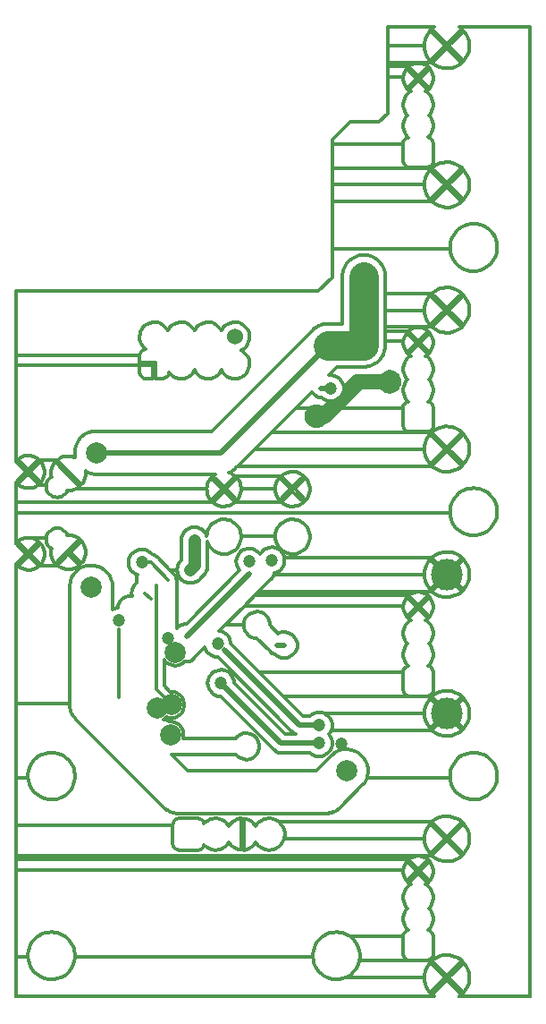
<source format=gbr>
From ac4cbca273e8bbde5b2f58df29e1fb6321fc2ee7 Mon Sep 17 00:00:00 2001
From: jaseg <git@jaseg.net>
Date: Wed, 14 Oct 2020 13:06:13 +0200
Subject: Fix driver circuits

---
 gerber/remote-B_Cu.gbr | 11992 +++++++++++++++++++++++++++--------------------
 1 file changed, 6928 insertions(+), 5064 deletions(-)

(limited to 'gerber/remote-B_Cu.gbr')

diff --git a/gerber/remote-B_Cu.gbr b/gerber/remote-B_Cu.gbr
index 809f3b7..ef4fe7a 100644
--- a/gerber/remote-B_Cu.gbr
+++ b/gerber/remote-B_Cu.gbr
@@ -1,30 +1,61 @@
-G04 #@! TF.GenerationSoftware,KiCad,Pcbnew,(5.99.0-52-gefbc802f4)*
-G04 #@! TF.CreationDate,2019-11-04T16:58:42+01:00*
+G04 #@! TF.GenerationSoftware,KiCad,Pcbnew,(5.99.0-4013-gfd874d834)*
+G04 #@! TF.CreationDate,2020-10-14T13:04:53+02:00*
 G04 #@! TF.ProjectId,remote,72656d6f-7465-42e6-9b69-6361645f7063,rev?*
 G04 #@! TF.SameCoordinates,Original*
 G04 #@! TF.FileFunction,Copper,L2,Bot*
 G04 #@! TF.FilePolarity,Positive*
 %FSLAX46Y46*%
 G04 Gerber Fmt 4.6, Leading zero omitted, Abs format (unit mm)*
-G04 Created by KiCad (PCBNEW (5.99.0-52-gefbc802f4)) date 2019-11-04 16:58:42*
+G04 Created by KiCad (PCBNEW (5.99.0-4013-gfd874d834)) date 2020-10-14 13:04:53*
 %MOMM*%
 %LPD*%
+G01*
 G04 APERTURE LIST*
+G04 #@! TA.AperFunction,ComponentPad*
 %ADD10C,1.524000*%
+G04 #@! TD*
+G04 #@! TA.AperFunction,ComponentPad*
 %ADD11R,1.524000X1.524000*%
+G04 #@! TD*
+G04 #@! TA.AperFunction,ComponentPad*
 %ADD12C,2.000000*%
+G04 #@! TD*
+G04 #@! TA.AperFunction,ComponentPad*
 %ADD13C,1.600000*%
+G04 #@! TD*
+G04 #@! TA.AperFunction,ComponentPad*
 %ADD14R,1.600000X1.600000*%
+G04 #@! TD*
+G04 #@! TA.AperFunction,ComponentPad*
 %ADD15C,3.000000*%
+G04 #@! TD*
+G04 #@! TA.AperFunction,ComponentPad*
 %ADD16O,1.700000X1.700000*%
+G04 #@! TD*
+G04 #@! TA.AperFunction,ComponentPad*
 %ADD17R,1.700000X1.700000*%
+G04 #@! TD*
+G04 #@! TA.AperFunction,ComponentPad*
 %ADD18C,1.800000*%
+G04 #@! TD*
+G04 #@! TA.AperFunction,ViaPad*
 %ADD19C,1.200000*%
-%ADD20C,0.500000*%
-%ADD21C,1.200000*%
+G04 #@! TD*
+G04 #@! TA.AperFunction,ViaPad*
+%ADD20C,2.000000*%
+G04 #@! TD*
+G04 #@! TA.AperFunction,Conductor*
+%ADD21C,0.500000*%
+G04 #@! TD*
+G04 #@! TA.AperFunction,Conductor*
 %ADD22C,2.800000*%
-%ADD23C,0.300000*%
-%ADD24C,0.254000*%
+G04 #@! TD*
+G04 #@! TA.AperFunction,Conductor*
+%ADD23C,1.200000*%
+G04 #@! TD*
+G04 #@! TA.AperFunction,Conductor*
+%ADD24C,0.300000*%
+G04 #@! TD*
 G04 APERTURE END LIST*
 D10*
 X172620000Y-102460000D03*
@@ -90,6 +121,9 @@ D15*
 X192710000Y-138070000D03*
 X192710000Y-124930000D03*
 D19*
+X182750000Y-140950000D03*
+X180350000Y-109950000D03*
+X187300000Y-106700000D03*
 X176100000Y-123600000D03*
 X174000000Y-123700000D03*
 X180600000Y-140900000D03*
@@ -97,7 +131,7 @@ X180600000Y-139200000D03*
 X171300000Y-135200000D03*
 X168800000Y-121700000D03*
 X168400000Y-124500000D03*
-D12*
+D20*
 X183200000Y-143500000D03*
 X184850000Y-96750000D03*
 X159500000Y-113400000D03*
@@ -108,7 +142,7 @@ X166521759Y-140078241D03*
 X166950011Y-132300000D03*
 X166605670Y-137261219D03*
 X165237067Y-137556111D03*
-D12*
+D20*
 X159000000Y-126100000D03*
 D19*
 X161669098Y-129288137D03*
@@ -145,14 +179,24 @@ X171000000Y-131500000D03*
 X166318018Y-130961882D03*
 X163800000Y-123800000D03*
 X181700000Y-107300000D03*
-D20*
+D21*
+X181050000Y-109950000D02*
+X184300000Y-106700000D01*
+X180350000Y-109950000D02*
+X181050000Y-109950000D01*
+X184300000Y-106700000D02*
+X187300000Y-106700000D01*
+D22*
+X184850000Y-103250000D02*
+X181462998Y-103250000D01*
+D21*
 X177000000Y-140900000D02*
 X171899999Y-135799999D01*
 X171899999Y-135799999D02*
 X171300000Y-135200000D01*
 X180600000Y-140900000D02*
 X177000000Y-140900000D01*
-D21*
+D23*
 X168800000Y-121700000D02*
 X168800000Y-124100000D01*
 X168800000Y-124100000D02*
@@ -160,9 +204,7 @@ X168400000Y-124500000D01*
 D22*
 X184850000Y-96750000D02*
 X184850000Y-103250000D01*
-X184850000Y-103250000D02*
-X181462998Y-103250000D01*
-D23*
+D24*
 X161669098Y-136569098D02*
 X161669098Y-130136665D01*
 X161669098Y-130136665D02*
@@ -191,7 +233,7 @@ X166605670Y-137261219D02*
 X165150040Y-135805589D01*
 X165150040Y-135805589D02*
 X165150040Y-125963201D01*
-D20*
+D21*
 X177300000Y-131600000D02*
 X176600000Y-131600000D01*
 X176600000Y-131600000D02*
@@ -211,7 +253,7 @@ X171312998Y-113400000D02*
 X168200000Y-113400000D01*
 X168200000Y-113400000D02*
 X159500000Y-113400000D01*
-D20*
+D21*
 X174000000Y-124900000D02*
 X168100000Y-130800000D01*
 X174000000Y-123700000D02*
@@ -236,7 +278,7 @@ X178700000Y-139200000D02*
 X171599999Y-132099999D01*
 X180600000Y-139200000D02*
 X178700000Y-139200000D01*
-D23*
+D24*
 X164650029Y-127252196D02*
 X164099049Y-126701216D01*
 X165237067Y-137556111D02*
@@ -249,7 +291,7 @@ X164648528Y-123800000D02*
 X163800000Y-123800000D01*
 X166318018Y-125469490D02*
 X164648528Y-123800000D01*
-D20*
+D21*
 X181700000Y-107300000D02*
 X180800000Y-107300000D01*
 X180800000Y-107300000D02*
@@ -259,5053 +301,6875 @@ X181462998Y-103250000D02*
 X179106499Y-105606499D01*
 X179106499Y-105606499D02*
 X171312998Y-113400000D01*
-D24*
+G04 #@! TA.AperFunction,Conductor*
 G36*
-X191513768Y-73156514D02*
+X191624413Y-73028002D02*
 G01*
-X191291326Y-73330307D01*
-X192710000Y-74748981D01*
-X194139106Y-73319875D01*
-X193863535Y-73134000D01*
-X200616000Y-73134000D01*
-X200616001Y-164866000D01*
-X193863535Y-164866000D01*
-X194139106Y-164680125D01*
-X192710000Y-163251019D01*
-X191291326Y-164669693D01*
-X191513768Y-164843486D01*
-X191552763Y-164866000D01*
-X151884000Y-164866000D01*
-X151884000Y-161128898D01*
-X153014496Y-161128898D01*
-X153052672Y-161431098D01*
-X153131510Y-161725321D01*
-X153249547Y-162006122D01*
-X153404602Y-162268307D01*
-X153593805Y-162507021D01*
-X153813655Y-162717849D01*
-X154060083Y-162896890D01*
-X154328530Y-163040830D01*
-X154614028Y-163147006D01*
-X154911294Y-163213452D01*
-X155214828Y-163238941D01*
-X155519012Y-163223000D01*
-X155818220Y-163165923D01*
-X156106911Y-163068767D01*
-X156379747Y-162933330D01*
-X156631678Y-162762119D01*
-X156858041Y-162558300D01*
-X157054649Y-162325646D01*
-X157217863Y-162068463D01*
-X157344663Y-161791507D01*
-X157432702Y-161499906D01*
-X157480456Y-161198399D01*
-X157481183Y-161128898D01*
-X180014496Y-161128898D01*
-X180052672Y-161431098D01*
-X180131510Y-161725321D01*
-X180249547Y-162006122D01*
-X180404602Y-162268307D01*
-X180593805Y-162507021D01*
-X180813655Y-162717849D01*
-X181060083Y-162896890D01*
-X181328530Y-163040830D01*
-X181614028Y-163147006D01*
-X181911294Y-163213452D01*
-X182214828Y-163238941D01*
-X182519012Y-163223000D01*
-X182818220Y-163165923D01*
-X183103247Y-163070000D01*
-X190570789Y-163070000D01*
-X190591608Y-163367721D01*
-X190653658Y-163659646D01*
-X190755734Y-163940095D01*
-X190895846Y-164203609D01*
-X191106052Y-164492929D01*
-X192528981Y-163070000D01*
-X192891019Y-163070000D01*
-X194307322Y-164486303D01*
-X194440658Y-164327396D01*
-X194598811Y-164074299D01*
-X194720200Y-163801653D01*
-X194802464Y-163514767D01*
-X194844000Y-163219224D01*
-X194844000Y-162920776D01*
-X194802464Y-162625233D01*
-X194720200Y-162338347D01*
-X194598811Y-162065701D01*
-X194440658Y-161812604D01*
-X194307322Y-161653697D01*
-X192891019Y-163070000D01*
-X192528981Y-163070000D01*
-X191106052Y-161647071D01*
-X190895846Y-161936391D01*
-X190755734Y-162199905D01*
-X190653658Y-162480354D01*
-X190591608Y-162772279D01*
-X190570789Y-163070000D01*
-X183103247Y-163070000D01*
-X183106911Y-163068767D01*
-X183379747Y-162933330D01*
-X183631678Y-162762119D01*
-X183858041Y-162558300D01*
-X184054649Y-162325646D01*
-X184217863Y-162068463D01*
-X184344663Y-161791507D01*
-X184432702Y-161499906D01*
-X184437390Y-161470307D01*
-X191291326Y-161470307D01*
-X192710000Y-162888981D01*
-X194139106Y-161459875D01*
-X193779606Y-161217389D01*
-X193511363Y-161086559D01*
-X193227522Y-160994333D01*
-X192933609Y-160942508D01*
-X192635343Y-160932092D01*
-X192338530Y-160963289D01*
-X192048948Y-161035489D01*
-X191772231Y-161147290D01*
-X191513768Y-161296514D01*
-X191291326Y-161470307D01*
-X184437390Y-161470307D01*
-X184480456Y-161198399D01*
-X184484122Y-160848356D01*
-X184442692Y-160545916D01*
-X184360780Y-160252534D01*
-X184239808Y-159972984D01*
-X184082015Y-159712438D01*
-X183890323Y-159475718D01*
-X183668277Y-159267204D01*
-X183558201Y-159188976D01*
-X188558163Y-159188976D01*
-X188558163Y-160816588D01*
-X188638795Y-161117512D01*
-X188786185Y-161293165D01*
-X188979814Y-161404956D01*
-X189188976Y-161441837D01*
-X190816588Y-161441837D01*
-X191117512Y-161361205D01*
-X191293165Y-161213815D01*
-X191404956Y-161020186D01*
-X191441837Y-160811024D01*
-X191441837Y-159183412D01*
-X191361205Y-158882489D01*
-X191213815Y-158706835D01*
-X191020186Y-158595044D01*
-X190942260Y-158581303D01*
-X191017864Y-158517864D01*
-X191179150Y-158325651D01*
-X191304609Y-158108349D01*
-X191390429Y-157872564D01*
-X191434000Y-157625459D01*
-X191434000Y-157374541D01*
-X191390429Y-157127436D01*
-X191304609Y-156891651D01*
-X191179150Y-156674349D01*
-X191032854Y-156500000D01*
-X191179150Y-156325651D01*
-X191304609Y-156108349D01*
-X191390429Y-155872564D01*
-X191434000Y-155625459D01*
-X191434000Y-155374541D01*
-X191390429Y-155127436D01*
-X191304609Y-154891651D01*
-X191179150Y-154674349D01*
-X191017864Y-154482136D01*
-X190825651Y-154320850D01*
-X190702935Y-154250000D01*
-X190934999Y-154116018D01*
-X190000000Y-153181019D01*
-X189065001Y-154116018D01*
-X189297065Y-154250000D01*
-X189174349Y-154320850D01*
-X188982136Y-154482136D01*
-X188820850Y-154674349D01*
-X188695391Y-154891651D01*
-X188609571Y-155127436D01*
-X188566000Y-155374541D01*
-X188566000Y-155625459D01*
-X188609571Y-155872564D01*
-X188695391Y-156108349D01*
-X188820850Y-156325651D01*
-X188967146Y-156500000D01*
-X188820850Y-156674349D01*
-X188695391Y-156891651D01*
-X188609571Y-157127436D01*
-X188566000Y-157374541D01*
-X188566000Y-157625459D01*
-X188609571Y-157872564D01*
-X188695391Y-158108349D01*
-X188820850Y-158325651D01*
-X188982136Y-158517864D01*
-X189067255Y-158589287D01*
-X188882489Y-158638795D01*
-X188706835Y-158786185D01*
-X188595044Y-158979814D01*
-X188558163Y-159188976D01*
-X183558201Y-159188976D01*
-X183419988Y-159090753D01*
-X183150049Y-158949633D01*
-X182863454Y-158846452D01*
-X182565509Y-158783121D01*
-X182261724Y-158760813D01*
-X181957723Y-158779939D01*
-X181659131Y-158840147D01*
-X181371472Y-158940319D01*
-X181100070Y-159078606D01*
-X180849946Y-159252446D01*
-X180625729Y-159458624D01*
-X180431568Y-159693324D01*
-X180271057Y-159952203D01*
-X180147163Y-160230471D01*
-X180062183Y-160522979D01*
-X180017685Y-160824313D01*
-X180014496Y-161128898D01*
-X157481183Y-161128898D01*
-X157484122Y-160848356D01*
-X157442692Y-160545916D01*
-X157360780Y-160252534D01*
-X157239808Y-159972984D01*
-X157082015Y-159712438D01*
-X156890323Y-159475718D01*
-X156668277Y-159267204D01*
-X156419988Y-159090753D01*
-X156150049Y-158949633D01*
-X155863454Y-158846452D01*
-X155565509Y-158783121D01*
-X155261724Y-158760813D01*
-X154957723Y-158779939D01*
-X154659131Y-158840147D01*
-X154371472Y-158940319D01*
-X154100070Y-159078606D01*
-X153849946Y-159252446D01*
-X153625729Y-159458624D01*
-X153431568Y-159693324D01*
-X153271057Y-159952203D01*
-X153147163Y-160230471D01*
-X153062183Y-160522979D01*
-X153017685Y-160824313D01*
-X153014496Y-161128898D01*
-X151884000Y-161128898D01*
-X151884000Y-152874541D01*
-X188566000Y-152874541D01*
-X188566000Y-153125459D01*
-X188609571Y-153372564D01*
-X188695391Y-153608349D01*
-X188883982Y-153934999D01*
-X189818981Y-153000000D01*
-X190181019Y-153000000D01*
-X191116018Y-153934999D01*
-X191304609Y-153608349D01*
-X191390429Y-153372564D01*
-X191434000Y-153125459D01*
-X191434000Y-152874541D01*
-X191390429Y-152627436D01*
-X191304609Y-152391651D01*
-X191116018Y-152065001D01*
-X190181019Y-153000000D01*
-X189818981Y-153000000D01*
-X188883982Y-152065001D01*
-X188695391Y-152391651D01*
-X188609571Y-152627436D01*
-X188566000Y-152874541D01*
-X151884000Y-152874541D01*
-X151884000Y-151883982D01*
-X189065001Y-151883982D01*
-X190000000Y-152818981D01*
-X190934999Y-151883982D01*
-X190608349Y-151695391D01*
-X190372564Y-151609571D01*
-X190125459Y-151566000D01*
-X189874541Y-151566000D01*
-X189627436Y-151609571D01*
-X189391651Y-151695391D01*
-X189065001Y-151883982D01*
-X151884000Y-151883982D01*
-X151884000Y-151529693D01*
-X191291326Y-151529693D01*
-X191513768Y-151703486D01*
-X191772231Y-151852710D01*
-X192048948Y-151964511D01*
-X192338530Y-152036711D01*
-X192635343Y-152067908D01*
-X192933609Y-152057492D01*
-X193227522Y-152005667D01*
-X193511363Y-151913441D01*
-X193779606Y-151782611D01*
-X194139106Y-151540125D01*
-X192710000Y-150111019D01*
-X191291326Y-151529693D01*
-X151884000Y-151529693D01*
-X151884000Y-148638976D01*
-X166758163Y-148638976D01*
-X166758163Y-150366588D01*
-X166838795Y-150667512D01*
-X166986185Y-150843165D01*
-X167179814Y-150954956D01*
-X167388976Y-150991837D01*
-X169116588Y-150991837D01*
-X169417512Y-150911205D01*
-X169593165Y-150763815D01*
-X169704956Y-150570186D01*
-X169713204Y-150523412D01*
-X169751669Y-150567739D01*
-X169946416Y-150727422D01*
-X170165284Y-150852009D01*
-X170404831Y-150938960D01*
-X170744648Y-150984000D01*
-X170853190Y-150984000D01*
-X171040942Y-150968069D01*
-X171284708Y-150904800D01*
-X171514329Y-150801363D01*
-X171723240Y-150660716D01*
-X171905466Y-150486881D01*
-X172055797Y-150284828D01*
-X172062436Y-150271770D01*
-X172126610Y-150377526D01*
-X172291669Y-150567739D01*
-X172486416Y-150727422D01*
-X172705284Y-150852009D01*
-X172944831Y-150938960D01*
-X173202000Y-150973047D01*
-X173202000Y-148026953D01*
-X173458000Y-148026953D01*
-X173458000Y-150999978D01*
-X173824708Y-150904800D01*
-X174054329Y-150801363D01*
-X174263240Y-150660716D01*
-X174445466Y-150486881D01*
-X174595797Y-150284828D01*
-X174602436Y-150271770D01*
-X174666610Y-150377526D01*
-X174831669Y-150567739D01*
-X175026416Y-150727422D01*
-X175245284Y-150852009D01*
-X175484831Y-150938960D01*
-X175824648Y-150984000D01*
-X175933190Y-150984000D01*
-X176120942Y-150968069D01*
-X176364708Y-150904800D01*
-X176594329Y-150801363D01*
-X176803240Y-150660716D01*
-X176985466Y-150486881D01*
-X177135797Y-150284828D01*
-X177249936Y-150060334D01*
-X177290405Y-149930000D01*
-X190570789Y-149930000D01*
-X190591608Y-150227721D01*
-X190653658Y-150519646D01*
-X190755734Y-150800095D01*
-X190895846Y-151063609D01*
-X191106052Y-151352929D01*
-X192528981Y-149930000D01*
-X192891019Y-149930000D01*
-X194307322Y-151346303D01*
-X194440658Y-151187396D01*
-X194598811Y-150934299D01*
-X194720200Y-150661653D01*
-X194802464Y-150374767D01*
-X194844000Y-150079224D01*
-X194844000Y-149780776D01*
-X194802464Y-149485233D01*
-X194720200Y-149198347D01*
-X194598811Y-148925701D01*
-X194440658Y-148672604D01*
-X194307322Y-148513697D01*
-X192891019Y-149930000D01*
-X192528981Y-149930000D01*
-X191106052Y-148507071D01*
-X190895846Y-148796391D01*
-X190755734Y-149059905D01*
-X190653658Y-149340354D01*
-X190591608Y-149632279D01*
-X190570789Y-149930000D01*
-X177290405Y-149930000D01*
-X177324618Y-149819819D01*
-X177357708Y-149570159D01*
-X177348260Y-149318492D01*
-X177296544Y-149072017D01*
-X177204039Y-148837778D01*
-X177073390Y-148622474D01*
-X176908331Y-148432261D01*
-X176783990Y-148330307D01*
-X191291326Y-148330307D01*
-X192710000Y-149748981D01*
-X194139106Y-148319875D01*
-X193779606Y-148077389D01*
-X193511363Y-147946559D01*
-X193227522Y-147854333D01*
-X192933609Y-147802508D01*
-X192635343Y-147792092D01*
-X192338530Y-147823289D01*
-X192048948Y-147895489D01*
-X191772231Y-148007290D01*
-X191513768Y-148156514D01*
-X191291326Y-148330307D01*
-X176783990Y-148330307D01*
-X176713584Y-148272578D01*
-X176494716Y-148147991D01*
-X176255169Y-148061040D01*
-X175915352Y-148016000D01*
-X175806810Y-148016000D01*
-X175619058Y-148031931D01*
-X175375292Y-148095200D01*
-X175145671Y-148198637D01*
-X174936760Y-148339284D01*
-X174754534Y-148513119D01*
-X174604203Y-148715172D01*
-X174597564Y-148728230D01*
-X174533390Y-148622474D01*
-X174368331Y-148432261D01*
-X174173584Y-148272578D01*
-X173954716Y-148147991D01*
-X173715169Y-148061040D01*
-X173458000Y-148026953D01*
-X173202000Y-148026953D01*
-X173202000Y-148000022D01*
-X172835292Y-148095200D01*
-X172605671Y-148198637D01*
-X172396760Y-148339284D01*
-X172214534Y-148513119D01*
-X172064203Y-148715172D01*
-X172057564Y-148728230D01*
-X171993390Y-148622474D01*
-X171828331Y-148432261D01*
-X171633584Y-148272578D01*
-X171414716Y-148147991D01*
-X171175169Y-148061040D01*
-X170835352Y-148016000D01*
-X170726810Y-148016000D01*
-X170539058Y-148031931D01*
-X170295292Y-148095200D01*
-X170065671Y-148198637D01*
-X169856760Y-148339284D01*
-X169702465Y-148486474D01*
-X169661205Y-148332489D01*
-X169513815Y-148156835D01*
-X169320186Y-148045044D01*
-X169111024Y-148008163D01*
-X167383412Y-148008163D01*
-X167082489Y-148088795D01*
-X166906835Y-148236185D01*
-X166795044Y-148429814D01*
-X166758163Y-148638976D01*
-X151884000Y-148638976D01*
-X151884000Y-144128898D01*
-X153014496Y-144128898D01*
-X153052672Y-144431098D01*
-X153131510Y-144725321D01*
-X153249547Y-145006122D01*
-X153404602Y-145268307D01*
-X153593805Y-145507021D01*
-X153813655Y-145717849D01*
-X154060083Y-145896890D01*
-X154328530Y-146040830D01*
-X154614028Y-146147006D01*
-X154911294Y-146213452D01*
-X155214828Y-146238941D01*
-X155519012Y-146223000D01*
-X155818220Y-146165923D01*
-X156106911Y-146068767D01*
-X156379747Y-145933330D01*
-X156631678Y-145762119D01*
-X156858041Y-145558300D01*
-X157054649Y-145325646D01*
-X157217863Y-145068463D01*
-X157344663Y-144791507D01*
-X157432702Y-144499906D01*
-X157480456Y-144198399D01*
-X157484122Y-143848356D01*
-X157442692Y-143545916D01*
-X157360780Y-143252534D01*
-X157239808Y-142972984D01*
-X157082015Y-142712438D01*
-X156890323Y-142475718D01*
-X156668277Y-142267204D01*
-X156419988Y-142090753D01*
-X156150049Y-141949633D01*
-X155863454Y-141846452D01*
-X155565509Y-141783121D01*
-X155261724Y-141760813D01*
-X154957723Y-141779939D01*
-X154659131Y-141840147D01*
-X154371472Y-141940319D01*
-X154100070Y-142078606D01*
-X153849946Y-142252446D01*
-X153625729Y-142458624D01*
-X153431568Y-142693324D01*
-X153271057Y-142952203D01*
-X153147163Y-143230471D01*
-X153062183Y-143522979D01*
-X153017685Y-143824313D01*
-X153014496Y-144128898D01*
-X151884000Y-144128898D01*
-X151884000Y-137114482D01*
-X156959579Y-137114482D01*
-X156966000Y-137250632D01*
-X156966000Y-137292020D01*
-X156970138Y-137338387D01*
-X156976683Y-137477159D01*
-X156986253Y-137518945D01*
-X156990064Y-137561644D01*
-X157026723Y-137695648D01*
-X157057741Y-137831078D01*
-X157074560Y-137870509D01*
-X157085871Y-137911857D01*
-X157145690Y-138037272D01*
-X157201630Y-138168421D01*
-X157220120Y-138193318D01*
-X157242181Y-138239570D01*
-X157454054Y-138534424D01*
-X157578863Y-138655372D01*
-X165766786Y-146843296D01*
-X165796733Y-146882324D01*
-X165897558Y-146974068D01*
-X165926814Y-147003325D01*
-X165962535Y-147033192D01*
-X166065280Y-147126684D01*
-X166101596Y-147149465D01*
-X166134481Y-147176961D01*
-X166255154Y-147245792D01*
-X166372855Y-147319625D01*
-X166412632Y-147335616D01*
-X166449866Y-147356853D01*
-X166580839Y-147403233D01*
-X166713139Y-147456418D01*
-X166743822Y-147460948D01*
-X166792122Y-147478052D01*
-X167150431Y-147536729D01*
-X167324121Y-147534000D01*
-X181065711Y-147534000D01*
-X181114482Y-147540421D01*
-X181250632Y-147534000D01*
-X181292021Y-147534000D01*
-X181338389Y-147529862D01*
-X181477159Y-147523317D01*
-X181518943Y-147513748D01*
-X181561644Y-147509937D01*
-X181695649Y-147473277D01*
-X181831077Y-147442260D01*
-X181870509Y-147425441D01*
-X181911859Y-147414129D01*
-X182037281Y-147354306D01*
-X182168422Y-147298369D01*
-X182193318Y-147279880D01*
-X182239571Y-147257819D01*
-X182534424Y-147045946D01*
-X182655373Y-146921136D01*
-X184703323Y-144873186D01*
-X184876960Y-144665519D01*
-X185056853Y-144350134D01*
-X185135197Y-144128898D01*
-X193014496Y-144128898D01*
-X193052672Y-144431098D01*
-X193131510Y-144725321D01*
-X193249547Y-145006122D01*
-X193404602Y-145268307D01*
-X193593805Y-145507021D01*
-X193813655Y-145717849D01*
-X194060083Y-145896890D01*
-X194328530Y-146040830D01*
-X194614028Y-146147006D01*
-X194911294Y-146213452D01*
-X195214828Y-146238941D01*
-X195519012Y-146223000D01*
-X195818220Y-146165923D01*
-X196106911Y-146068767D01*
-X196379747Y-145933330D01*
-X196631678Y-145762119D01*
-X196858041Y-145558300D01*
-X197054649Y-145325646D01*
-X197217863Y-145068463D01*
-X197344663Y-144791507D01*
-X197432702Y-144499906D01*
-X197480456Y-144198399D01*
-X197484122Y-143848356D01*
-X197442692Y-143545916D01*
-X197360780Y-143252534D01*
-X197239808Y-142972984D01*
-X197082015Y-142712438D01*
-X196890323Y-142475718D01*
-X196668277Y-142267204D01*
-X196419988Y-142090753D01*
-X196150049Y-141949633D01*
-X195863454Y-141846452D01*
-X195565509Y-141783121D01*
-X195261724Y-141760813D01*
-X194957723Y-141779939D01*
-X194659131Y-141840147D01*
-X194371472Y-141940319D01*
-X194100070Y-142078606D01*
-X193849946Y-142252446D01*
-X193625729Y-142458624D01*
-X193431568Y-142693324D01*
-X193271057Y-142952203D01*
-X193147163Y-143230471D01*
-X193062183Y-143522979D01*
-X193017685Y-143824313D01*
-X193014496Y-144128898D01*
-X185135197Y-144128898D01*
-X185178053Y-144007879D01*
-X185236728Y-143649569D01*
-X185231025Y-143286531D01*
-X185161123Y-142930241D01*
-X185029233Y-142591962D01*
-X184839524Y-142282382D01*
-X184597991Y-142011291D01*
-X184312268Y-141787256D01*
-X183991388Y-141617361D01*
-X183645494Y-141506971D01*
-X183285518Y-141459579D01*
-X182922840Y-141476683D01*
-X182568921Y-141557741D01*
-X182231577Y-141701630D01*
-X181805215Y-142018274D01*
-X180357491Y-143466000D01*
-X168142509Y-143466000D01*
-X166660508Y-141984000D01*
-X172737009Y-141984000D01*
-X172739959Y-141988587D01*
-X172947122Y-142188293D01*
-X173194672Y-142334984D01*
-X173469328Y-142420794D01*
-X173756358Y-142441117D01*
-X174040366Y-142394863D01*
-X174306115Y-142284514D01*
-X174539350Y-142115990D01*
-X174727561Y-141898330D01*
-X174860651Y-141643210D01*
-X174931606Y-141363829D01*
-X174934277Y-141057691D01*
-X174868210Y-140777114D01*
-X174739592Y-140519710D01*
-X174555208Y-140298798D01*
-X174324950Y-140126229D01*
-X174061168Y-140011259D01*
-X173778010Y-139960056D01*
-X173490670Y-139975366D01*
-X173214557Y-140056369D01*
-X172964485Y-140198718D01*
-X172753868Y-140394779D01*
-X172739689Y-140416000D01*
-X167709192Y-140416000D01*
-X167753365Y-140242070D01*
-X167756036Y-139935932D01*
-X167689969Y-139655355D01*
-X167561351Y-139397951D01*
-X167376967Y-139177039D01*
-X167146709Y-139004470D01*
-X166882927Y-138889500D01*
-X166599769Y-138838297D01*
-X166390920Y-138849424D01*
-X166377614Y-138840228D01*
-X166292756Y-138777551D01*
-X166280905Y-138773389D01*
-X166266377Y-138763348D01*
-X166225000Y-138753757D01*
-X166070325Y-138699438D01*
-X165974384Y-138695668D01*
-X165968228Y-138694242D01*
-X165938069Y-138694242D01*
-X165880156Y-138691967D01*
-X165833030Y-138644841D01*
-X165843182Y-138640625D01*
-X166076417Y-138472101D01*
-X166133176Y-138406461D01*
-X166374998Y-138482013D01*
-X166662028Y-138502336D01*
-X166946036Y-138456082D01*
-X167211785Y-138345733D01*
-X167445020Y-138177209D01*
-X167633231Y-137959549D01*
-X167766321Y-137704429D01*
-X167837276Y-137425048D01*
-X167839947Y-137118910D01*
-X167773880Y-136838333D01*
-X167645262Y-136580929D01*
-X167460878Y-136360017D01*
-X167230620Y-136187448D01*
-X166966838Y-136072478D01*
-X166683680Y-136021275D01*
-X166485052Y-136031858D01*
-X165934040Y-135480847D01*
-X165934040Y-133001634D01*
-X165989970Y-133088587D01*
-X166197133Y-133288293D01*
-X166444683Y-133434984D01*
-X166719339Y-133520794D01*
-X167006369Y-133541117D01*
-X167290377Y-133494863D01*
-X167556126Y-133384514D01*
-X167789361Y-133215990D01*
-X167817023Y-133184000D01*
-X167957966Y-133184000D01*
-X167985373Y-133190202D01*
-X168085334Y-133184000D01*
-X168120396Y-133184000D01*
-X168147188Y-133180163D01*
-X168238101Y-133174523D01*
-X168271981Y-133162291D01*
-X168307653Y-133157183D01*
-X168390599Y-133119470D01*
-X168476639Y-133088409D01*
-X168504891Y-133067504D01*
-X168538162Y-133052376D01*
-X168616153Y-132985174D01*
-X168638580Y-132968579D01*
-X168658304Y-132948855D01*
-X168729988Y-132887088D01*
-X168748257Y-132858902D01*
-X169799813Y-131807347D01*
-X169884295Y-132046579D01*
-X170039959Y-132288587D01*
-X170247122Y-132488293D01*
-X170494672Y-132634984D01*
-X170769328Y-132720794D01*
-X170985968Y-132736132D01*
-X171019731Y-132769896D01*
-X171019739Y-132769902D01*
-X178004889Y-139755053D01*
-X178019886Y-139778822D01*
-X178094970Y-139845134D01*
-X178119748Y-139869913D01*
-X178141400Y-139886140D01*
-X178209679Y-139946442D01*
-X178242292Y-139961753D01*
-X178271123Y-139983361D01*
-X178356424Y-140015338D01*
-X178357833Y-140016000D01*
-X177366164Y-140016000D01*
-X172568294Y-135218131D01*
-X172568288Y-135218123D01*
-X172533183Y-135183019D01*
-X172534277Y-135057691D01*
-X172468210Y-134777114D01*
-X172339592Y-134519710D01*
-X172155208Y-134298798D01*
-X171924950Y-134126229D01*
-X171661168Y-134011259D01*
-X171378010Y-133960056D01*
-X171090670Y-133975366D01*
-X170814557Y-134056369D01*
-X170564485Y-134198718D01*
-X170353868Y-134394779D01*
-X170194003Y-134634034D01*
-X170093467Y-134903647D01*
-X170057651Y-135189158D01*
-X170088479Y-135475251D01*
-X170184295Y-135746579D01*
-X170339959Y-135988587D01*
-X170547122Y-136188293D01*
-X170794672Y-136334984D01*
-X171069328Y-136420794D01*
-X171285968Y-136436132D01*
-X171319731Y-136469896D01*
-X171319739Y-136469902D01*
-X176304889Y-141455053D01*
-X176319886Y-141478822D01*
-X176394970Y-141545134D01*
-X176419748Y-141569913D01*
-X176441400Y-141586140D01*
-X176509679Y-141646442D01*
-X176542292Y-141661753D01*
-X176571123Y-141683361D01*
-X176656424Y-141715338D01*
-X176739244Y-141754222D01*
-X176774006Y-141759418D01*
-X176808224Y-141772245D01*
-X176910885Y-141779875D01*
-X176938487Y-141784000D01*
-X176966395Y-141784000D01*
-X177060742Y-141791011D01*
-X177093586Y-141784000D01*
-X179738935Y-141784000D01*
-X179847122Y-141888293D01*
-X180094672Y-142034984D01*
-X180369328Y-142120794D01*
-X180656358Y-142141117D01*
-X180940366Y-142094863D01*
-X181206115Y-141984514D01*
-X181439350Y-141815990D01*
-X181627561Y-141598330D01*
-X181760651Y-141343210D01*
-X181831606Y-141063829D01*
-X181834277Y-140757691D01*
-X181768210Y-140477114D01*
-X181639592Y-140219710D01*
-X181497192Y-140049099D01*
-X181627561Y-139898330D01*
-X181746835Y-139669693D01*
-X191291326Y-139669693D01*
-X191513768Y-139843486D01*
-X191772231Y-139992710D01*
-X192048948Y-140104511D01*
-X192338530Y-140176711D01*
-X192635343Y-140207908D01*
-X192933609Y-140197492D01*
-X193227522Y-140145667D01*
-X193511363Y-140053441D01*
-X193779606Y-139922611D01*
-X194139106Y-139680125D01*
-X192710000Y-138251019D01*
-X191291326Y-139669693D01*
-X181746835Y-139669693D01*
-X181760651Y-139643210D01*
-X181831606Y-139363829D01*
-X181834277Y-139057691D01*
-X181768210Y-138777114D01*
-X181639592Y-138519710D01*
-X181455208Y-138298798D01*
-X181224950Y-138126229D01*
-X181095941Y-138070000D01*
-X190570789Y-138070000D01*
-X190591608Y-138367721D01*
-X190653658Y-138659646D01*
-X190755734Y-138940095D01*
-X190895846Y-139203609D01*
-X191106052Y-139492929D01*
-X192528981Y-138070000D01*
-X192891019Y-138070000D01*
-X194307322Y-139486303D01*
-X194440658Y-139327396D01*
-X194598811Y-139074299D01*
-X194720200Y-138801653D01*
-X194802464Y-138514767D01*
-X194844000Y-138219224D01*
-X194844000Y-137920776D01*
-X194802464Y-137625233D01*
-X194720200Y-137338347D01*
-X194598811Y-137065701D01*
-X194440658Y-136812604D01*
-X194307322Y-136653697D01*
-X192891019Y-138070000D01*
-X192528981Y-138070000D01*
-X191106052Y-136647071D01*
-X190895846Y-136936391D01*
-X190755734Y-137199905D01*
-X190653658Y-137480354D01*
-X190591608Y-137772279D01*
-X190570789Y-138070000D01*
-X181095941Y-138070000D01*
-X180961168Y-138011259D01*
-X180678010Y-137960056D01*
-X180390670Y-137975366D01*
-X180114557Y-138056369D01*
-X179864485Y-138198718D01*
-X179738496Y-138316000D01*
-X179066164Y-138316000D01*
-X177220471Y-136470307D01*
-X191291326Y-136470307D01*
-X192710000Y-137888981D01*
-X194139106Y-136459875D01*
-X193779606Y-136217389D01*
-X193511363Y-136086559D01*
-X193227522Y-135994333D01*
-X192933609Y-135942508D01*
-X192635343Y-135932092D01*
-X192338530Y-135963289D01*
-X192048948Y-136035489D01*
-X191772231Y-136147290D01*
-X191513768Y-136296514D01*
-X191291326Y-136470307D01*
-X177220471Y-136470307D01*
-X174939140Y-134188976D01*
-X188558163Y-134188976D01*
-X188558163Y-135816588D01*
-X188638795Y-136117512D01*
-X188786185Y-136293165D01*
-X188979814Y-136404956D01*
-X189188976Y-136441837D01*
-X190816588Y-136441837D01*
-X191117512Y-136361205D01*
-X191293165Y-136213815D01*
-X191404956Y-136020186D01*
-X191441837Y-135811024D01*
-X191441837Y-134183412D01*
-X191361205Y-133882489D01*
-X191213815Y-133706835D01*
-X191020186Y-133595044D01*
-X190942260Y-133581303D01*
-X191017864Y-133517864D01*
-X191179150Y-133325651D01*
-X191304609Y-133108349D01*
-X191390429Y-132872564D01*
-X191434000Y-132625459D01*
-X191434000Y-132374541D01*
-X191390429Y-132127436D01*
-X191304609Y-131891651D01*
-X191179150Y-131674349D01*
-X191032854Y-131500000D01*
-X191179150Y-131325651D01*
-X191304609Y-131108349D01*
-X191390429Y-130872564D01*
-X191434000Y-130625459D01*
-X191434000Y-130374541D01*
-X191390429Y-130127436D01*
-X191304609Y-129891651D01*
-X191179150Y-129674349D01*
-X191017864Y-129482136D01*
-X190825651Y-129320850D01*
-X190702935Y-129250000D01*
-X190934999Y-129116018D01*
-X190000000Y-128181019D01*
-X189065001Y-129116018D01*
-X189297065Y-129250000D01*
-X189174349Y-129320850D01*
-X188982136Y-129482136D01*
-X188820850Y-129674349D01*
-X188695391Y-129891651D01*
-X188609571Y-130127436D01*
-X188566000Y-130374541D01*
-X188566000Y-130625459D01*
-X188609571Y-130872564D01*
-X188695391Y-131108349D01*
-X188820850Y-131325651D01*
-X188967146Y-131500000D01*
-X188820850Y-131674349D01*
-X188695391Y-131891651D01*
-X188609571Y-132127436D01*
-X188566000Y-132374541D01*
-X188566000Y-132625459D01*
-X188609571Y-132872564D01*
-X188695391Y-133108349D01*
-X188820850Y-133325651D01*
-X188982136Y-133517864D01*
-X189067255Y-133589287D01*
-X188882489Y-133638795D01*
-X188706835Y-133786185D01*
-X188595044Y-133979814D01*
-X188558163Y-134188976D01*
-X174939140Y-134188976D01*
-X172268294Y-131518131D01*
-X172268288Y-131518123D01*
-X172233183Y-131483019D01*
-X172234277Y-131357691D01*
-X172168210Y-131077114D01*
-X172039592Y-130819710D01*
-X171855208Y-130598798D01*
-X171624950Y-130426229D01*
-X171361168Y-130311259D01*
-X171136522Y-130270637D01*
-X171718001Y-129689158D01*
-X173457651Y-129689158D01*
-X173488479Y-129975251D01*
-X173584295Y-130246579D01*
-X173739959Y-130488587D01*
-X173947122Y-130688293D01*
-X174194672Y-130834984D01*
-X174469328Y-130920794D01*
-X174685969Y-130936132D01*
-X175904887Y-132155050D01*
-X175919886Y-132178822D01*
-X175994979Y-132245142D01*
-X176019749Y-132269913D01*
-X176041392Y-132286132D01*
-X176109680Y-132346443D01*
-X176142292Y-132361754D01*
-X176171122Y-132383361D01*
-X176256424Y-132415338D01*
-X176339244Y-132454222D01*
-X176374006Y-132459418D01*
-X176408224Y-132472245D01*
-X176428288Y-132473736D01*
-X176547122Y-132588293D01*
-X176794672Y-132734984D01*
-X177069328Y-132820794D01*
-X177356358Y-132841117D01*
-X177640366Y-132794863D01*
-X177906115Y-132684514D01*
-X178139350Y-132515990D01*
-X178327561Y-132298330D01*
-X178460651Y-132043210D01*
-X178531606Y-131763829D01*
-X178534277Y-131457691D01*
-X178468210Y-131177114D01*
-X178339592Y-130919710D01*
-X178155208Y-130698798D01*
-X177924950Y-130526229D01*
-X177661168Y-130411259D01*
-X177378010Y-130360056D01*
-X177090670Y-130375366D01*
-X176814558Y-130456369D01*
-X176745719Y-130495554D01*
-X175933183Y-129683019D01*
-X175934277Y-129557691D01*
-X175868210Y-129277114D01*
-X175739592Y-129019710D01*
-X175555208Y-128798798D01*
-X175324950Y-128626229D01*
-X175061168Y-128511259D01*
-X174778010Y-128460056D01*
-X174490670Y-128475366D01*
-X174214557Y-128556369D01*
-X173964485Y-128698718D01*
-X173753868Y-128894779D01*
-X173594003Y-129134034D01*
-X173493467Y-129403647D01*
-X173457651Y-129689158D01*
-X171718001Y-129689158D01*
-X173532618Y-127874541D01*
-X188566000Y-127874541D01*
-X188566000Y-128125459D01*
-X188609571Y-128372564D01*
-X188695391Y-128608349D01*
-X188883982Y-128934999D01*
-X189818981Y-128000000D01*
-X190181019Y-128000000D01*
-X191116018Y-128934999D01*
-X191304609Y-128608349D01*
-X191390429Y-128372564D01*
-X191434000Y-128125459D01*
-X191434000Y-127874541D01*
-X191390429Y-127627436D01*
-X191304609Y-127391651D01*
-X191116018Y-127065001D01*
-X190181019Y-128000000D01*
-X189818981Y-128000000D01*
-X188883982Y-127065001D01*
-X188695391Y-127391651D01*
-X188609571Y-127627436D01*
-X188566000Y-127874541D01*
-X173532618Y-127874541D01*
-X174523177Y-126883982D01*
-X189065001Y-126883982D01*
-X190000000Y-127818981D01*
-X190934999Y-126883982D01*
-X190608349Y-126695391D01*
-X190372564Y-126609571D01*
-X190125459Y-126566000D01*
-X189874541Y-126566000D01*
-X189627436Y-126609571D01*
-X189391651Y-126695391D01*
-X189065001Y-126883982D01*
-X174523177Y-126883982D01*
-X174877466Y-126529693D01*
-X191291326Y-126529693D01*
-X191513768Y-126703486D01*
-X191772231Y-126852710D01*
-X192048948Y-126964511D01*
-X192338530Y-127036711D01*
-X192635343Y-127067908D01*
-X192933609Y-127057492D01*
-X193227522Y-127005667D01*
-X193511363Y-126913441D01*
-X193779606Y-126782611D01*
-X194139106Y-126540125D01*
-X192710000Y-125111019D01*
-X191291326Y-126529693D01*
-X174877466Y-126529693D01*
-X176055054Y-125352106D01*
-X176078823Y-125337109D01*
-X176145135Y-125262025D01*
-X176169913Y-125237248D01*
-X176186140Y-125215596D01*
-X176246443Y-125147315D01*
-X176261753Y-125114707D01*
-X176283362Y-125085874D01*
-X176315343Y-125000563D01*
-X176348472Y-124930000D01*
-X190570789Y-124930000D01*
-X190591608Y-125227721D01*
-X190653658Y-125519646D01*
-X190755734Y-125800095D01*
-X190895846Y-126063609D01*
-X191106052Y-126352929D01*
-X192528981Y-124930000D01*
-X192891019Y-124930000D01*
-X194307322Y-126346303D01*
-X194440658Y-126187396D01*
-X194598811Y-125934299D01*
-X194720200Y-125661653D01*
-X194802464Y-125374767D01*
-X194844000Y-125079224D01*
-X194844000Y-124780776D01*
-X194802464Y-124485233D01*
-X194720200Y-124198347D01*
-X194598811Y-123925701D01*
-X194440658Y-123672604D01*
-X194307322Y-123513697D01*
-X192891019Y-124930000D01*
-X192528981Y-124930000D01*
-X191106052Y-123507071D01*
-X190895846Y-123796391D01*
-X190755734Y-124059905D01*
-X190653658Y-124340354D01*
-X190591608Y-124632279D01*
-X190570789Y-124930000D01*
-X176348472Y-124930000D01*
-X176354224Y-124917749D01*
-X176359418Y-124882991D01*
-X176372246Y-124848772D01*
-X176375467Y-124805433D01*
-X176440366Y-124794863D01*
-X176706115Y-124684514D01*
-X176939350Y-124515990D01*
-X177127561Y-124298330D01*
-X177260651Y-124043210D01*
-X177331606Y-123763829D01*
-X177334277Y-123457691D01*
-X177304283Y-123330307D01*
-X191291326Y-123330307D01*
-X192710000Y-124748981D01*
-X194139106Y-123319875D01*
-X193779606Y-123077389D01*
-X193511363Y-122946559D01*
-X193227522Y-122854333D01*
-X192933609Y-122802508D01*
-X192635343Y-122792092D01*
-X192338530Y-122823289D01*
-X192048948Y-122895489D01*
-X191772231Y-123007290D01*
-X191513768Y-123156514D01*
-X191291326Y-123330307D01*
-X177304283Y-123330307D01*
-X177268210Y-123177114D01*
-X177139592Y-122919710D01*
-X176955208Y-122698798D01*
-X176724950Y-122526229D01*
-X176461168Y-122411259D01*
-X176178010Y-122360056D01*
-X175890670Y-122375366D01*
-X175614557Y-122456369D01*
-X175364485Y-122598718D01*
-X175153868Y-122794779D01*
-X175019588Y-122995743D01*
-X174855208Y-122798798D01*
-X174624950Y-122626229D01*
-X174361168Y-122511259D01*
-X174078010Y-122460056D01*
-X173790670Y-122475366D01*
-X173514557Y-122556369D01*
-X173264485Y-122698718D01*
-X173053868Y-122894779D01*
-X172894003Y-123134034D01*
-X172793467Y-123403647D01*
-X172757651Y-123689158D01*
-X172788479Y-123975251D01*
-X172884295Y-124246579D01*
-X173039959Y-124488587D01*
-X173101716Y-124548120D01*
-X168084816Y-129565021D01*
-X167890670Y-129575366D01*
-X167614557Y-129656369D01*
-X167364485Y-129798718D01*
-X167153868Y-129994779D01*
-X167130987Y-130029023D01*
-X167102018Y-130007313D01*
-X167102018Y-125516033D01*
-X167110474Y-125444586D01*
-X167091511Y-125340754D01*
-X167075817Y-125236364D01*
-X167070377Y-125225035D01*
-X167067203Y-125207660D01*
-X167044735Y-125171635D01*
-X166973767Y-125023843D01*
-X166908597Y-124953343D01*
-X166905254Y-124947983D01*
-X166883940Y-124926670D01*
-X166813740Y-124850727D01*
-X166800040Y-124842770D01*
-X166446429Y-124489159D01*
-X167157651Y-124489159D01*
-X167167757Y-124582941D01*
-X167170307Y-124677201D01*
-X167183121Y-124725529D01*
-X167188479Y-124775251D01*
-X167219886Y-124864190D01*
-X167244054Y-124955339D01*
-X167267645Y-124999430D01*
-X167284295Y-125046579D01*
-X167335321Y-125125909D01*
-X167379808Y-125209052D01*
-X167412907Y-125246529D01*
-X167439959Y-125288587D01*
-X167507867Y-125354050D01*
-X167570288Y-125424728D01*
-X167611116Y-125453583D01*
-X167647123Y-125488293D01*
-X167728262Y-125536374D01*
-X167805276Y-125590802D01*
-X167851658Y-125609495D01*
-X167894672Y-125634984D01*
-X167984690Y-125663109D01*
-X168072166Y-125698362D01*
-X168121598Y-125705882D01*
-X168169329Y-125720794D01*
-X168263404Y-125727454D01*
-X168356641Y-125741638D01*
-X168406475Y-125737585D01*
-X168456359Y-125741117D01*
-X168549464Y-125725954D01*
-X168643443Y-125718310D01*
-X168691004Y-125702902D01*
-X168740366Y-125694863D01*
-X168827482Y-125658689D01*
-X168920963Y-125628406D01*
-X168951467Y-125607206D01*
-X169006115Y-125584514D01*
-X169239350Y-125415990D01*
-X169304549Y-125340589D01*
-X169606399Y-125038739D01*
-X169647312Y-125008631D01*
-X169708325Y-124936813D01*
-X169723488Y-124921651D01*
-X169754405Y-124882573D01*
-X169833616Y-124789337D01*
-X169843526Y-124769929D01*
-X169857044Y-124752843D01*
-X169908840Y-124642018D01*
-X169966281Y-124529527D01*
-X169969327Y-124512596D01*
-X169978878Y-124492162D01*
-X170037476Y-124210443D01*
-X170034000Y-124081976D01*
-X170034000Y-121829117D01*
-X170039163Y-121851130D01*
-X170139362Y-122094232D01*
-X170277140Y-122318187D01*
-X170448952Y-122517233D01*
-X170650378Y-122686249D01*
-X170876234Y-122820887D01*
-X171120711Y-122917682D01*
-X171377520Y-122974145D01*
-X171640052Y-122988822D01*
-X171901554Y-122961338D01*
-X172155297Y-122892397D01*
-X172394754Y-122783775D01*
-X172613764Y-122638265D01*
-X172806693Y-122459611D01*
-X172968577Y-122252410D01*
-X173095250Y-122021992D01*
-X173183454Y-121774286D01*
-X173231040Y-121515010D01*
-X173232947Y-121332834D01*
-X176460778Y-121332834D01*
-X176479120Y-121595135D01*
-X176539163Y-121851130D01*
-X176639362Y-122094232D01*
-X176777140Y-122318187D01*
-X176948952Y-122517233D01*
-X177150378Y-122686249D01*
-X177376234Y-122820887D01*
-X177620711Y-122917682D01*
-X177877520Y-122974145D01*
-X178140052Y-122988822D01*
-X178401554Y-122961338D01*
-X178655297Y-122892397D01*
-X178894754Y-122783775D01*
-X179113764Y-122638265D01*
-X179306693Y-122459611D01*
-X179468577Y-122252410D01*
-X179595250Y-122021992D01*
-X179683454Y-121774286D01*
-X179731040Y-121515010D01*
-X179734138Y-121219185D01*
-X179691992Y-120958970D01*
-X179608994Y-120709470D01*
-X179487175Y-120476450D01*
-X179329666Y-120265903D01*
-X179140521Y-120083249D01*
-X178924606Y-119933183D01*
-X178687477Y-119819571D01*
-X178435233Y-119745331D01*
-X178174364Y-119712375D01*
-X177911582Y-119721552D01*
-X177653648Y-119772625D01*
-X177407197Y-119864278D01*
-X177178569Y-119994157D01*
-X176973649Y-120158918D01*
-X176797706Y-120354321D01*
-X176655269Y-120575342D01*
-X176550000Y-120816292D01*
-X176484608Y-121070973D01*
-X176460778Y-121332834D01*
-X173232947Y-121332834D01*
-X173234138Y-121219185D01*
-X173191992Y-120958970D01*
-X173108994Y-120709470D01*
-X172987175Y-120476450D01*
-X172829666Y-120265903D01*
-X172640521Y-120083249D01*
-X172424606Y-119933183D01*
-X172187477Y-119819571D01*
-X171935233Y-119745331D01*
-X171674364Y-119712375D01*
-X171411582Y-119721552D01*
-X171153648Y-119772625D01*
-X170907197Y-119864278D01*
-X170678569Y-119994157D01*
-X170473649Y-120158918D01*
-X170297706Y-120354321D01*
-X170155269Y-120575342D01*
-X170050000Y-120816292D01*
-X169984608Y-121070973D01*
-X169966212Y-121273116D01*
-X169935707Y-121212064D01*
-X169910893Y-121143706D01*
-X169871615Y-121083796D01*
-X169839592Y-121019710D01*
-X169792995Y-120963882D01*
-X169753122Y-120903066D01*
-X169701111Y-120853795D01*
-X169655208Y-120798797D01*
-X169597015Y-120755185D01*
-X169544225Y-120705176D01*
-X169482284Y-120669198D01*
-X169424950Y-120626229D01*
-X169358274Y-120597167D01*
-X169295403Y-120560649D01*
-X169226848Y-120539886D01*
-X169161168Y-120511259D01*
-X169089608Y-120498318D01*
-X169020008Y-120477239D01*
-X168948506Y-120472804D01*
-X168878010Y-120460056D01*
-X168805389Y-120463925D01*
-X168732813Y-120459422D01*
-X168662206Y-120471555D01*
-X168590670Y-120475366D01*
-X168520886Y-120495838D01*
-X168449219Y-120508153D01*
-X168383305Y-120536200D01*
-X168314558Y-120556369D01*
-X168251357Y-120592344D01*
-X168184444Y-120620816D01*
-X168126741Y-120663280D01*
-X168064485Y-120698718D01*
-X168011257Y-120748268D01*
-X167952688Y-120791369D01*
-X167906302Y-120845969D01*
-X167853868Y-120894779D01*
-X167813466Y-120955245D01*
-X167766383Y-121010665D01*
-X167733806Y-121074466D01*
-X167694004Y-121134033D01*
-X167668594Y-121202175D01*
-X167633719Y-121270474D01*
-X167624947Y-121319227D01*
-X167593467Y-121403647D01*
-X167557651Y-121689158D01*
-X167566000Y-121766640D01*
-X167566001Y-123588861D01*
-X167543782Y-123611080D01*
-X167453868Y-123694779D01*
-X167401468Y-123773202D01*
-X167342957Y-123847157D01*
-X167321786Y-123892454D01*
-X167294003Y-123934034D01*
-X167261053Y-124022401D01*
-X167221121Y-124107839D01*
-X167210937Y-124156797D01*
-X167193467Y-124203647D01*
-X167181729Y-124297226D01*
-X167162524Y-124389558D01*
-X167163876Y-124439538D01*
-X167157651Y-124489159D01*
-X166446429Y-124489159D01*
-X165235820Y-123278551D01*
-X165191270Y-123222039D01*
-X165104382Y-123161987D01*
-X165019524Y-123099309D01*
-X165007673Y-123095147D01*
-X164993145Y-123085106D01*
-X164951768Y-123075515D01*
-X164797092Y-123021196D01*
-X164756022Y-123019582D01*
-X164655208Y-122898798D01*
-X164424950Y-122726229D01*
-X164161168Y-122611259D01*
-X163878010Y-122560056D01*
-X163590670Y-122575366D01*
-X163314557Y-122656369D01*
-X163064485Y-122798718D01*
-X162853868Y-122994779D01*
-X162694003Y-123234034D01*
-X162593467Y-123503647D01*
-X162557651Y-123789158D01*
-X162588479Y-124075251D01*
-X162684295Y-124346579D01*
-X162839959Y-124588587D01*
-X163047122Y-124788293D01*
-X163294672Y-124934984D01*
-X163382453Y-124962409D01*
-X163343508Y-125066849D01*
-X163307692Y-125352360D01*
-X163338520Y-125638453D01*
-X163361048Y-125702248D01*
-X163152917Y-125895995D01*
-X162993052Y-126135250D01*
-X162892516Y-126404863D01*
-X162856700Y-126690374D01*
-X162886907Y-126970708D01*
-X162828000Y-126960056D01*
-X162540660Y-126975366D01*
-X162264547Y-127056369D01*
-X162014475Y-127198718D01*
-X161803858Y-127394779D01*
-X161643993Y-127634034D01*
-X161543457Y-127903647D01*
-X161523832Y-128060089D01*
-X161459768Y-128063503D01*
-X161183655Y-128144506D01*
-X161034000Y-128229694D01*
-X161034000Y-126007980D01*
-X161009937Y-125738356D01*
-X160914129Y-125388141D01*
-X160757819Y-125060429D01*
-X160545946Y-124765576D01*
-X160285206Y-124512902D01*
-X159983843Y-124310395D01*
-X159651383Y-124164456D01*
-X159298333Y-124079695D01*
-X158935853Y-124058795D01*
-X158575401Y-124102415D01*
-X158228370Y-124209176D01*
-X157905728Y-124375703D01*
-X157617677Y-124596733D01*
-X157373317Y-124865280D01*
-X157180376Y-125172855D01*
-X157043583Y-125513138D01*
-X156966000Y-126038522D01*
-X156966000Y-127606337D01*
-X156966001Y-127606348D01*
-X156966000Y-137065711D01*
-X156959579Y-137114482D01*
-X151884000Y-137114482D01*
-X151884000Y-124147916D01*
-X152058105Y-124147916D01*
-X152225073Y-124274879D01*
-X152455881Y-124395286D01*
-X152703678Y-124475085D01*
-X152961378Y-124511990D01*
-X153221612Y-124504949D01*
-X153476938Y-124454160D01*
-X153720057Y-124361079D01*
-X154055992Y-124162013D01*
-X153978439Y-124084459D01*
-X155771560Y-124084459D01*
-X156126235Y-124295887D01*
-X156370711Y-124392682D01*
-X156627520Y-124449145D01*
-X156890052Y-124463822D01*
-X157151554Y-124436338D01*
-X157405297Y-124367397D01*
-X157644754Y-124258775D01*
-X157919930Y-124075949D01*
-X156850000Y-123006019D01*
-X155771560Y-124084459D01*
-X153978439Y-124084459D01*
-X153050000Y-123156019D01*
-X152058105Y-124147916D01*
-X151884000Y-124147916D01*
-X151884000Y-123959979D01*
-X152868981Y-122975000D01*
-X153231019Y-122975000D01*
-X154238368Y-123982348D01*
-X154440723Y-123635364D01*
-X154532105Y-123391601D01*
-X154581224Y-123135327D01*
-X154584245Y-122846775D01*
-X154540505Y-122589530D01*
-X154454248Y-122343906D01*
-X154327839Y-122116326D01*
-X154221804Y-121984216D01*
-X153231019Y-122975000D01*
-X152868981Y-122975000D01*
-X151884000Y-121990020D01*
-X151884000Y-121800652D01*
-X152056672Y-121800652D01*
-X153050000Y-122793981D01*
-X154052277Y-121791702D01*
-X153748937Y-121603258D01*
-X153507821Y-121505105D01*
-X153445393Y-121491322D01*
-X154766001Y-121491322D01*
-X154766001Y-121708678D01*
-X154811191Y-121921284D01*
-X154899598Y-122119847D01*
-X155027356Y-122295692D01*
-X155188882Y-122441131D01*
-X155252149Y-122477658D01*
-X155234608Y-122545973D01*
-X155210778Y-122807834D01*
-X155229120Y-123070135D01*
-X155289163Y-123326130D01*
-X155389362Y-123569232D01*
-X155593282Y-123900699D01*
-X156668980Y-122825000D01*
-X157031019Y-122825000D01*
-X158093509Y-123887489D01*
-X158218577Y-123727410D01*
-X158345250Y-123496992D01*
-X158433454Y-123249286D01*
-X158481040Y-122990010D01*
-X158484138Y-122694185D01*
-X158441992Y-122433970D01*
-X158358994Y-122184470D01*
-X158237175Y-121951450D01*
-X158094838Y-121761181D01*
-X157031019Y-122825000D01*
-X156668980Y-122825000D01*
-X157917194Y-121576786D01*
-X157674606Y-121408183D01*
-X157437477Y-121294571D01*
-X157185233Y-121220331D01*
-X156924364Y-121187375D01*
-X156750839Y-121193434D01*
-X156700402Y-121080153D01*
-X156572644Y-120904308D01*
-X156411118Y-120758869D01*
-X156222882Y-120650191D01*
-X156016165Y-120583025D01*
-X155800000Y-120560305D01*
-X155583835Y-120583025D01*
-X155377118Y-120650191D01*
-X155188882Y-120758869D01*
-X155027356Y-120904308D01*
-X154899598Y-121080153D01*
-X154811191Y-121278716D01*
-X154766001Y-121491322D01*
-X153445393Y-121491322D01*
-X153253614Y-121448981D01*
-X152993585Y-121436491D01*
-X152735170Y-121467991D01*
-X152485756Y-121542582D01*
-X152252475Y-121658130D01*
-X152056672Y-121800652D01*
-X151884000Y-121800652D01*
-X151884000Y-119128898D01*
-X193014496Y-119128898D01*
-X193052672Y-119431098D01*
-X193131510Y-119725321D01*
-X193249547Y-120006122D01*
-X193404602Y-120268307D01*
-X193593805Y-120507021D01*
-X193813655Y-120717849D01*
-X194060083Y-120896890D01*
-X194328530Y-121040830D01*
-X194614028Y-121147006D01*
-X194911294Y-121213452D01*
-X195214828Y-121238941D01*
-X195519012Y-121223000D01*
-X195818220Y-121165923D01*
-X196106911Y-121068767D01*
-X196379747Y-120933330D01*
-X196631678Y-120762119D01*
-X196858041Y-120558300D01*
-X197054649Y-120325646D01*
-X197217863Y-120068463D01*
-X197344663Y-119791507D01*
-X197432702Y-119499906D01*
-X197480456Y-119198399D01*
-X197484122Y-118848356D01*
-X197442692Y-118545916D01*
-X197360780Y-118252534D01*
-X197239808Y-117972984D01*
-X197082015Y-117712438D01*
-X196890323Y-117475718D01*
-X196668277Y-117267204D01*
-X196419988Y-117090753D01*
-X196150049Y-116949633D01*
-X195863454Y-116846452D01*
-X195565509Y-116783121D01*
-X195261724Y-116760813D01*
-X194957723Y-116779939D01*
-X194659131Y-116840147D01*
-X194371472Y-116940319D01*
-X194100070Y-117078606D01*
-X193849946Y-117252446D01*
-X193625729Y-117458624D01*
-X193431568Y-117693324D01*
-X193271057Y-117952203D01*
-X193147163Y-118230471D01*
-X193062183Y-118522979D01*
-X193017685Y-118824313D01*
-X193014496Y-119128898D01*
-X151884000Y-119128898D01*
-X151884000Y-118109459D01*
-X170521560Y-118109459D01*
-X170876235Y-118320887D01*
-X171120711Y-118417682D01*
-X171377520Y-118474145D01*
-X171640052Y-118488822D01*
-X171901554Y-118461338D01*
-X172155297Y-118392397D01*
-X172394754Y-118283775D01*
-X172657121Y-118109459D01*
-X177021560Y-118109459D01*
-X177376235Y-118320887D01*
-X177620711Y-118417682D01*
-X177877520Y-118474145D01*
-X178140052Y-118488822D01*
-X178401554Y-118461338D01*
-X178655297Y-118392397D01*
-X178894754Y-118283775D01*
-X179169930Y-118100949D01*
-X178100000Y-117031019D01*
-X177021560Y-118109459D01*
-X172657121Y-118109459D01*
-X172669930Y-118100949D01*
-X171600000Y-117031019D01*
-X170521560Y-118109459D01*
-X151884000Y-118109459D01*
-X151884000Y-116397916D01*
-X152058105Y-116397916D01*
-X152225073Y-116524879D01*
-X152455881Y-116645286D01*
-X152703678Y-116725085D01*
-X152961378Y-116761990D01*
-X153221612Y-116754949D01*
-X153476938Y-116704160D01*
-X153720057Y-116611079D01*
-X153922153Y-116491322D01*
-X154766001Y-116491322D01*
-X154766001Y-116708678D01*
-X154811191Y-116921284D01*
-X154899598Y-117119847D01*
-X155027356Y-117295692D01*
-X155188882Y-117441131D01*
-X155377118Y-117549809D01*
-X155583835Y-117616975D01*
-X155800000Y-117639695D01*
-X156016165Y-117616975D01*
-X156222882Y-117549809D01*
-X156411118Y-117441131D01*
-X156572644Y-117295692D01*
-X156700402Y-117119847D01*
-X156751067Y-117006052D01*
-X156890052Y-117013822D01*
-X157151554Y-116986338D01*
-X157405297Y-116917397D01*
-X157591715Y-116832834D01*
-X169960778Y-116832834D01*
-X169979120Y-117095135D01*
-X170039163Y-117351130D01*
-X170139362Y-117594232D01*
-X170343282Y-117925699D01*
-X171418981Y-116850000D01*
-X171781019Y-116850000D01*
-X172843509Y-117912489D01*
-X172968577Y-117752410D01*
-X173095250Y-117521992D01*
-X173183454Y-117274286D01*
-X173231040Y-117015010D01*
-X173232947Y-116832834D01*
-X176460778Y-116832834D01*
-X176479120Y-117095135D01*
-X176539163Y-117351130D01*
-X176639362Y-117594232D01*
-X176843282Y-117925699D01*
-X177918981Y-116850000D01*
-X178281019Y-116850000D01*
-X179343509Y-117912489D01*
-X179468577Y-117752410D01*
-X179595250Y-117521992D01*
-X179683454Y-117274286D01*
-X179731040Y-117015010D01*
-X179734138Y-116719185D01*
-X179691992Y-116458970D01*
-X179608994Y-116209470D01*
-X179487175Y-115976450D01*
-X179344838Y-115786181D01*
-X178281019Y-116850000D01*
-X177918981Y-116850000D01*
-X176846927Y-115777946D01*
-X176655269Y-116075342D01*
-X176550000Y-116316292D01*
-X176484608Y-116570973D01*
-X176460778Y-116832834D01*
-X173232947Y-116832834D01*
-X173234138Y-116719185D01*
-X173191992Y-116458970D01*
-X173108994Y-116209470D01*
-X172987175Y-115976450D01*
-X172844838Y-115786181D01*
-X171781019Y-116850000D01*
-X171418981Y-116850000D01*
-X170346927Y-115777946D01*
-X170155269Y-116075342D01*
-X170050000Y-116316292D01*
-X169984608Y-116570973D01*
-X169960778Y-116832834D01*
-X157591715Y-116832834D01*
-X157644754Y-116808775D01*
-X157919930Y-116625949D01*
-X155596927Y-114302946D01*
-X155405269Y-114600342D01*
-X155300000Y-114841292D01*
-X155234608Y-115095973D01*
-X155210778Y-115357834D01*
-X155229120Y-115620135D01*
-X155252980Y-115721862D01*
-X155188882Y-115758869D01*
-X155027356Y-115904308D01*
-X154899598Y-116080153D01*
-X154811191Y-116278716D01*
-X154766001Y-116491322D01*
-X153922153Y-116491322D01*
-X154055992Y-116412013D01*
-X153050000Y-115406019D01*
-X152058105Y-116397916D01*
-X151884000Y-116397916D01*
-X151884000Y-116209979D01*
-X152868981Y-115225000D01*
-X153231019Y-115225000D01*
-X154238368Y-116232348D01*
-X154440723Y-115885364D01*
-X154532105Y-115641601D01*
-X154581224Y-115385327D01*
-X154584245Y-115096775D01*
-X154540505Y-114839530D01*
-X154454248Y-114593906D01*
-X154327839Y-114366326D01*
-X154221804Y-114234216D01*
-X153231019Y-115225000D01*
-X152868981Y-115225000D01*
-X151884000Y-114240020D01*
-X151884000Y-114050652D01*
-X152056672Y-114050652D01*
-X153050000Y-115043981D01*
-X153961890Y-114132089D01*
-X155788108Y-114132089D01*
-X158093509Y-116437489D01*
-X158218577Y-116277410D01*
-X158345250Y-116046992D01*
-X158433454Y-115799286D01*
-X158481040Y-115540010D01*
-X158484138Y-115244185D01*
-X158469677Y-115154902D01*
-X158572855Y-115219625D01*
-X158913138Y-115356418D01*
-X159438522Y-115434000D01*
-X170784465Y-115434000D01*
-X170678570Y-115494157D01*
-X170538108Y-115607089D01*
-X171600000Y-116668981D01*
-X172661891Y-115607089D01*
-X177038108Y-115607089D01*
-X178100000Y-116668981D01*
-X179167194Y-115601786D01*
-X178924606Y-115433183D01*
-X178687477Y-115319571D01*
-X178435233Y-115245331D01*
-X178174364Y-115212375D01*
-X177911582Y-115221552D01*
-X177653648Y-115272625D01*
-X177407197Y-115364278D01*
-X177178570Y-115494157D01*
-X177038108Y-115607089D01*
-X172661891Y-115607089D01*
-X172667194Y-115601786D01*
-X172424606Y-115433183D01*
-X172187477Y-115319571D01*
-X172079856Y-115287896D01*
-X172150279Y-115254306D01*
-X172281420Y-115198369D01*
-X172306316Y-115179880D01*
-X172352569Y-115157819D01*
-X172647422Y-114945946D01*
-X172768371Y-114821136D01*
-X172919814Y-114669693D01*
-X191291326Y-114669693D01*
-X191513768Y-114843486D01*
-X191772231Y-114992710D01*
-X192048948Y-115104511D01*
-X192338530Y-115176711D01*
-X192635343Y-115207908D01*
-X192933609Y-115197492D01*
-X193227522Y-115145667D01*
-X193511363Y-115053441D01*
-X193779606Y-114922611D01*
-X194139106Y-114680125D01*
-X192710000Y-113251019D01*
-X191291326Y-114669693D01*
-X172919814Y-114669693D01*
-X174519507Y-113070000D01*
-X190570789Y-113070000D01*
-X190591608Y-113367721D01*
-X190653658Y-113659646D01*
-X190755734Y-113940095D01*
-X190895846Y-114203609D01*
-X191106052Y-114492929D01*
-X192528981Y-113070000D01*
-X192891019Y-113070000D01*
-X194307322Y-114486303D01*
-X194440658Y-114327396D01*
-X194598811Y-114074299D01*
-X194720200Y-113801653D01*
-X194802464Y-113514767D01*
-X194844000Y-113219224D01*
-X194844000Y-112920776D01*
-X194802464Y-112625233D01*
-X194720200Y-112338347D01*
-X194598811Y-112065701D01*
-X194440658Y-111812604D01*
-X194307322Y-111653697D01*
-X192891019Y-113070000D01*
-X192528981Y-113070000D01*
-X191106052Y-111647071D01*
-X190895846Y-111936391D01*
-X190755734Y-112199905D01*
-X190653658Y-112480354D01*
-X190591608Y-112772279D01*
-X190570789Y-113070000D01*
-X174519507Y-113070000D01*
-X176119200Y-111470307D01*
-X191291326Y-111470307D01*
-X192710000Y-112888981D01*
-X194139106Y-111459875D01*
-X193779606Y-111217389D01*
-X193511363Y-111086559D01*
-X193227522Y-110994333D01*
-X192933609Y-110942508D01*
-X192635343Y-110932092D01*
-X192338530Y-110963289D01*
-X192048948Y-111035489D01*
-X191772231Y-111147290D01*
-X191513768Y-111296514D01*
-X191291326Y-111470307D01*
-X176119200Y-111470307D01*
-X178400531Y-109188976D01*
-X188558163Y-109188976D01*
-X188558163Y-110816588D01*
-X188638795Y-111117512D01*
-X188786185Y-111293165D01*
-X188979814Y-111404956D01*
-X189188976Y-111441837D01*
-X190816588Y-111441837D01*
-X191117512Y-111361205D01*
-X191293165Y-111213815D01*
-X191404956Y-111020186D01*
-X191441837Y-110811024D01*
-X191441837Y-109183412D01*
-X191361205Y-108882489D01*
-X191213815Y-108706835D01*
-X191020186Y-108595044D01*
-X190942260Y-108581303D01*
-X191017864Y-108517864D01*
-X191179150Y-108325651D01*
-X191304609Y-108108349D01*
-X191390429Y-107872564D01*
-X191434000Y-107625459D01*
-X191434000Y-107374541D01*
-X191390429Y-107127436D01*
-X191304609Y-106891651D01*
-X191179150Y-106674349D01*
-X191032854Y-106500000D01*
-X191179150Y-106325651D01*
-X191304609Y-106108349D01*
-X191390429Y-105872564D01*
-X191434000Y-105625459D01*
-X191434000Y-105374541D01*
-X191390429Y-105127436D01*
-X191304609Y-104891651D01*
-X191179150Y-104674349D01*
-X191017864Y-104482136D01*
-X190825651Y-104320850D01*
-X190702935Y-104250000D01*
-X190934999Y-104116018D01*
-X190000000Y-103181019D01*
-X189065001Y-104116018D01*
-X189297065Y-104250000D01*
-X189174349Y-104320850D01*
-X188982136Y-104482136D01*
-X188820850Y-104674349D01*
-X188695391Y-104891651D01*
-X188609571Y-105127436D01*
-X188566000Y-105374541D01*
-X188566000Y-105625459D01*
-X188609571Y-105872564D01*
-X188695391Y-106108349D01*
-X188820850Y-106325651D01*
-X188967146Y-106500000D01*
-X188820850Y-106674349D01*
-X188695391Y-106891651D01*
-X188609571Y-107127436D01*
-X188566000Y-107374541D01*
-X188566000Y-107625459D01*
-X188609571Y-107872564D01*
-X188695391Y-108108349D01*
-X188820850Y-108325651D01*
-X188982136Y-108517864D01*
-X189067255Y-108589287D01*
-X188882489Y-108638795D01*
-X188706835Y-108786185D01*
-X188595044Y-108979814D01*
-X188558163Y-109188976D01*
-X178400531Y-109188976D01*
-X179919671Y-107669836D01*
-X180104890Y-107855055D01*
-X180119886Y-107878822D01*
-X180194970Y-107945134D01*
-X180219747Y-107969912D01*
-X180241399Y-107986139D01*
-X180309680Y-108046442D01*
-X180342288Y-108061752D01*
-X180371121Y-108083361D01*
-X180456432Y-108115342D01*
-X180539244Y-108154222D01*
-X180574006Y-108159418D01*
-X180608224Y-108172245D01*
-X180710885Y-108179875D01*
-X180738487Y-108184000D01*
-X180766395Y-108184000D01*
-X180844994Y-108189841D01*
-X180947122Y-108288293D01*
-X181194672Y-108434984D01*
-X181469328Y-108520794D01*
-X181756358Y-108541117D01*
-X182040366Y-108494863D01*
-X182306115Y-108384514D01*
-X182539350Y-108215990D01*
-X182727561Y-107998330D01*
-X182860651Y-107743210D01*
-X182931606Y-107463829D01*
-X182934277Y-107157691D01*
-X182868210Y-106877114D01*
-X182739592Y-106619710D01*
-X182555208Y-106398798D01*
-X182324950Y-106226229D01*
-X182061168Y-106111259D01*
-X181778010Y-106060056D01*
-X181515462Y-106074045D01*
-X182305507Y-105284000D01*
-X184789186Y-105284000D01*
-X184914147Y-105291205D01*
-X185062653Y-105273234D01*
-X185211645Y-105259936D01*
-X185242667Y-105251449D01*
-X185274600Y-105247586D01*
-X185417586Y-105203597D01*
-X185561859Y-105164129D01*
-X185590893Y-105150281D01*
-X185621631Y-105140825D01*
-X185754553Y-105072219D01*
-X185889571Y-105007819D01*
-X185915692Y-104989048D01*
-X185944272Y-104974297D01*
-X186062916Y-104883258D01*
-X186184424Y-104795946D01*
-X186206811Y-104772845D01*
-X186232325Y-104753267D01*
-X186332983Y-104642645D01*
-X186437098Y-104535207D01*
-X186455037Y-104508510D01*
-X186476684Y-104484720D01*
-X186556181Y-104357991D01*
-X186639605Y-104233843D01*
-X186652534Y-104204391D01*
-X186669625Y-104177145D01*
-X186725423Y-104038342D01*
-X186785545Y-103901382D01*
-X186793052Y-103870110D01*
-X186806418Y-103836863D01*
-X186815019Y-103778617D01*
-X186870305Y-103548333D01*
-X186891205Y-103185852D01*
-X186884000Y-103126314D01*
-X186884000Y-102874541D01*
-X188566000Y-102874541D01*
-X188566000Y-103125459D01*
-X188609571Y-103372564D01*
-X188695391Y-103608349D01*
-X188883982Y-103934999D01*
-X189818981Y-103000000D01*
-X190181019Y-103000000D01*
-X191116018Y-103934999D01*
-X191304609Y-103608349D01*
-X191390429Y-103372564D01*
-X191434000Y-103125459D01*
-X191434000Y-102874541D01*
-X191390429Y-102627436D01*
-X191304609Y-102391651D01*
-X191116018Y-102065001D01*
-X190181019Y-103000000D01*
-X189818981Y-103000000D01*
-X188883982Y-102065001D01*
-X188695391Y-102391651D01*
-X188609571Y-102627436D01*
-X188566000Y-102874541D01*
-X186884000Y-102874541D01*
-X186884000Y-101883982D01*
-X189065001Y-101883982D01*
-X190000000Y-102818981D01*
-X190934999Y-101883982D01*
-X190608349Y-101695391D01*
-X190372564Y-101609571D01*
-X190125459Y-101566000D01*
-X189874541Y-101566000D01*
-X189627436Y-101609571D01*
-X189391651Y-101695391D01*
-X189065001Y-101883982D01*
-X186884000Y-101883982D01*
-X186884000Y-101529693D01*
-X191291326Y-101529693D01*
-X191513768Y-101703486D01*
-X191772231Y-101852710D01*
-X192048948Y-101964511D01*
-X192338530Y-102036711D01*
-X192635343Y-102067908D01*
-X192933609Y-102057492D01*
-X193227522Y-102005667D01*
-X193511363Y-101913441D01*
-X193779606Y-101782611D01*
-X194139106Y-101540125D01*
-X192710000Y-100111019D01*
-X191291326Y-101529693D01*
-X186884000Y-101529693D01*
-X186884000Y-99930000D01*
-X190570789Y-99930000D01*
-X190591608Y-100227721D01*
-X190653658Y-100519646D01*
-X190755734Y-100800095D01*
-X190895846Y-101063609D01*
-X191106052Y-101352929D01*
-X192528981Y-99930000D01*
-X192891019Y-99930000D01*
-X194307322Y-101346303D01*
-X194440658Y-101187396D01*
-X194598811Y-100934299D01*
-X194720200Y-100661653D01*
-X194802464Y-100374767D01*
-X194844000Y-100079224D01*
-X194844000Y-99780776D01*
-X194802464Y-99485233D01*
-X194720200Y-99198347D01*
-X194598811Y-98925701D01*
-X194440658Y-98672604D01*
-X194307322Y-98513697D01*
-X192891019Y-99930000D01*
-X192528981Y-99930000D01*
-X191106052Y-98507071D01*
-X190895846Y-98796391D01*
-X190755734Y-99059905D01*
-X190653658Y-99340354D01*
-X190591608Y-99632279D01*
-X190570789Y-99930000D01*
-X186884000Y-99930000D01*
-X186884000Y-98330307D01*
-X191291326Y-98330307D01*
-X192710000Y-99748981D01*
-X194139106Y-98319875D01*
-X193779606Y-98077389D01*
-X193511363Y-97946559D01*
-X193227522Y-97854333D01*
-X192933609Y-97802508D01*
-X192635343Y-97792092D01*
-X192338530Y-97823289D01*
-X192048948Y-97895489D01*
-X191772231Y-98007290D01*
-X191513768Y-98156514D01*
-X191291326Y-98330307D01*
-X186884000Y-98330307D01*
-X186884000Y-96657978D01*
-X186859937Y-96388356D01*
-X186764129Y-96038141D01*
-X186607819Y-95710429D01*
-X186395946Y-95415576D01*
-X186135206Y-95162902D01*
-X185833842Y-94960395D01*
-X185501382Y-94814456D01*
-X185148332Y-94729695D01*
-X184785852Y-94708795D01*
-X184425400Y-94752415D01*
-X184078369Y-94859176D01*
-X183755727Y-95025703D01*
-X183467676Y-95246733D01*
-X183223316Y-95515280D01*
-X183030375Y-95822856D01*
-X182893582Y-96163139D01*
-X182816000Y-96688523D01*
-X182816001Y-101216000D01*
-X181597288Y-101216000D01*
-X181548517Y-101209579D01*
-X181412366Y-101216000D01*
-X181370977Y-101216000D01*
-X181324609Y-101220138D01*
-X181185838Y-101226683D01*
-X181144052Y-101236253D01*
-X181101353Y-101240064D01*
-X180967349Y-101276723D01*
-X180831919Y-101307741D01*
-X180792488Y-101324560D01*
-X180751140Y-101335871D01*
-X180625725Y-101395690D01*
-X180494574Y-101451631D01*
-X180469679Y-101470120D01*
-X180423427Y-101492181D01*
-X180128574Y-101704054D01*
-X180007625Y-101828864D01*
-X177711512Y-104124978D01*
-X177711504Y-104124984D01*
-X170470490Y-111366000D01*
-X159407978Y-111366000D01*
-X159138356Y-111390063D01*
-X158788141Y-111485871D01*
-X158460429Y-111642181D01*
-X158165576Y-111854054D01*
-X157912902Y-112114794D01*
-X157710395Y-112416157D01*
-X157564456Y-112748617D01*
-X157479695Y-113101667D01*
-X157458795Y-113464148D01*
-X157502415Y-113824600D01*
-X157520847Y-113884515D01*
-X157437477Y-113844571D01*
-X157185233Y-113770331D01*
-X156924364Y-113737375D01*
-X156661582Y-113746552D01*
-X156403648Y-113797625D01*
-X156157197Y-113889278D01*
-X155928570Y-114019157D01*
-X155788108Y-114132089D01*
-X153961890Y-114132089D01*
-X154052277Y-114041702D01*
-X153748937Y-113853258D01*
-X153507821Y-113755105D01*
-X153253614Y-113698981D01*
-X152993585Y-113686491D01*
-X152735170Y-113717991D01*
-X152485756Y-113792582D01*
-X152252475Y-113908130D01*
-X152056672Y-114050652D01*
-X151884000Y-114050652D01*
-X151884000Y-105128000D01*
-X163596163Y-105128000D01*
-X163596163Y-105778588D01*
-X163676795Y-106079512D01*
-X163824185Y-106255165D01*
-X164017814Y-106366956D01*
-X164226976Y-106403837D01*
-X164872000Y-106403837D01*
-X164872000Y-105128000D01*
-X163596163Y-105128000D01*
-X151884000Y-105128000D01*
-X151884000Y-104226976D01*
-X163596163Y-104226976D01*
-X163596163Y-104872000D01*
-X165128000Y-104872000D01*
-X165128000Y-106403837D01*
-X165778588Y-106403837D01*
-X166079512Y-106323205D01*
-X166255165Y-106175815D01*
-X166366956Y-105982186D01*
-X166398387Y-105803935D01*
-X166455360Y-105887768D01*
-X166629711Y-106065811D01*
-X166832837Y-106210164D01*
-X167058315Y-106316266D01*
-X167299019Y-106380762D01*
-X167547339Y-106401615D01*
-X167795428Y-106378164D01*
-X168035442Y-106311150D01*
-X168259796Y-106202693D01*
-X168461399Y-106056221D01*
-X168633878Y-105876362D01*
-X168771780Y-105668802D01*
-X168810119Y-105580206D01*
-X168855291Y-105681664D01*
-X168995360Y-105887768D01*
-X169169711Y-106065811D01*
-X169372837Y-106210164D01*
-X169598315Y-106316266D01*
-X169839019Y-106380762D01*
-X170087339Y-106401615D01*
-X170335428Y-106378164D01*
-X170575442Y-106311150D01*
-X170799796Y-106202693D01*
-X171001399Y-106056221D01*
-X171173878Y-105876362D01*
-X171311780Y-105668802D01*
-X171350119Y-105580206D01*
-X171395291Y-105681664D01*
-X171535360Y-105887768D01*
-X171709711Y-106065811D01*
-X171912837Y-106210164D01*
-X172138315Y-106316266D01*
-X172379019Y-106380762D01*
-X172627339Y-106401615D01*
-X172875428Y-106378164D01*
-X173115442Y-106311150D01*
-X173339796Y-106202693D01*
-X173541399Y-106056221D01*
-X173713878Y-105876362D01*
-X173851780Y-105668802D01*
-X173950747Y-105440102D01*
-X174008031Y-105195872D01*
-X174016380Y-104877041D01*
-X173971956Y-104630147D01*
-X173885094Y-104396581D01*
-X173758244Y-104182089D01*
-X173595414Y-103993449D01*
-X173401754Y-103836627D01*
-X173204416Y-103728138D01*
-X173339796Y-103662693D01*
-X173541399Y-103516221D01*
-X173713878Y-103336362D01*
-X173851780Y-103128802D01*
-X173950747Y-102900102D01*
-X174008031Y-102655872D01*
-X174016380Y-102337041D01*
-X173971956Y-102090147D01*
-X173885094Y-101856581D01*
-X173758244Y-101642089D01*
-X173595414Y-101453449D01*
-X173401754Y-101296627D01*
-X173183384Y-101176576D01*
-X172947205Y-101097093D01*
-X172700684Y-101060690D01*
-X172451612Y-101068517D01*
-X172207863Y-101120328D01*
-X171977141Y-101214484D01*
-X171766739Y-101348009D01*
-X171583308Y-101516683D01*
-X171432645Y-101715173D01*
-X171351634Y-101874167D01*
-X171345094Y-101856581D01*
-X171218244Y-101642089D01*
-X171055414Y-101453449D01*
-X170861754Y-101296627D01*
-X170643384Y-101176576D01*
-X170407205Y-101097093D01*
-X170160684Y-101060690D01*
-X169911612Y-101068517D01*
-X169667863Y-101120328D01*
-X169437141Y-101214484D01*
-X169226739Y-101348009D01*
-X169043308Y-101516683D01*
-X168892645Y-101715173D01*
-X168811634Y-101874167D01*
-X168805094Y-101856581D01*
-X168678244Y-101642089D01*
-X168515414Y-101453449D01*
-X168321754Y-101296627D01*
-X168103384Y-101176576D01*
-X167867205Y-101097093D01*
-X167620684Y-101060690D01*
-X167371612Y-101068517D01*
-X167127863Y-101120328D01*
-X166897141Y-101214484D01*
-X166686739Y-101348009D01*
-X166503308Y-101516683D01*
-X166352645Y-101715173D01*
-X166271634Y-101874167D01*
-X166265094Y-101856581D01*
-X166138244Y-101642089D01*
-X165975414Y-101453449D01*
-X165781754Y-101296627D01*
-X165563384Y-101176576D01*
-X165327205Y-101097093D01*
-X165080684Y-101060690D01*
-X164831612Y-101068517D01*
-X164587863Y-101120328D01*
-X164357141Y-101214484D01*
-X164146739Y-101348009D01*
-X163963308Y-101516683D01*
-X163812645Y-101715173D01*
-X163699513Y-101937208D01*
-X163627489Y-102175766D01*
-X163598847Y-102423310D01*
-X163614494Y-102672013D01*
-X163673934Y-102914014D01*
-X163775291Y-103141664D01*
-X163915360Y-103347768D01*
-X164089711Y-103525811D01*
-X164197662Y-103602527D01*
-X163920489Y-103676795D01*
-X163744835Y-103824185D01*
-X163633044Y-104017814D01*
-X163596163Y-104226976D01*
-X151884000Y-104226976D01*
-X151884000Y-98126000D01*
-X180552191Y-98126000D01*
-X181876000Y-96802191D01*
-X181876000Y-94128898D01*
-X193014496Y-94128898D01*
-X193052672Y-94431098D01*
-X193131510Y-94725321D01*
-X193249547Y-95006122D01*
-X193404602Y-95268307D01*
-X193593805Y-95507021D01*
-X193813655Y-95717849D01*
-X194060083Y-95896890D01*
-X194328530Y-96040830D01*
-X194614028Y-96147006D01*
-X194911294Y-96213452D01*
-X195214828Y-96238941D01*
-X195519012Y-96223000D01*
-X195818220Y-96165923D01*
-X196106911Y-96068767D01*
-X196379747Y-95933330D01*
-X196631678Y-95762119D01*
-X196858041Y-95558300D01*
-X197054649Y-95325646D01*
-X197217863Y-95068463D01*
-X197344663Y-94791507D01*
-X197432702Y-94499906D01*
-X197480456Y-94198399D01*
-X197484122Y-93848356D01*
-X197442692Y-93545916D01*
-X197360780Y-93252534D01*
-X197239808Y-92972984D01*
-X197082015Y-92712438D01*
-X196890323Y-92475718D01*
-X196668277Y-92267204D01*
-X196419988Y-92090753D01*
-X196150049Y-91949633D01*
-X195863454Y-91846452D01*
-X195565509Y-91783121D01*
-X195261724Y-91760813D01*
-X194957723Y-91779939D01*
-X194659131Y-91840147D01*
-X194371472Y-91940319D01*
-X194100070Y-92078606D01*
-X193849946Y-92252446D01*
-X193625729Y-92458624D01*
-X193431568Y-92693324D01*
-X193271057Y-92952203D01*
-X193147163Y-93230471D01*
-X193062183Y-93522979D01*
-X193017685Y-93824313D01*
-X193014496Y-94128898D01*
-X181876000Y-94128898D01*
-X181876000Y-89669693D01*
-X191291326Y-89669693D01*
-X191513768Y-89843486D01*
-X191772231Y-89992710D01*
-X192048948Y-90104511D01*
-X192338530Y-90176711D01*
-X192635343Y-90207908D01*
-X192933609Y-90197492D01*
-X193227522Y-90145667D01*
-X193511363Y-90053441D01*
-X193779606Y-89922611D01*
-X194139106Y-89680125D01*
-X192710000Y-88251019D01*
-X191291326Y-89669693D01*
-X181876000Y-89669693D01*
-X181876000Y-88070000D01*
-X190570789Y-88070000D01*
-X190591608Y-88367721D01*
-X190653658Y-88659646D01*
-X190755734Y-88940095D01*
-X190895846Y-89203609D01*
-X191106052Y-89492929D01*
-X192528981Y-88070000D01*
-X192891019Y-88070000D01*
-X194307322Y-89486303D01*
-X194440658Y-89327396D01*
-X194598811Y-89074299D01*
-X194720200Y-88801653D01*
-X194802464Y-88514767D01*
-X194844000Y-88219224D01*
-X194844000Y-87920776D01*
-X194802464Y-87625233D01*
-X194720200Y-87338347D01*
-X194598811Y-87065701D01*
-X194440658Y-86812604D01*
-X194307322Y-86653697D01*
-X192891019Y-88070000D01*
-X192528981Y-88070000D01*
-X191106052Y-86647071D01*
-X190895846Y-86936391D01*
-X190755734Y-87199905D01*
-X190653658Y-87480354D01*
-X190591608Y-87772279D01*
-X190570789Y-88070000D01*
-X181876000Y-88070000D01*
-X181876000Y-86470307D01*
-X191291326Y-86470307D01*
-X192710000Y-87888981D01*
-X194139106Y-86459875D01*
-X193779606Y-86217389D01*
-X193511363Y-86086559D01*
-X193227522Y-85994333D01*
-X192933609Y-85942508D01*
-X192635343Y-85932092D01*
-X192338530Y-85963289D01*
-X192048948Y-86035489D01*
-X191772231Y-86147290D01*
-X191513768Y-86296514D01*
-X191291326Y-86470307D01*
-X181876000Y-86470307D01*
-X181876000Y-84188976D01*
-X188558163Y-84188976D01*
-X188558163Y-85816588D01*
-X188638795Y-86117512D01*
-X188786185Y-86293165D01*
-X188979814Y-86404956D01*
-X189188976Y-86441837D01*
-X190816588Y-86441837D01*
-X191117512Y-86361205D01*
-X191293165Y-86213815D01*
-X191404956Y-86020186D01*
-X191441837Y-85811024D01*
-X191441837Y-84183412D01*
-X191361205Y-83882489D01*
-X191213815Y-83706835D01*
-X191020186Y-83595044D01*
-X190942260Y-83581303D01*
-X191017864Y-83517864D01*
-X191179150Y-83325651D01*
-X191304609Y-83108349D01*
-X191390429Y-82872564D01*
-X191434000Y-82625459D01*
-X191434000Y-82374541D01*
-X191390429Y-82127436D01*
-X191304609Y-81891651D01*
-X191179150Y-81674349D01*
-X191032854Y-81500000D01*
-X191179150Y-81325651D01*
-X191304609Y-81108349D01*
-X191390429Y-80872564D01*
-X191434000Y-80625459D01*
-X191434000Y-80374541D01*
-X191390429Y-80127436D01*
-X191304609Y-79891651D01*
-X191179150Y-79674349D01*
-X191017864Y-79482136D01*
-X190825651Y-79320850D01*
-X190702935Y-79250000D01*
-X190934999Y-79116018D01*
-X190000000Y-78181019D01*
-X189065001Y-79116018D01*
-X189297065Y-79250000D01*
-X189174349Y-79320850D01*
-X188982136Y-79482136D01*
-X188820850Y-79674349D01*
-X188695391Y-79891651D01*
-X188609571Y-80127436D01*
-X188566000Y-80374541D01*
-X188566000Y-80625459D01*
-X188609571Y-80872564D01*
-X188695391Y-81108349D01*
-X188820850Y-81325651D01*
-X188967146Y-81500000D01*
-X188820850Y-81674349D01*
-X188695391Y-81891651D01*
-X188609571Y-82127436D01*
-X188566000Y-82374541D01*
-X188566000Y-82625459D01*
-X188609571Y-82872564D01*
-X188695391Y-83108349D01*
-X188820850Y-83325651D01*
-X188982136Y-83517864D01*
-X189067255Y-83589287D01*
-X188882489Y-83638795D01*
-X188706835Y-83786185D01*
-X188595044Y-83979814D01*
-X188558163Y-84188976D01*
-X181876000Y-84188976D01*
-X181876000Y-83802190D01*
-X183552190Y-82126000D01*
-X186302191Y-82126000D01*
-X187126000Y-81302191D01*
-X187126000Y-77874541D01*
-X188566000Y-77874541D01*
-X188566000Y-78125459D01*
-X188609571Y-78372564D01*
-X188695391Y-78608349D01*
-X188883982Y-78934999D01*
-X189818981Y-78000000D01*
-X190181019Y-78000000D01*
-X191116018Y-78934999D01*
-X191304609Y-78608349D01*
-X191390429Y-78372564D01*
-X191434000Y-78125459D01*
-X191434000Y-77874541D01*
-X191390429Y-77627436D01*
-X191304609Y-77391651D01*
-X191116018Y-77065001D01*
-X190181019Y-78000000D01*
-X189818981Y-78000000D01*
-X188883982Y-77065001D01*
-X188695391Y-77391651D01*
-X188609571Y-77627436D01*
-X188566000Y-77874541D01*
-X187126000Y-77874541D01*
-X187126000Y-76883982D01*
-X189065001Y-76883982D01*
-X190000000Y-77818981D01*
-X190934999Y-76883982D01*
-X190608349Y-76695391D01*
-X190372564Y-76609571D01*
-X190125459Y-76566000D01*
-X189874541Y-76566000D01*
-X189627436Y-76609571D01*
-X189391651Y-76695391D01*
-X189065001Y-76883982D01*
-X187126000Y-76883982D01*
-X187126000Y-76529693D01*
-X191291326Y-76529693D01*
-X191513768Y-76703486D01*
-X191772231Y-76852710D01*
-X192048948Y-76964511D01*
-X192338530Y-77036711D01*
-X192635343Y-77067908D01*
-X192933609Y-77057492D01*
-X193227522Y-77005667D01*
-X193511363Y-76913441D01*
-X193779606Y-76782611D01*
-X194139106Y-76540125D01*
-X192710000Y-75111019D01*
-X191291326Y-76529693D01*
-X187126000Y-76529693D01*
-X187126000Y-74930000D01*
-X190570789Y-74930000D01*
-X190591608Y-75227721D01*
-X190653658Y-75519646D01*
-X190755734Y-75800095D01*
-X190895846Y-76063609D01*
-X191106052Y-76352929D01*
-X192528981Y-74930000D01*
-X192891019Y-74930000D01*
-X194307322Y-76346303D01*
-X194440658Y-76187396D01*
-X194598811Y-75934299D01*
-X194720200Y-75661653D01*
-X194802464Y-75374767D01*
-X194844000Y-75079224D01*
-X194844000Y-74780776D01*
-X194802464Y-74485233D01*
-X194720200Y-74198347D01*
-X194598811Y-73925701D01*
-X194440658Y-73672604D01*
-X194307322Y-73513697D01*
-X192891019Y-74930000D01*
-X192528981Y-74930000D01*
-X191106052Y-73507071D01*
-X190895846Y-73796391D01*
-X190755734Y-74059905D01*
-X190653658Y-74340354D01*
-X190591608Y-74632279D01*
-X190570789Y-74930000D01*
-X187126000Y-74930000D01*
-X187126000Y-73134000D01*
-X191552763Y-73134000D01*
-X191513768Y-73156514D01*
-X191513768Y-73156514D01*
+X191670906Y-73081658D01*
+X191681010Y-73151932D01*
+X191626750Y-73238459D01*
+X191493018Y-73328662D01*
+X191484711Y-73338690D01*
+X191491931Y-73352721D01*
+X192697188Y-74557978D01*
+X192711132Y-74565592D01*
+X192712965Y-74565461D01*
+X192719580Y-74561210D01*
+X193926133Y-73354657D01*
+X193933101Y-73341897D01*
+X193925190Y-73331099D01*
+X193839120Y-73263855D01*
+X193831848Y-73258950D01*
+X193804430Y-73243120D01*
+X193755436Y-73191737D01*
+X193741999Y-73122024D01*
+X193768386Y-73056113D01*
+X193826217Y-73014930D01*
+X193867429Y-73008000D01*
+X200616000Y-73008000D01*
+X200684121Y-73028002D01*
+X200730614Y-73081658D01*
+X200742000Y-73134000D01*
+X200742001Y-164866000D01*
+X200721999Y-164934121D01*
+X200668343Y-164980614D01*
+X200616001Y-164992000D01*
+X193867429Y-164992000D01*
+X193799308Y-164971998D01*
+X193752815Y-164918342D01*
+X193742711Y-164848068D01*
+X193772205Y-164783488D01*
+X193804430Y-164756880D01*
+X193831848Y-164741050D01*
+X193839120Y-164736145D01*
+X193924671Y-164669307D01*
+X193933139Y-164657495D01*
+X193926602Y-164645812D01*
+X192722812Y-163442022D01*
+X192708868Y-163434408D01*
+X192707035Y-163434539D01*
+X192700420Y-163438790D01*
+X191490813Y-164648397D01*
+X191484570Y-164659830D01*
+X191494334Y-164672226D01*
+X191626750Y-164761541D01*
+X191672040Y-164816216D01*
+X191680580Y-164886697D01*
+X191649660Y-164950607D01*
+X191556292Y-164992000D01*
+X151884000Y-164992000D01*
+X151815879Y-164971998D01*
+X151769386Y-164918342D01*
+X151758000Y-164866000D01*
+X151758000Y-160977873D01*
+X153137116Y-160977873D01*
+X153153662Y-161264829D01*
+X153154487Y-161269034D01*
+X153154488Y-161269042D01*
+X153165716Y-161326269D01*
+X153208999Y-161546885D01*
+X153210386Y-161550936D01*
+X153210387Y-161550940D01*
+X153300714Y-161814765D01*
+X153300718Y-161814774D01*
+X153302103Y-161818820D01*
+X153431252Y-162075605D01*
+X153433678Y-162079134D01*
+X153433681Y-162079140D01*
+X153549291Y-162247352D01*
+X153594056Y-162312485D01*
+X153787501Y-162525079D01*
+X153873666Y-162597124D01*
+X154004718Y-162706701D01*
+X154004723Y-162706705D01*
+X154008010Y-162709453D01*
+X154064632Y-162744972D01*
+X154247860Y-162859911D01*
+X154247864Y-162859913D01*
+X154251500Y-162862194D01*
+X154318928Y-162892639D01*
+X154509555Y-162978711D01*
+X154509559Y-162978713D01*
+X154513467Y-162980477D01*
+X154517587Y-162981697D01*
+X154517586Y-162981697D01*
+X154784950Y-163060894D01*
+X154784954Y-163060895D01*
+X154789063Y-163062112D01*
+X154793297Y-163062760D01*
+X154793302Y-163062761D01*
+X155068947Y-163104940D01*
+X155068949Y-163104940D01*
+X155073189Y-163105589D01*
+X155219499Y-163107888D01*
+X155356295Y-163110037D01*
+X155356301Y-163110037D01*
+X155360586Y-163110104D01*
+X155645937Y-163075573D01*
+X155923961Y-163002635D01*
+X155927921Y-163000995D01*
+X155927926Y-163000993D01*
+X156056737Y-162947637D01*
+X156189514Y-162892639D01*
+X156313598Y-162820130D01*
+X156433979Y-162749785D01*
+X156433980Y-162749784D01*
+X156437682Y-162747621D01*
+X156663873Y-162570265D01*
+X156707662Y-162525079D01*
+X156860918Y-162366930D01*
+X156863901Y-162363852D01*
+X156866434Y-162360404D01*
+X156866438Y-162360399D01*
+X157031527Y-162135657D01*
+X157034065Y-162132202D01*
+X157066875Y-162071774D01*
+X157169166Y-161883377D01*
+X157169167Y-161883375D01*
+X157171216Y-161879601D01*
+X157272816Y-161610724D01*
+X157336985Y-161330546D01*
+X157338680Y-161311563D01*
+X157362317Y-161046716D01*
+X157362537Y-161044251D01*
+X157363000Y-161000000D01*
+X157361492Y-160977873D01*
+X180137116Y-160977873D01*
+X180153662Y-161264829D01*
+X180154487Y-161269034D01*
+X180154488Y-161269042D01*
+X180165716Y-161326269D01*
+X180208999Y-161546885D01*
+X180210386Y-161550936D01*
+X180210387Y-161550940D01*
+X180300714Y-161814765D01*
+X180300718Y-161814774D01*
+X180302103Y-161818820D01*
+X180431252Y-162075605D01*
+X180433678Y-162079134D01*
+X180433681Y-162079140D01*
+X180549291Y-162247352D01*
+X180594056Y-162312485D01*
+X180787501Y-162525079D01*
+X180873666Y-162597124D01*
+X181004718Y-162706701D01*
+X181004723Y-162706705D01*
+X181008010Y-162709453D01*
+X181064632Y-162744972D01*
+X181247860Y-162859911D01*
+X181247864Y-162859913D01*
+X181251500Y-162862194D01*
+X181318928Y-162892639D01*
+X181509555Y-162978711D01*
+X181509559Y-162978713D01*
+X181513467Y-162980477D01*
+X181517587Y-162981697D01*
+X181517586Y-162981697D01*
+X181784950Y-163060894D01*
+X181784954Y-163060895D01*
+X181789063Y-163062112D01*
+X181793297Y-163062760D01*
+X181793302Y-163062761D01*
+X182068947Y-163104940D01*
+X182068949Y-163104940D01*
+X182073189Y-163105589D01*
+X182219499Y-163107888D01*
+X182356295Y-163110037D01*
+X182356301Y-163110037D01*
+X182360586Y-163110104D01*
+X182645937Y-163075573D01*
+X182923961Y-163002635D01*
+X182927921Y-163000995D01*
+X182927926Y-163000993D01*
+X183056737Y-162947637D01*
+X183089715Y-162933977D01*
+X190701904Y-162933977D01*
+X190701904Y-163206023D01*
+X190702516Y-163214772D01*
+X190740377Y-163484173D01*
+X190742201Y-163492753D01*
+X190817187Y-163754260D01*
+X190820186Y-163762501D01*
+X190930841Y-164011036D01*
+X190934953Y-164018770D01*
+X191079118Y-164249482D01*
+X191084277Y-164256582D01*
+X191109101Y-164286166D01*
+X191121795Y-164294612D01*
+X191132297Y-164288493D01*
+X192337978Y-163082812D01*
+X192344355Y-163071132D01*
+X193074408Y-163071132D01*
+X193074539Y-163072965D01*
+X193078790Y-163079580D01*
+X194285984Y-164286774D01*
+X194298095Y-164293387D01*
+X194309714Y-164284559D01*
+X194414532Y-164140291D01*
+X194419191Y-164132835D01*
+X194546900Y-163892648D01*
+X194550471Y-163884628D01*
+X194643515Y-163628994D01*
+X194645934Y-163620557D01*
+X194702497Y-163354451D01*
+X194703717Y-163345770D01*
+X194722693Y-163074390D01*
+X194722693Y-163065610D01*
+X194703717Y-162794230D01*
+X194702497Y-162785549D01*
+X194645934Y-162519443D01*
+X194643515Y-162511006D01*
+X194550471Y-162255372D01*
+X194546900Y-162247352D01*
+X194419191Y-162007165D01*
+X194414532Y-161999709D01*
+X194309445Y-161855070D01*
+X194298520Y-161846646D01*
+X194285661Y-161853549D01*
+X193082022Y-163057188D01*
+X193074408Y-163071132D01*
+X192344355Y-163071132D01*
+X192345592Y-163068868D01*
+X192345461Y-163067035D01*
+X192341210Y-163060420D01*
+X191133558Y-161852768D01*
+X191120173Y-161845459D01*
+X191110247Y-161852468D01*
+X191084277Y-161883418D01*
+X191079118Y-161890518D01*
+X190934953Y-162121230D01*
+X190930841Y-162128964D01*
+X190820186Y-162377499D01*
+X190817187Y-162385740D01*
+X190742201Y-162647247D01*
+X190740377Y-162655827D01*
+X190702516Y-162925228D01*
+X190701904Y-162933977D01*
+X183089715Y-162933977D01*
+X183189514Y-162892639D01*
+X183313598Y-162820130D01*
+X183433979Y-162749785D01*
+X183433980Y-162749784D01*
+X183437682Y-162747621D01*
+X183663873Y-162570265D01*
+X183707662Y-162525079D01*
+X183860918Y-162366930D01*
+X183863901Y-162363852D01*
+X183866434Y-162360404D01*
+X183866438Y-162360399D01*
+X184031527Y-162135657D01*
+X184034065Y-162132202D01*
+X184066875Y-162071774D01*
+X184169166Y-161883377D01*
+X184169167Y-161883375D01*
+X184171216Y-161879601D01*
+X184272816Y-161610724D01*
+X184303055Y-161478690D01*
+X191484711Y-161478690D01*
+X191491931Y-161492721D01*
+X192697188Y-162697978D01*
+X192711132Y-162705592D01*
+X192712965Y-162705461D01*
+X192719580Y-162701210D01*
+X193926133Y-161494657D01*
+X193933101Y-161481897D01*
+X193925190Y-161471099D01*
+X193839120Y-161403855D01*
+X193831844Y-161398947D01*
+X193596253Y-161262929D01*
+X193588361Y-161259080D01*
+X193336134Y-161157172D01*
+X193327776Y-161154457D01*
+X193063825Y-161088647D01*
+X193055180Y-161087122D01*
+X192784622Y-161058685D01*
+X192775859Y-161058379D01*
+X192503981Y-161067873D01*
+X192495255Y-161068790D01*
+X192227334Y-161116033D01*
+X192218833Y-161118152D01*
+X191960106Y-161202218D01*
+X191951959Y-161205509D01*
+X191707451Y-161324764D01*
+X191699855Y-161329150D01*
+X191493018Y-161468662D01*
+X191484711Y-161478690D01*
+X184303055Y-161478690D01*
+X184336985Y-161330546D01*
+X184338680Y-161311563D01*
+X184362317Y-161046716D01*
+X184362537Y-161044251D01*
+X184363000Y-161000000D01*
+X184361492Y-160977873D01*
+X184343742Y-160717510D01*
+X184343741Y-160717504D01*
+X184343450Y-160713233D01*
+X184285163Y-160431772D01*
+X184189216Y-160160827D01*
+X184057385Y-159905409D01*
+X183892109Y-159670246D01*
+X183696448Y-159459689D01*
+X183474021Y-159277635D01*
+X183354668Y-159204495D01*
+X183232595Y-159129688D01*
+X183232587Y-159129684D01*
+X183228945Y-159127452D01*
+X183225028Y-159125733D01*
+X183225025Y-159125731D01*
+X183046296Y-159047275D01*
+X182965753Y-159011919D01*
+X182961625Y-159010743D01*
+X182961622Y-159010742D01*
+X182693445Y-158934350D01*
+X182693446Y-158934350D01*
+X182689317Y-158933174D01*
+X182477073Y-158902968D01*
+X182409004Y-158893280D01*
+X182409002Y-158893280D01*
+X182404752Y-158892675D01*
+X182253235Y-158891882D01*
+X182121610Y-158891192D01*
+X182121604Y-158891192D01*
+X182117324Y-158891170D01*
+X182113080Y-158891729D01*
+X182113076Y-158891729D01*
+X181988051Y-158908189D01*
+X181832350Y-158928687D01*
+X181828210Y-158929820D01*
+X181828208Y-158929820D01*
+X181654264Y-158977406D01*
+X181555105Y-159004533D01*
+X181290718Y-159117303D01*
+X181152542Y-159200000D01*
+X181047764Y-159262708D01*
+X181047760Y-159262711D01*
+X181044082Y-159264912D01*
+X180819761Y-159444627D01*
+X180621906Y-159653123D01*
+X180454177Y-159886542D01*
+X180319678Y-160140565D01*
+X180220899Y-160410492D01*
+X180219986Y-160414678D01*
+X180219986Y-160414679D01*
+X180160581Y-160687137D01*
+X180160580Y-160687145D01*
+X180159668Y-160691327D01*
+X180137116Y-160977873D01*
+X157361492Y-160977873D01*
+X157343742Y-160717510D01*
+X157343741Y-160717504D01*
+X157343450Y-160713233D01*
+X157285163Y-160431772D01*
+X157189216Y-160160827D01*
+X157057385Y-159905409D01*
+X156892109Y-159670246D01*
+X156696448Y-159459689D01*
+X156474021Y-159277635D01*
+X156354668Y-159204495D01*
+X156232595Y-159129688D01*
+X156232587Y-159129684D01*
+X156228945Y-159127452D01*
+X156225028Y-159125733D01*
+X156225025Y-159125731D01*
+X156046296Y-159047275D01*
+X155965753Y-159011919D01*
+X155961625Y-159010743D01*
+X155961622Y-159010742D01*
+X155693445Y-158934350D01*
+X155693446Y-158934350D01*
+X155689317Y-158933174D01*
+X155477073Y-158902968D01*
+X155409004Y-158893280D01*
+X155409002Y-158893280D01*
+X155404752Y-158892675D01*
+X155253235Y-158891882D01*
+X155121610Y-158891192D01*
+X155121604Y-158891192D01*
+X155117324Y-158891170D01*
+X155113080Y-158891729D01*
+X155113076Y-158891729D01*
+X154988051Y-158908189D01*
+X154832350Y-158928687D01*
+X154828210Y-158929820D01*
+X154828208Y-158929820D01*
+X154654264Y-158977406D01*
+X154555105Y-159004533D01*
+X154290718Y-159117303D01*
+X154152542Y-159200000D01*
+X154047764Y-159262708D01*
+X154047760Y-159262711D01*
+X154044082Y-159264912D01*
+X153819761Y-159444627D01*
+X153621906Y-159653123D01*
+X153454177Y-159886542D01*
+X153319678Y-160140565D01*
+X153220899Y-160410492D01*
+X153219986Y-160414678D01*
+X153219986Y-160414679D01*
+X153160581Y-160687137D01*
+X153160580Y-160687145D01*
+X153159668Y-160691327D01*
+X153137116Y-160977873D01*
+X151758000Y-160977873D01*
+X151758000Y-155500000D01*
+X188687000Y-155500000D01*
+X188706947Y-155728000D01*
+X188766184Y-155949072D01*
+X188768509Y-155954057D01*
+X188860583Y-156151513D01*
+X188860586Y-156151518D01*
+X188862909Y-156156500D01*
+X188994184Y-156343980D01*
+X189061109Y-156410905D01*
+X189095135Y-156473217D01*
+X189090070Y-156544032D01*
+X189061109Y-156589095D01*
+X188994184Y-156656020D01*
+X188862909Y-156843500D01*
+X188860586Y-156848482D01*
+X188860583Y-156848487D01*
+X188811421Y-156953916D01*
+X188766184Y-157050928D01*
+X188706947Y-157272000D01*
+X188687000Y-157500000D01*
+X188706947Y-157728000D01*
+X188766184Y-157949072D01*
+X188768509Y-157954057D01*
+X188860583Y-158151513D01*
+X188860586Y-158151518D01*
+X188862909Y-158156500D01*
+X188994184Y-158343980D01*
+X189149525Y-158499321D01*
+X189183551Y-158561633D01*
+X189178486Y-158632448D01*
+X189135939Y-158689284D01*
+X189087220Y-158711534D01*
+X188986892Y-158733359D01*
+X188977407Y-158739455D01*
+X188977406Y-158739455D01*
+X188871640Y-158807426D01*
+X188864056Y-158812300D01*
+X188858155Y-158819111D01*
+X188858153Y-158819112D01*
+X188774338Y-158915840D01*
+X188774336Y-158915843D01*
+X188768437Y-158922651D01*
+X188764695Y-158930845D01*
+X188764693Y-158930848D01*
+X188726882Y-159013644D01*
+X188707780Y-159055471D01*
+X188706498Y-159064388D01*
+X188687950Y-159193395D01*
+X188687000Y-159200000D01*
+X188687000Y-160800000D01*
+X188733359Y-161013108D01*
+X188739455Y-161022593D01*
+X188739455Y-161022594D01*
+X188762649Y-161058685D01*
+X188812300Y-161135944D01*
+X188819111Y-161141845D01*
+X188819112Y-161141847D01*
+X188915840Y-161225662D01*
+X188915843Y-161225664D01*
+X188922651Y-161231563D01*
+X188930845Y-161235305D01*
+X188930848Y-161235307D01*
+X189004718Y-161269042D01*
+X189055471Y-161292220D01*
+X189064388Y-161293502D01*
+X189195554Y-161312361D01*
+X189195557Y-161312361D01*
+X189200000Y-161313000D01*
+X190800000Y-161313000D01*
+X191013108Y-161266641D01*
+X191022599Y-161260542D01*
+X191128360Y-161192574D01*
+X191128361Y-161192574D01*
+X191135944Y-161187700D01*
+X191141847Y-161180888D01*
+X191225662Y-161084160D01*
+X191225664Y-161084157D01*
+X191231563Y-161077349D01*
+X191235305Y-161069155D01*
+X191235307Y-161069152D01*
+X191288477Y-160952725D01*
+X191292220Y-160944529D01*
+X191297492Y-160907864D01*
+X191312361Y-160804446D01*
+X191312361Y-160804443D01*
+X191313000Y-160800000D01*
+X191313000Y-159200000D01*
+X191266641Y-158986892D01*
+X191229964Y-158929820D01*
+X191192574Y-158871640D01*
+X191192574Y-158871639D01*
+X191187700Y-158864056D01*
+X191180888Y-158858153D01*
+X191084160Y-158774338D01*
+X191084157Y-158774336D01*
+X191077349Y-158768437D01*
+X191069155Y-158764695D01*
+X191069152Y-158764693D01*
+X190952725Y-158711523D01*
+X190944529Y-158707780D01*
+X190935612Y-158706498D01*
+X190935609Y-158706497D01*
+X190929201Y-158705576D01*
+X190864619Y-158676085D01*
+X190826233Y-158616361D01*
+X190826231Y-158545364D01*
+X190858033Y-158491763D01*
+X191005816Y-158343980D01*
+X191137091Y-158156500D01*
+X191139414Y-158151518D01*
+X191139417Y-158151513D01*
+X191231491Y-157954057D01*
+X191233816Y-157949072D01*
+X191293053Y-157728000D01*
+X191313000Y-157500000D01*
+X191293053Y-157272000D01*
+X191233816Y-157050928D01*
+X191188579Y-156953916D01*
+X191139417Y-156848487D01*
+X191139414Y-156848482D01*
+X191137091Y-156843500D01*
+X191005816Y-156656020D01*
+X190938891Y-156589095D01*
+X190904865Y-156526783D01*
+X190909930Y-156455968D01*
+X190938891Y-156410905D01*
+X191005816Y-156343980D01*
+X191137091Y-156156500D01*
+X191139414Y-156151518D01*
+X191139417Y-156151513D01*
+X191231491Y-155954057D01*
+X191233816Y-155949072D01*
+X191293053Y-155728000D01*
+X191313000Y-155500000D01*
+X191293053Y-155272000D01*
+X191233816Y-155050928D01*
+X191188579Y-154953916D01*
+X191139417Y-154848487D01*
+X191139414Y-154848482D01*
+X191137091Y-154843500D01*
+X191005816Y-154656020D01*
+X190843980Y-154494184D01*
+X190839472Y-154491027D01*
+X190839469Y-154491025D01*
+X190661004Y-154366063D01*
+X190656500Y-154362909D01*
+X190651516Y-154360585D01*
+X190648977Y-154359119D01*
+X190599984Y-154307737D01*
+X190586548Y-154238023D01*
+X190612934Y-154172112D01*
+X190648977Y-154140881D01*
+X190661004Y-154133937D01*
+X190713050Y-154097494D01*
+X190721426Y-154087015D01*
+X190714359Y-154073570D01*
+X190012811Y-153372021D01*
+X189998868Y-153364408D01*
+X189997034Y-153364539D01*
+X189990420Y-153368790D01*
+X189284917Y-154074294D01*
+X189278490Y-154086064D01*
+X189287784Y-154098078D01*
+X189338996Y-154133937D01*
+X189351023Y-154140881D01*
+X189400016Y-154192263D01*
+X189413452Y-154261977D01*
+X189387066Y-154327888D01*
+X189351023Y-154359119D01*
+X189348484Y-154360585D01*
+X189343500Y-154362909D01*
+X189338996Y-154366063D01*
+X189160531Y-154491025D01*
+X189160528Y-154491027D01*
+X189156020Y-154494184D01*
+X188994184Y-154656020D01*
+X188862909Y-154843500D01*
+X188860586Y-154848482D01*
+X188860583Y-154848487D01*
+X188811421Y-154953916D01*
+X188766184Y-155050928D01*
+X188706947Y-155272000D01*
+X188687000Y-155500000D01*
+X151758000Y-155500000D01*
+X151758000Y-152994525D01*
+X188687479Y-152994525D01*
+X188687479Y-153005475D01*
+X188706468Y-153222523D01*
+X188708370Y-153233310D01*
+X188764761Y-153443761D01*
+X188768509Y-153454057D01*
+X188860583Y-153651513D01*
+X188866066Y-153661008D01*
+X188902506Y-153713050D01*
+X188912985Y-153721426D01*
+X188926430Y-153714359D01*
+X189627979Y-153012811D01*
+X189634355Y-153001132D01*
+X190364408Y-153001132D01*
+X190364539Y-153002966D01*
+X190368790Y-153009580D01*
+X191074294Y-153715083D01*
+X191086064Y-153721510D01*
+X191098078Y-153712216D01*
+X191133934Y-153661008D01*
+X191139417Y-153651513D01*
+X191231491Y-153454057D01*
+X191235239Y-153443761D01*
+X191291630Y-153233310D01*
+X191293532Y-153222523D01*
+X191312521Y-153005475D01*
+X191312521Y-152994525D01*
+X191293532Y-152777477D01*
+X191291630Y-152766690D01*
+X191235239Y-152556239D01*
+X191231491Y-152545943D01*
+X191139417Y-152348487D01*
+X191133934Y-152338992D01*
+X191097494Y-152286950D01*
+X191087015Y-152278574D01*
+X191073570Y-152285641D01*
+X190372021Y-152987189D01*
+X190364408Y-153001132D01*
+X189634355Y-153001132D01*
+X189635592Y-152998868D01*
+X189635461Y-152997034D01*
+X189631210Y-152990420D01*
+X188925706Y-152284917D01*
+X188913936Y-152278490D01*
+X188901922Y-152287784D01*
+X188866066Y-152338992D01*
+X188860583Y-152348487D01*
+X188768509Y-152545943D01*
+X188764761Y-152556239D01*
+X188708370Y-152766690D01*
+X188706468Y-152777477D01*
+X188687479Y-152994525D01*
+X151758000Y-152994525D01*
+X151758000Y-151912985D01*
+X189278574Y-151912985D01*
+X189285641Y-151926430D01*
+X189987189Y-152627979D01*
+X190001132Y-152635592D01*
+X190002966Y-152635461D01*
+X190009580Y-152631210D01*
+X190715083Y-151925706D01*
+X190721510Y-151913936D01*
+X190712216Y-151901922D01*
+X190661008Y-151866066D01*
+X190651513Y-151860583D01*
+X190454057Y-151768509D01*
+X190443761Y-151764761D01*
+X190233310Y-151708370D01*
+X190222523Y-151706468D01*
+X190005475Y-151687479D01*
+X189994525Y-151687479D01*
+X189777477Y-151706468D01*
+X189766690Y-151708370D01*
+X189556239Y-151764761D01*
+X189545943Y-151768509D01*
+X189348487Y-151860583D01*
+X189338992Y-151866066D01*
+X189286950Y-151902506D01*
+X189278574Y-151912985D01*
+X151758000Y-151912985D01*
+X151758000Y-151519830D01*
+X191484570Y-151519830D01*
+X191494334Y-151532226D01*
+X191699855Y-151670850D01*
+X191707451Y-151675236D01*
+X191951959Y-151794491D01*
+X191960106Y-151797782D01*
+X192218833Y-151881848D01*
+X192227334Y-151883967D01*
+X192495255Y-151931210D01*
+X192503981Y-151932127D01*
+X192775859Y-151941621D01*
+X192784622Y-151941315D01*
+X193055180Y-151912878D01*
+X193063825Y-151911353D01*
+X193327776Y-151845543D01*
+X193336134Y-151842828D01*
+X193588361Y-151740920D01*
+X193596253Y-151737071D01*
+X193831844Y-151601053D01*
+X193839120Y-151596145D01*
+X193924671Y-151529307D01*
+X193933139Y-151517495D01*
+X193926602Y-151505812D01*
+X192722812Y-150302022D01*
+X192708868Y-150294408D01*
+X192707035Y-150294539D01*
+X192700420Y-150298790D01*
+X191490813Y-151508397D01*
+X191484570Y-151519830D01*
+X151758000Y-151519830D01*
+X151758000Y-148650000D01*
+X166887000Y-148650000D01*
+X166887000Y-150350000D01*
+X166933359Y-150563108D01*
+X166939455Y-150572593D01*
+X166939455Y-150572594D01*
+X166949695Y-150588528D01*
+X167012300Y-150685944D01*
+X167019111Y-150691845D01*
+X167019112Y-150691847D01*
+X167115840Y-150775662D01*
+X167115843Y-150775664D01*
+X167122651Y-150781563D01*
+X167130845Y-150785305D01*
+X167130848Y-150785307D01*
+X167229519Y-150830368D01*
+X167255471Y-150842220D01*
+X167264388Y-150843502D01*
+X167395554Y-150862361D01*
+X167395557Y-150862361D01*
+X167400000Y-150863000D01*
+X169100000Y-150863000D01*
+X169313108Y-150816641D01*
+X169376874Y-150775662D01*
+X169428360Y-150742574D01*
+X169428361Y-150742574D01*
+X169435944Y-150737700D01*
+X169460816Y-150708996D01*
+X169525662Y-150634160D01*
+X169525664Y-150634157D01*
+X169531563Y-150627349D01*
+X169535305Y-150619155D01*
+X169535307Y-150619152D01*
+X169588479Y-150502720D01*
+X169592220Y-150494529D01*
+X169592916Y-150489686D01*
+X169630178Y-150431706D01*
+X169694760Y-150402214D01*
+X169765033Y-150412319D01*
+X169797081Y-150433370D01*
+X169961960Y-150582089D01*
+X169961966Y-150582093D01*
+X169965931Y-150585670D01*
+X170160637Y-150708996D01*
+X170373337Y-150797752D01*
+X170378540Y-150798949D01*
+X170378545Y-150798950D01*
+X170445544Y-150814356D01*
+X170597952Y-150849402D01*
+X170603282Y-150849705D01*
+X170603284Y-150849705D01*
+X170753385Y-150858229D01*
+X170828057Y-150862469D01*
+X170833364Y-150861869D01*
+X170833366Y-150861869D01*
+X170954229Y-150848205D01*
+X171057075Y-150836578D01*
+X171062190Y-150835097D01*
+X171062194Y-150835096D01*
+X171273333Y-150773954D01*
+X171273338Y-150773952D01*
+X171278456Y-150772470D01*
+X171350222Y-150737700D01*
+X171481065Y-150674307D01*
+X171485870Y-150671979D01*
+X171602648Y-150588528D01*
+X171669041Y-150541083D01*
+X171669043Y-150541081D01*
+X171673387Y-150537977D01*
+X171835646Y-150374296D01*
+X171957687Y-150200327D01*
+X172013183Y-150156047D01*
+X172083809Y-150148800D01*
+X172147141Y-150180886D01*
+X172171516Y-150212469D01*
+X172189556Y-150245625D01*
+X172195402Y-150254491D01*
+X172331486Y-150427113D01*
+X172338750Y-150434875D01*
+X172501967Y-150582094D01*
+X172510444Y-150588528D01*
+X172696122Y-150706136D01*
+X172705567Y-150711053D01*
+X172908406Y-150795694D01*
+X172918545Y-150798950D01*
+X173058345Y-150831096D01*
+X173070566Y-150830368D01*
+X173076000Y-150814356D01*
+X173076001Y-149754002D01*
+X173076000Y-149753996D01*
+X173076000Y-149245998D01*
+X173583999Y-149245998D01*
+X173584000Y-149246004D01*
+X173583999Y-150819941D01*
+X173588150Y-150834079D01*
+X173598795Y-150835774D01*
+X173602201Y-150835094D01*
+X173813333Y-150773954D01*
+X173823259Y-150770143D01*
+X174021065Y-150674307D01*
+X174030212Y-150668876D01*
+X174209041Y-150541083D01*
+X174217149Y-150534182D01*
+X174371893Y-150378082D01*
+X174378706Y-150369933D01*
+X174497687Y-150200327D01*
+X174553183Y-150156047D01*
+X174623809Y-150148800D01*
+X174687141Y-150180886D01*
+X174711516Y-150212469D01*
+X174732102Y-150250305D01*
+X174735402Y-150254491D01*
+X174871486Y-150427113D01*
+X174871490Y-150427117D01*
+X174874789Y-150431302D01*
+X175045931Y-150585670D01*
+X175240637Y-150708996D01*
+X175453337Y-150797752D01*
+X175458540Y-150798949D01*
+X175458545Y-150798950D01*
+X175525544Y-150814356D01*
+X175677952Y-150849402D01*
+X175683282Y-150849705D01*
+X175683284Y-150849705D01*
+X175833385Y-150858229D01*
+X175908057Y-150862469D01*
+X175913364Y-150861869D01*
+X175913366Y-150861869D01*
+X176034229Y-150848205D01*
+X176137075Y-150836578D01*
+X176142190Y-150835097D01*
+X176142194Y-150835096D01*
+X176353333Y-150773954D01*
+X176353338Y-150773952D01*
+X176358456Y-150772470D01*
+X176430222Y-150737700D01*
+X176561065Y-150674307D01*
+X176565870Y-150671979D01*
+X176682648Y-150588528D01*
+X176749041Y-150541083D01*
+X176749043Y-150541081D01*
+X176753387Y-150537977D01*
+X176915646Y-150374296D01*
+X177048007Y-150185616D01*
+X177146684Y-149977333D01*
+X177157261Y-149939580D01*
+X177198050Y-149793977D01*
+X190701904Y-149793977D01*
+X190701904Y-150066023D01*
+X190702516Y-150074772D01*
+X190740377Y-150344173D01*
+X190742201Y-150352753D01*
+X190817187Y-150614260D01*
+X190820186Y-150622501D01*
+X190930841Y-150871036D01*
+X190934953Y-150878770D01*
+X191079118Y-151109482D01*
+X191084277Y-151116582D01*
+X191109101Y-151146166D01*
+X191121795Y-151154612D01*
+X191132297Y-151148493D01*
+X192337978Y-149942812D01*
+X192344355Y-149931132D01*
+X193074408Y-149931132D01*
+X193074539Y-149932965D01*
+X193078790Y-149939580D01*
+X194285984Y-151146774D01*
+X194298095Y-151153387D01*
+X194309714Y-151144559D01*
+X194414532Y-151000291D01*
+X194419191Y-150992835D01*
+X194546900Y-150752648D01*
+X194550471Y-150744628D01*
+X194643515Y-150488994D01*
+X194645934Y-150480557D01*
+X194702497Y-150214451D01*
+X194703717Y-150205770D01*
+X194722693Y-149934390D01*
+X194722693Y-149925610D01*
+X194703717Y-149654230D01*
+X194702497Y-149645549D01*
+X194645934Y-149379443D01*
+X194643515Y-149371006D01*
+X194550471Y-149115372D01*
+X194546900Y-149107352D01*
+X194419191Y-148867165D01*
+X194414532Y-148859709D01*
+X194309445Y-148715070D01*
+X194298520Y-148706646D01*
+X194285661Y-148713549D01*
+X193082022Y-149917188D01*
+X193074408Y-149931132D01*
+X192344355Y-149931132D01*
+X192345592Y-149928868D01*
+X192345461Y-149927035D01*
+X192341210Y-149920420D01*
+X191133558Y-148712768D01*
+X191120173Y-148705459D01*
+X191110247Y-148712468D01*
+X191084277Y-148743418D01*
+X191079118Y-148750518D01*
+X190934953Y-148981230D01*
+X190930841Y-148988964D01*
+X190820186Y-149237499D01*
+X190817187Y-149245740D01*
+X190742201Y-149507247D01*
+X190740377Y-149515827D01*
+X190702516Y-149785228D01*
+X190701904Y-149793977D01*
+X177198050Y-149793977D01*
+X177207417Y-149760543D01*
+X177208858Y-149755401D01*
+X177232749Y-149526166D01*
+X177232878Y-149512749D01*
+X177232972Y-149502963D01*
+X177232972Y-149502954D01*
+X177233000Y-149500000D01*
+X177213514Y-149270349D01*
+X177207196Y-149246004D01*
+X177156952Y-149052427D01*
+X177155612Y-149047264D01*
+X177060952Y-148837125D01*
+X176932238Y-148645939D01*
+X176773151Y-148479173D01*
+X176588241Y-148341596D01*
+X176583490Y-148339180D01*
+X176583486Y-148339178D01*
+X176582527Y-148338690D01*
+X191484711Y-148338690D01*
+X191491931Y-148352721D01*
+X192697188Y-149557978D01*
+X192711132Y-149565592D01*
+X192712965Y-149565461D01*
+X192719580Y-149561210D01*
+X193926133Y-148354657D01*
+X193933101Y-148341897D01*
+X193925190Y-148331099D01*
+X193839120Y-148263855D01*
+X193831844Y-148258947D01*
+X193596253Y-148122929D01*
+X193588361Y-148119080D01*
+X193336134Y-148017172D01*
+X193327776Y-148014457D01*
+X193063825Y-147948647D01*
+X193055180Y-147947122D01*
+X192784622Y-147918685D01*
+X192775859Y-147918379D01*
+X192503981Y-147927873D01*
+X192495255Y-147928790D01*
+X192227334Y-147976033D01*
+X192218833Y-147978152D01*
+X191960106Y-148062218D01*
+X191951959Y-148065509D01*
+X191707451Y-148184764D01*
+X191699855Y-148189150D01*
+X191493018Y-148328662D01*
+X191484711Y-148338690D01*
+X176582527Y-148338690D01*
+X176387550Y-148239559D01*
+X176387549Y-148239559D01*
+X176382794Y-148237141D01*
+X176203373Y-148181430D01*
+X176167779Y-148170378D01*
+X176162684Y-148168796D01*
+X176069899Y-148156498D01*
+X175939489Y-148139213D01*
+X175939486Y-148139213D01*
+X175934206Y-148138513D01*
+X175928877Y-148138713D01*
+X175928876Y-148138713D01*
+X175834860Y-148142243D01*
+X175703892Y-148147160D01*
+X175635438Y-148161523D01*
+X175483555Y-148193391D01*
+X175483552Y-148193392D01*
+X175478328Y-148194488D01*
+X175417685Y-148218437D01*
+X175268932Y-148277182D01*
+X175268929Y-148277183D01*
+X175263962Y-148279145D01*
+X175170778Y-148335690D01*
+X175071486Y-148395942D01*
+X175071483Y-148395944D01*
+X175066925Y-148398710D01*
+X175062897Y-148402205D01*
+X175062896Y-148402206D01*
+X174939996Y-148508854D01*
+X174892851Y-148549764D01*
+X174878601Y-148567143D01*
+X174750100Y-148723860D01*
+X174750096Y-148723866D01*
+X174746716Y-148727988D01*
+X174710152Y-148792222D01*
+X174659069Y-148841528D01*
+X174589439Y-148855389D01*
+X174523368Y-148829405D01*
+X174496130Y-148800256D01*
+X174395218Y-148650366D01*
+X174388557Y-148642080D01*
+X174236830Y-148483030D01*
+X174228873Y-148475990D01*
+X174052523Y-148344782D01*
+X174043486Y-148339178D01*
+X173847550Y-148239559D01*
+X173837699Y-148235559D01*
+X173627778Y-148170378D01*
+X173617396Y-148168095D01*
+X173601959Y-148166049D01*
+X173587792Y-148168246D01*
+X173584000Y-148181430D01*
+X173583999Y-149245998D01*
+X173076000Y-149245998D01*
+X173076001Y-148183716D01*
+X173072427Y-148171544D01*
+X173056251Y-148169745D01*
+X172943555Y-148193391D01*
+X172933358Y-148196451D01*
+X172728932Y-148277182D01*
+X172719396Y-148281916D01*
+X172531486Y-148395942D01*
+X172522896Y-148402206D01*
+X172356884Y-148546264D01*
+X172349464Y-148553895D01*
+X172210100Y-148723860D01*
+X172204079Y-148732622D01*
+X172170152Y-148792222D01*
+X172119069Y-148841528D01*
+X172049439Y-148855389D01*
+X171983368Y-148829405D01*
+X171956130Y-148800256D01*
+X171852238Y-148645939D01*
+X171693151Y-148479173D01*
+X171508241Y-148341596D01*
+X171503490Y-148339180D01*
+X171503486Y-148339178D01*
+X171307550Y-148239559D01*
+X171307549Y-148239559D01*
+X171302794Y-148237141D01*
+X171123373Y-148181430D01*
+X171087779Y-148170378D01*
+X171082684Y-148168796D01*
+X170989899Y-148156498D01*
+X170859489Y-148139213D01*
+X170859486Y-148139213D01*
+X170854206Y-148138513D01*
+X170848877Y-148138713D01*
+X170848876Y-148138713D01*
+X170754860Y-148142243D01*
+X170623892Y-148147160D01*
+X170555438Y-148161523D01*
+X170403555Y-148193391D01*
+X170403552Y-148193392D01*
+X170398328Y-148194488D01*
+X170337685Y-148218437D01*
+X170188932Y-148277182D01*
+X170188929Y-148277183D01*
+X170183962Y-148279145D01*
+X170090778Y-148335690D01*
+X169991486Y-148395942D01*
+X169991483Y-148395944D01*
+X169986925Y-148398710D01*
+X169982897Y-148402205D01*
+X169982896Y-148402206D01*
+X169859996Y-148508854D01*
+X169812851Y-148549764D01*
+X169809464Y-148553895D01*
+X169809463Y-148553896D01*
+X169802848Y-148561963D01*
+X169744188Y-148601957D01*
+X169673218Y-148603888D01*
+X169612470Y-148567143D01*
+X169582296Y-148508859D01*
+X169566641Y-148436892D01*
+X169540325Y-148395942D01*
+X169492574Y-148321640D01*
+X169492574Y-148321639D01*
+X169487700Y-148314056D01*
+X169480888Y-148308153D01*
+X169384160Y-148224338D01*
+X169384157Y-148224336D01*
+X169377349Y-148218437D01*
+X169369155Y-148214695D01*
+X169369152Y-148214693D01*
+X169252725Y-148161523D01*
+X169244529Y-148157780D01*
+X169169274Y-148146960D01*
+X169104446Y-148137639D01*
+X169104443Y-148137639D01*
+X169100000Y-148137000D01*
+X167400000Y-148137000D01*
+X167186892Y-148183359D01*
+X167177407Y-148189455D01*
+X167177406Y-148189455D01*
+X167099442Y-148239559D01*
+X167064056Y-148262300D01*
+X167058155Y-148269111D01*
+X167058153Y-148269112D01*
+X166974338Y-148365840D01*
+X166974336Y-148365843D01*
+X166968437Y-148372651D01*
+X166964695Y-148380845D01*
+X166964693Y-148380848D01*
+X166919790Y-148479173D01*
+X166907780Y-148505471D01*
+X166906498Y-148514388D01*
+X166888139Y-148642080D01*
+X166887000Y-148650000D01*
+X151758000Y-148650000D01*
+X151758000Y-143977873D01*
+X153137116Y-143977873D01*
+X153153662Y-144264829D01*
+X153154487Y-144269034D01*
+X153154488Y-144269042D01*
+X153182164Y-144410107D01*
+X153208999Y-144546885D01*
+X153210386Y-144550936D01*
+X153210387Y-144550940D01*
+X153300714Y-144814765D01*
+X153300718Y-144814774D01*
+X153302103Y-144818820D01*
+X153431252Y-145075605D01*
+X153433678Y-145079134D01*
+X153433681Y-145079140D01*
+X153591625Y-145308948D01*
+X153594056Y-145312485D01*
+X153787501Y-145525079D01*
+X153873666Y-145597124D01*
+X154004718Y-145706701D01*
+X154004723Y-145706705D01*
+X154008010Y-145709453D01*
+X154064632Y-145744972D01*
+X154247860Y-145859911D01*
+X154247864Y-145859913D01*
+X154251500Y-145862194D01*
+X154318928Y-145892639D01*
+X154509555Y-145978711D01*
+X154509559Y-145978713D01*
+X154513467Y-145980477D01*
+X154517587Y-145981697D01*
+X154517586Y-145981697D01*
+X154784950Y-146060894D01*
+X154784954Y-146060895D01*
+X154789063Y-146062112D01*
+X154793297Y-146062760D01*
+X154793302Y-146062761D01*
+X155068947Y-146104940D01*
+X155068949Y-146104940D01*
+X155073189Y-146105589D01*
+X155219499Y-146107888D01*
+X155356295Y-146110037D01*
+X155356301Y-146110037D01*
+X155360586Y-146110104D01*
+X155645937Y-146075573D01*
+X155923961Y-146002635D01*
+X155927921Y-146000995D01*
+X155927926Y-146000993D01*
+X156056737Y-145947637D01*
+X156189514Y-145892639D01*
+X156437682Y-145747621D01*
+X156663873Y-145570265D01*
+X156707662Y-145525079D01*
+X156860918Y-145366930D01*
+X156863901Y-145363852D01*
+X156866434Y-145360404D01*
+X156866438Y-145360399D01*
+X157031527Y-145135657D01*
+X157034065Y-145132202D01*
+X157171216Y-144879601D01*
+X157272816Y-144610724D01*
+X157336985Y-144330546D01*
+X157362537Y-144044251D01*
+X157363000Y-144000000D01*
+X157361492Y-143977873D01*
+X157343742Y-143717510D01*
+X157343741Y-143717504D01*
+X157343450Y-143713233D01*
+X157323484Y-143616817D01*
+X157286032Y-143435969D01*
+X157285163Y-143431772D01*
+X157189216Y-143160827D01*
+X157057385Y-142905409D01*
+X156987639Y-142806170D01*
+X156894576Y-142673756D01*
+X156894575Y-142673755D01*
+X156892109Y-142670246D01*
+X156696448Y-142459689D01*
+X156474021Y-142277635D01*
+X156366701Y-142211869D01*
+X156232595Y-142129688D01*
+X156232587Y-142129684D01*
+X156228945Y-142127452D01*
+X156225028Y-142125733D01*
+X156225025Y-142125731D01*
+X156027657Y-142039093D01*
+X155965753Y-142011919D01*
+X155961625Y-142010743D01*
+X155961622Y-142010742D01*
+X155724352Y-141943154D01*
+X155689317Y-141933174D01*
+X155441093Y-141897847D01*
+X155409004Y-141893280D01*
+X155409002Y-141893280D01*
+X155404752Y-141892675D01*
+X155253235Y-141891882D01*
+X155121610Y-141891192D01*
+X155121604Y-141891192D01*
+X155117324Y-141891170D01*
+X155113080Y-141891729D01*
+X155113076Y-141891729D01*
+X154988051Y-141908189D01*
+X154832350Y-141928687D01*
+X154828210Y-141929820D01*
+X154828208Y-141929820D01*
+X154564861Y-142001864D01*
+X154555105Y-142004533D01*
+X154290718Y-142117303D01*
+X154215417Y-142162370D01*
+X154047764Y-142262708D01*
+X154047760Y-142262711D01*
+X154044082Y-142264912D01*
+X153819761Y-142444627D01*
+X153621906Y-142653123D01*
+X153454177Y-142886542D01*
+X153319678Y-143140565D01*
+X153220899Y-143410492D01*
+X153219986Y-143414678D01*
+X153219986Y-143414679D01*
+X153160581Y-143687137D01*
+X153160580Y-143687145D01*
+X153159668Y-143691327D01*
+X153137116Y-143977873D01*
+X151758000Y-143977873D01*
+X151758000Y-137126546D01*
+X157087911Y-137126546D01*
+X157088066Y-137131102D01*
+X157088066Y-137131106D01*
+X157091427Y-137229814D01*
+X157091500Y-137234101D01*
+X157091500Y-137268911D01*
+X157091665Y-137271184D01*
+X157091666Y-137271213D01*
+X157093695Y-137299167D01*
+X157093952Y-137303991D01*
+X157097335Y-137403336D01*
+X157102684Y-137432917D01*
+X157104363Y-137446214D01*
+X157106210Y-137471661D01*
+X157106212Y-137471672D01*
+X157106542Y-137476225D01*
+X157114221Y-137511006D01*
+X157127976Y-137573307D01*
+X157128928Y-137578051D01*
+X157141441Y-137647247D01*
+X157146616Y-137675868D01*
+X157148068Y-137680194D01*
+X157156185Y-137704384D01*
+X157159767Y-137717302D01*
+X157166250Y-137746664D01*
+X157167869Y-137750937D01*
+X157201463Y-137839611D01*
+X157203089Y-137844164D01*
+X157233268Y-137934094D01*
+X157233271Y-137934101D01*
+X157234724Y-137938431D01*
+X157236785Y-137942501D01*
+X157236789Y-137942512D01*
+X157248306Y-137965263D01*
+X157253715Y-137977526D01*
+X157264371Y-138005651D01*
+X157266583Y-138009634D01*
+X157266588Y-138009644D01*
+X157312638Y-138092548D01*
+X157314905Y-138096819D01*
+X157359810Y-138185525D01*
+X157362441Y-138189261D01*
+X157377123Y-138210113D01*
+X157384247Y-138221470D01*
+X157396630Y-138243763D01*
+X157398851Y-138247761D01*
+X157421934Y-138278007D01*
+X157459154Y-138326777D01*
+X157462015Y-138330678D01*
+X157519257Y-138411974D01*
+X157521835Y-138414822D01*
+X157547060Y-138442690D01*
+X157553807Y-138450803D01*
+X157564099Y-138464289D01*
+X157564103Y-138464294D01*
+X157566873Y-138467923D01*
+X157570139Y-138471116D01*
+X157570141Y-138471118D01*
+X157656646Y-138555682D01*
+X157657662Y-138556687D01*
+X165870788Y-146769814D01*
+X165880096Y-146780214D01*
+X165896008Y-146800111D01*
+X165899345Y-146803228D01*
+X165971553Y-146870681D01*
+X165974636Y-146873662D01*
+X165999215Y-146898241D01*
+X166000940Y-146899733D01*
+X166000949Y-146899741D01*
+X166022148Y-146918072D01*
+X166025744Y-146921304D01*
+X166086605Y-146978156D01*
+X166098393Y-146989168D01*
+X166123096Y-147006305D01*
+X166133692Y-147014524D01*
+X166156444Y-147034198D01*
+X166240250Y-147087691D01*
+X166244264Y-147090363D01*
+X166325949Y-147147030D01*
+X166352884Y-147160429D01*
+X166364543Y-147167026D01*
+X166389893Y-147183207D01*
+X166394045Y-147185077D01*
+X166394048Y-147185079D01*
+X166480529Y-147224036D01*
+X166484898Y-147226106D01*
+X166573911Y-147270389D01*
+X166578251Y-147271812D01*
+X166578259Y-147271815D01*
+X166602483Y-147279756D01*
+X166614982Y-147284604D01*
+X166638238Y-147295080D01*
+X166638250Y-147295084D01*
+X166642407Y-147296957D01*
+X166738001Y-147324278D01*
+X166742592Y-147325686D01*
+X166814552Y-147349275D01*
+X166829569Y-147354198D01*
+X166837082Y-147356661D01*
+X166854930Y-147359760D01*
+X166866706Y-147361805D01*
+X166879770Y-147364797D01*
+X166901726Y-147371071D01*
+X166908696Y-147373063D01*
+X166966829Y-147380871D01*
+X167007226Y-147386297D01*
+X167012008Y-147387033D01*
+X167049013Y-147393458D01*
+X167109952Y-147404039D01*
+X167151336Y-147406099D01*
+X167161829Y-147407063D01*
+X167183183Y-147409931D01*
+X167308606Y-147408508D01*
+X167310035Y-147408500D01*
+X181087306Y-147408500D01*
+X181101242Y-147409273D01*
+X181126546Y-147412089D01*
+X181131102Y-147411934D01*
+X181131106Y-147411934D01*
+X181229814Y-147408573D01*
+X181234101Y-147408500D01*
+X181268912Y-147408500D01*
+X181271183Y-147408335D01*
+X181271216Y-147408334D01*
+X181299185Y-147406304D01*
+X181304009Y-147406046D01*
+X181403336Y-147402665D01*
+X181432921Y-147397316D01*
+X181446214Y-147395637D01*
+X181471662Y-147393790D01*
+X181471673Y-147393788D01*
+X181476226Y-147393458D01*
+X181573335Y-147372018D01*
+X181578056Y-147371071D01*
+X181671369Y-147354198D01*
+X181671375Y-147354196D01*
+X181675868Y-147353384D01*
+X181704386Y-147343815D01*
+X181717294Y-147340235D01*
+X181746665Y-147333750D01*
+X181839628Y-147298530D01*
+X181844173Y-147296908D01*
+X181934099Y-147266731D01*
+X181934115Y-147266724D01*
+X181938431Y-147265276D01*
+X181942501Y-147263216D01*
+X181942505Y-147263214D01*
+X181965252Y-147251699D01*
+X181977519Y-147246288D01*
+X182001388Y-147237245D01*
+X182001394Y-147237242D01*
+X182005652Y-147235629D01*
+X182092586Y-147187342D01*
+X182096833Y-147185089D01*
+X182181448Y-147142254D01*
+X182181449Y-147142254D01*
+X182185525Y-147140190D01*
+X182210112Y-147122877D01*
+X182221473Y-147115751D01*
+X182247762Y-147101149D01*
+X182251382Y-147098386D01*
+X182251390Y-147098381D01*
+X182326797Y-147040831D01*
+X182330679Y-147037984D01*
+X182411974Y-146980743D01*
+X182442690Y-146952940D01*
+X182450803Y-146946193D01*
+X182464289Y-146935901D01*
+X182464294Y-146935897D01*
+X182467923Y-146933127D01*
+X182482641Y-146918072D01*
+X182555679Y-146843357D01*
+X182556684Y-146842341D01*
+X184596604Y-144802423D01*
+X184598241Y-144800786D01*
+X184599745Y-144799047D01*
+X184599754Y-144799037D01*
+X184731212Y-144647010D01*
+X184731216Y-144647004D01*
+X184734198Y-144643556D01*
+X184883207Y-144410107D01*
+X184996956Y-144157594D01*
+X185041287Y-144002485D01*
+X185048321Y-143977873D01*
+X193137116Y-143977873D01*
+X193153662Y-144264829D01*
+X193154487Y-144269034D01*
+X193154488Y-144269042D01*
+X193182164Y-144410107D01*
+X193208999Y-144546885D01*
+X193210386Y-144550936D01*
+X193210387Y-144550940D01*
+X193300714Y-144814765D01*
+X193300718Y-144814774D01*
+X193302103Y-144818820D01*
+X193431252Y-145075605D01*
+X193433678Y-145079134D01*
+X193433681Y-145079140D01*
+X193591625Y-145308948D01*
+X193594056Y-145312485D01*
+X193787501Y-145525079D01*
+X193873666Y-145597124D01*
+X194004718Y-145706701D01*
+X194004723Y-145706705D01*
+X194008010Y-145709453D01*
+X194064632Y-145744972D01*
+X194247860Y-145859911D01*
+X194247864Y-145859913D01*
+X194251500Y-145862194D01*
+X194318928Y-145892639D01*
+X194509555Y-145978711D01*
+X194509559Y-145978713D01*
+X194513467Y-145980477D01*
+X194517587Y-145981697D01*
+X194517586Y-145981697D01*
+X194784950Y-146060894D01*
+X194784954Y-146060895D01*
+X194789063Y-146062112D01*
+X194793297Y-146062760D01*
+X194793302Y-146062761D01*
+X195068947Y-146104940D01*
+X195068949Y-146104940D01*
+X195073189Y-146105589D01*
+X195219499Y-146107888D01*
+X195356295Y-146110037D01*
+X195356301Y-146110037D01*
+X195360586Y-146110104D01*
+X195645937Y-146075573D01*
+X195923961Y-146002635D01*
+X195927921Y-146000995D01*
+X195927926Y-146000993D01*
+X196056737Y-145947637D01*
+X196189514Y-145892639D01*
+X196437682Y-145747621D01*
+X196663873Y-145570265D01*
+X196707662Y-145525079D01*
+X196860918Y-145366930D01*
+X196863901Y-145363852D01*
+X196866434Y-145360404D01*
+X196866438Y-145360399D01*
+X197031527Y-145135657D01*
+X197034065Y-145132202D01*
+X197171216Y-144879601D01*
+X197272816Y-144610724D01*
+X197336985Y-144330546D01*
+X197362537Y-144044251D01*
+X197363000Y-144000000D01*
+X197361492Y-143977873D01*
+X197343742Y-143717510D01*
+X197343741Y-143717504D01*
+X197343450Y-143713233D01*
+X197323484Y-143616817D01*
+X197286032Y-143435969D01*
+X197285163Y-143431772D01*
+X197189216Y-143160827D01*
+X197057385Y-142905409D01*
+X196987639Y-142806170D01*
+X196894576Y-142673756D01*
+X196894575Y-142673755D01*
+X196892109Y-142670246D01*
+X196696448Y-142459689D01*
+X196474021Y-142277635D01*
+X196366701Y-142211869D01*
+X196232595Y-142129688D01*
+X196232587Y-142129684D01*
+X196228945Y-142127452D01*
+X196225028Y-142125733D01*
+X196225025Y-142125731D01*
+X196027657Y-142039093D01*
+X195965753Y-142011919D01*
+X195961625Y-142010743D01*
+X195961622Y-142010742D01*
+X195724352Y-141943154D01*
+X195689317Y-141933174D01*
+X195441093Y-141897847D01*
+X195409004Y-141893280D01*
+X195409002Y-141893280D01*
+X195404752Y-141892675D01*
+X195253235Y-141891882D01*
+X195121610Y-141891192D01*
+X195121604Y-141891192D01*
+X195117324Y-141891170D01*
+X195113080Y-141891729D01*
+X195113076Y-141891729D01*
+X194988051Y-141908189D01*
+X194832350Y-141928687D01*
+X194828210Y-141929820D01*
+X194828208Y-141929820D01*
+X194564861Y-142001864D01*
+X194555105Y-142004533D01*
+X194290718Y-142117303D01*
+X194215417Y-142162370D01*
+X194047764Y-142262708D01*
+X194047760Y-142262711D01*
+X194044082Y-142264912D01*
+X193819761Y-142444627D01*
+X193621906Y-142653123D01*
+X193454177Y-142886542D01*
+X193319678Y-143140565D01*
+X193220899Y-143410492D01*
+X193219986Y-143414678D01*
+X193219986Y-143414679D01*
+X193160581Y-143687137D01*
+X193160580Y-143687145D01*
+X193159668Y-143691327D01*
+X193137116Y-143977873D01*
+X185048321Y-143977873D01*
+X185071806Y-143895699D01*
+X185071806Y-143895698D01*
+X185073062Y-143891304D01*
+X185109930Y-143616817D01*
+X185107831Y-143431772D01*
+X185106841Y-143344444D01*
+X185106841Y-143344440D01*
+X185106789Y-143339883D01*
+X185063702Y-143066304D01*
+X184981575Y-142801809D01*
+X184862126Y-142551940D01*
+X184707858Y-142321932D01*
+X184689694Y-142301864D01*
+X184525067Y-142119988D01*
+X184522003Y-142116603D01*
+X184360442Y-141983186D01*
+X184311966Y-141943154D01*
+X184311964Y-141943153D01*
+X184308454Y-141940254D01*
+X184295791Y-141932570D01*
+X184075576Y-141798939D01*
+X184075575Y-141798938D01*
+X184071685Y-141796578D01*
+X184067498Y-141794805D01*
+X184067494Y-141794803D01*
+X183820854Y-141690365D01*
+X183820853Y-141690365D01*
+X183816655Y-141688587D01*
+X183548707Y-141618543D01*
+X183544170Y-141618038D01*
+X183544164Y-141618037D01*
+X183411323Y-141603254D01*
+X183273454Y-141587911D01*
+X183268898Y-141588066D01*
+X183268894Y-141588066D01*
+X183001234Y-141597179D01*
+X183001229Y-141597180D01*
+X182996663Y-141597335D01*
+X182724131Y-141646616D01*
+X182461568Y-141734724D01*
+X182214474Y-141859811D01*
+X182210745Y-141862436D01*
+X182210741Y-141862439D01*
+X181991179Y-142017036D01*
+X181988025Y-142019257D01*
+X181921507Y-142079467D01*
+X180446379Y-143554595D01*
+X180357284Y-143591500D01*
+X168142716Y-143591500D01*
+X168053621Y-143554595D01*
+X166572621Y-142073595D01*
+X166538595Y-142011283D01*
+X166543660Y-141940468D01*
+X166586207Y-141883632D01*
+X166661716Y-141858500D01*
+X172742736Y-141858500D01*
+X172834209Y-141897847D01*
+X172942764Y-142012440D01*
+X172968013Y-142039093D01*
+X172972878Y-142042583D01*
+X172972881Y-142042585D01*
+X173091204Y-142127452D01*
+X173139887Y-142162370D01*
+X173331972Y-142250922D01*
+X173337788Y-142252356D01*
+X173337791Y-142252357D01*
+X173431237Y-142275396D01*
+X173537337Y-142301555D01*
+X173543327Y-142301864D01*
+X173543329Y-142301864D01*
+X173617698Y-142305696D01*
+X173748570Y-142312440D01*
+X173754505Y-142311611D01*
+X173754509Y-142311611D01*
+X173910543Y-142289820D01*
+X173958051Y-142283186D01*
+X174158221Y-142214848D01*
+X174341857Y-142109891D01*
+X174346401Y-142105990D01*
+X174346406Y-142105986D01*
+X174497786Y-141976008D01*
+X174502334Y-141972103D01*
+X174633860Y-141806456D01*
+X174637782Y-141798939D01*
+X174710013Y-141660478D01*
+X174731690Y-141618926D01*
+X174740815Y-141588416D01*
+X174771699Y-141485146D01*
+X174792294Y-141416280D01*
+X174793522Y-141404090D01*
+X174813176Y-141208895D01*
+X174813485Y-141205830D01*
+X174813500Y-141200000D01*
+X174805513Y-141116280D01*
+X174793981Y-140995416D01*
+X174793411Y-140989442D01*
+X174733869Y-140786482D01*
+X174637022Y-140598442D01*
+X174506365Y-140432109D01*
+X174501834Y-140428177D01*
+X174351144Y-140297413D01*
+X174351139Y-140297409D01*
+X174346613Y-140293482D01*
+X174163529Y-140187566D01*
+X174135617Y-140177873D01*
+X173969393Y-140120150D01*
+X173969390Y-140120149D01*
+X173963719Y-140118180D01*
+X173821845Y-140097609D01*
+X173760334Y-140088690D01*
+X173760331Y-140088690D01*
+X173754394Y-140087829D01*
+X173543106Y-140097609D01*
+X173411540Y-140129317D01*
+X173343313Y-140145759D01*
+X173343311Y-140145760D01*
+X173337480Y-140147165D01*
+X173332022Y-140149647D01*
+X173332018Y-140149648D01*
+X173252957Y-140185595D01*
+X173144934Y-140234710D01*
+X172972416Y-140357086D01*
+X172838319Y-140497167D01*
+X172833089Y-140502630D01*
+X172742071Y-140541500D01*
+X167709386Y-140541500D01*
+X167641265Y-140521498D01*
+X167594772Y-140467842D01*
+X167588669Y-140379399D01*
+X167614053Y-140294521D01*
+X167619727Y-140238177D01*
+X167633739Y-140099014D01*
+X167635244Y-140084071D01*
+X167635259Y-140078241D01*
+X167629799Y-140021007D01*
+X167615740Y-139873657D01*
+X167615170Y-139867683D01*
+X167605640Y-139835197D01*
+X167557316Y-139670476D01*
+X167557315Y-139670474D01*
+X167555628Y-139664723D01*
+X167552881Y-139659389D01*
+X167461527Y-139482014D01*
+X167461525Y-139482011D01*
+X167458781Y-139476683D01*
+X167328124Y-139310350D01*
+X167308576Y-139293387D01*
+X167172903Y-139175654D01*
+X167172898Y-139175650D01*
+X167168372Y-139171723D01*
+X166985288Y-139065807D01*
+X166957376Y-139056114D01*
+X166791152Y-138998391D01*
+X166791149Y-138998390D01*
+X166785478Y-138996421D01*
+X166659800Y-138978198D01*
+X166582093Y-138966931D01*
+X166582090Y-138966931D01*
+X166576153Y-138966070D01*
+X166401986Y-138974132D01*
+X166322098Y-138950202D01*
+X166317539Y-138946889D01*
+X166311756Y-138941459D01*
+X166304806Y-138937638D01*
+X166304803Y-138937636D01*
+X166292964Y-138931127D01*
+X166276443Y-138920275D01*
+X166265776Y-138912001D01*
+X166265771Y-138911998D01*
+X166259508Y-138907140D01*
+X166217139Y-138888806D01*
+X166206491Y-138883589D01*
+X166172962Y-138865156D01*
+X166172960Y-138865155D01*
+X166166011Y-138861335D01*
+X166145243Y-138856003D01*
+X166126534Y-138849598D01*
+X166114143Y-138844236D01*
+X166114144Y-138844236D01*
+X166106869Y-138841088D01*
+X166099042Y-138839848D01*
+X166099041Y-138839848D01*
+X166061274Y-138833866D01*
+X166049652Y-138831459D01*
+X166031744Y-138826861D01*
+X166004919Y-138819974D01*
+X166001232Y-138819742D01*
+X165982017Y-138819742D01*
+X165962306Y-138818191D01*
+X165950430Y-138816310D01*
+X165942601Y-138815070D01*
+X165934709Y-138815816D01*
+X165899088Y-138819183D01*
+X165887231Y-138819742D01*
+X165882639Y-138819742D01*
+X165793544Y-138782837D01*
+X165739626Y-138728919D01*
+X165705600Y-138666607D01*
+X165710665Y-138595792D01*
+X165766197Y-138530431D01*
+X165878924Y-138466002D01*
+X165883468Y-138462101D01*
+X165883473Y-138462097D01*
+X166034853Y-138332119D01*
+X166039401Y-138328214D01*
+X166043129Y-138323519D01*
+X166047288Y-138319197D01*
+X166049055Y-138320897D01*
+X166098351Y-138286145D01*
+X166191746Y-138290983D01*
+X166237642Y-138312141D01*
+X166243458Y-138313575D01*
+X166243461Y-138313576D01*
+X166302833Y-138328214D01*
+X166443007Y-138362774D01*
+X166448997Y-138363083D01*
+X166448999Y-138363083D01*
+X166523368Y-138366915D01*
+X166654240Y-138373659D01*
+X166660175Y-138372830D01*
+X166660179Y-138372830D01*
+X166816213Y-138351039D01*
+X166863721Y-138344405D01*
+X167063891Y-138276067D01*
+X167247527Y-138171110D01*
+X167252071Y-138167209D01*
+X167252076Y-138167205D01*
+X167403456Y-138037227D01*
+X167408004Y-138033322D01*
+X167539530Y-137867675D01*
+X167552981Y-137841892D01*
+X167634587Y-137685460D01*
+X167637360Y-137680145D01*
+X167639984Y-137671373D01*
+X167696245Y-137483246D01*
+X167697964Y-137477499D01*
+X167719155Y-137267049D01*
+X167719170Y-137261219D01*
+X167716379Y-137231958D01*
+X167699651Y-137056635D01*
+X167699081Y-137050661D01*
+X167639539Y-136847701D01*
+X167542692Y-136659661D01*
+X167412035Y-136493328D01*
+X167398862Y-136481897D01*
+X167256814Y-136358632D01*
+X167256809Y-136358628D01*
+X167252283Y-136354701D01*
+X167069199Y-136248785D01*
+X166935101Y-136202218D01*
+X166875063Y-136181369D01*
+X166875060Y-136181368D01*
+X166869389Y-136179399D01*
+X166716094Y-136157172D01*
+X166666004Y-136149909D01*
+X166666001Y-136149909D01*
+X166660064Y-136149048D01*
+X166561003Y-136153633D01*
+X166490746Y-136156885D01*
+X166395825Y-136120115D01*
+X165845445Y-135569735D01*
+X165808540Y-135480640D01*
+X165808540Y-133003491D01*
+X165828542Y-132935370D01*
+X165882198Y-132888877D01*
+X165952472Y-132878773D01*
+X166017052Y-132908267D01*
+X166040747Y-132935696D01*
+X166072561Y-132985539D01*
+X166218024Y-133139093D01*
+X166222889Y-133142583D01*
+X166222892Y-133142585D01*
+X166311285Y-133205985D01*
+X166389898Y-133262370D01*
+X166395343Y-133264880D01*
+X166575378Y-133347877D01*
+X166581983Y-133350922D01*
+X166587799Y-133352356D01*
+X166587802Y-133352357D01*
+X166682608Y-133375731D01*
+X166787348Y-133401555D01*
+X166793338Y-133401864D01*
+X166793340Y-133401864D01*
+X166867709Y-133405696D01*
+X166998581Y-133412440D01*
+X167004516Y-133411611D01*
+X167004520Y-133411611D01*
+X167160554Y-133389820D01*
+X167208062Y-133383186D01*
+X167408232Y-133314848D01*
+X167591868Y-133209891D01*
+X167732778Y-133088903D01*
+X167814860Y-133058500D01*
+X167991010Y-133058500D01*
+X168009961Y-133059933D01*
+X168023118Y-133061935D01*
+X168023121Y-133061935D01*
+X168030351Y-133063035D01*
+X168037643Y-133062442D01*
+X168037646Y-133062442D01*
+X168081003Y-133058915D01*
+X168091218Y-133058500D01*
+X168099882Y-133058500D01*
+X168103516Y-133058076D01*
+X168103522Y-133058076D01*
+X168113463Y-133056917D01*
+X168129511Y-133055046D01*
+X168133838Y-133054618D01*
+X168163192Y-133052230D01*
+X168199303Y-133049293D01*
+X168199307Y-133049292D01*
+X168206600Y-133048699D01*
+X168213559Y-133046445D01*
+X168219479Y-133045262D01*
+X168225369Y-133043870D01*
+X168232639Y-133043022D01*
+X168239519Y-133040525D01*
+X168239522Y-133040524D01*
+X168274956Y-133027662D01*
+X168301260Y-133018114D01*
+X168305406Y-133016691D01*
+X168367863Y-132996458D01*
+X168367865Y-132996457D01*
+X168374826Y-132994202D01*
+X168381083Y-132990405D01*
+X168386558Y-132987898D01*
+X168391972Y-132985187D01*
+X168398860Y-132982687D01*
+X168459914Y-132942658D01*
+X168463623Y-132940318D01*
+X168521207Y-132905375D01*
+X168521209Y-132905373D01*
+X168526002Y-132902465D01*
+X168530205Y-132898753D01*
+X168530209Y-132898750D01*
+X168535288Y-132894265D01*
+X168537868Y-132892047D01*
+X168540623Y-132889744D01*
+X168546743Y-132885731D01*
+X168595891Y-132833849D01*
+X168598268Y-132831408D01*
+X169712529Y-131717148D01*
+X169774841Y-131683122D01*
+X169845657Y-131688187D01*
+X169902492Y-131730734D01*
+X169925413Y-131782741D01*
+X169930713Y-131810657D01*
+X170008748Y-132007249D01*
+X170011972Y-132012300D01*
+X170011973Y-132012302D01*
+X170065664Y-132096418D01*
+X170122550Y-132185539D01*
+X170175361Y-132241287D01*
+X170254158Y-132324467D01*
+X170268013Y-132339093D01*
+X170272878Y-132342583D01*
+X170272881Y-132342585D01*
+X170435017Y-132458877D01*
+X170439887Y-132462370D01*
+X170631972Y-132550922D01*
+X170637788Y-132552356D01*
+X170637791Y-132552357D01*
+X170732597Y-132575731D01*
+X170837337Y-132601555D01*
+X170843327Y-132601864D01*
+X170843329Y-132601864D01*
+X170990915Y-132609469D01*
+X171073526Y-132646207D01*
+X171093986Y-132666667D01*
+X171093993Y-132666673D01*
+X178116996Y-139689677D01*
+X178129383Y-139704090D01*
+X178141611Y-139720706D01*
+X178147194Y-139725449D01*
+X178180351Y-139753618D01*
+X178187867Y-139760548D01*
+X178193984Y-139766665D01*
+X178196857Y-139768938D01*
+X178196866Y-139768946D01*
+X178217343Y-139785146D01*
+X178220747Y-139787937D01*
+X178270794Y-139830455D01*
+X178276376Y-139835197D01*
+X178282897Y-139838527D01*
+X178287923Y-139841879D01*
+X178293061Y-139845052D01*
+X178298802Y-139849594D01*
+X178364967Y-139880518D01*
+X178368850Y-139882416D01*
+X178409717Y-139903284D01*
+X178461289Y-139952077D01*
+X178478295Y-140021007D01*
+X178455334Y-140088188D01*
+X178399698Y-140132292D01*
+X178352415Y-140141500D01*
+X177366371Y-140141500D01*
+X177277276Y-140104595D01*
+X172493353Y-135320673D01*
+X172493293Y-135320611D01*
+X172449837Y-135277156D01*
+X172416083Y-135199754D01*
+X172413500Y-135200000D01*
+X172393981Y-134995416D01*
+X172393411Y-134989442D01*
+X172333869Y-134786482D01*
+X172237022Y-134598442D01*
+X172106365Y-134432109D01*
+X172101834Y-134428177D01*
+X171951144Y-134297413D01*
+X171951139Y-134297409D01*
+X171946613Y-134293482D01*
+X171763529Y-134187566D01*
+X171735617Y-134177873D01*
+X171569393Y-134120150D01*
+X171569390Y-134120149D01*
+X171563719Y-134118180D01*
+X171421845Y-134097609D01*
+X171360334Y-134088690D01*
+X171360331Y-134088690D01*
+X171354394Y-134087829D01*
+X171143106Y-134097609D01*
+X171011540Y-134129317D01*
+X170943313Y-134145759D01*
+X170943311Y-134145760D01*
+X170937480Y-134147165D01*
+X170932022Y-134149647D01*
+X170932018Y-134149648D01*
+X170852957Y-134185595D01*
+X170744934Y-134234710D01*
+X170572416Y-134357086D01*
+X170568267Y-134361420D01*
+X170568266Y-134361421D01*
+X170430302Y-134505540D01*
+X170430298Y-134505545D01*
+X170426152Y-134509876D01*
+X170422900Y-134514912D01*
+X170422898Y-134514915D01*
+X170314670Y-134682531D01*
+X170311418Y-134687568D01*
+X170232354Y-134883749D01*
+X170231206Y-134889630D01*
+X170231204Y-134889635D01*
+X170192962Y-135085461D01*
+X170191814Y-135091341D01*
+X170191261Y-135302855D01*
+X170230713Y-135510657D01*
+X170308748Y-135707249D01*
+X170422550Y-135885539D01*
+X170568013Y-136039093D01*
+X170572878Y-136042583D01*
+X170572881Y-136042585D01*
+X170711274Y-136141847D01*
+X170739887Y-136162370D01*
+X170776826Y-136179399D01*
+X170877179Y-136225662D01*
+X170931972Y-136250922D01*
+X170937788Y-136252356D01*
+X170937791Y-136252357D01*
+X171032597Y-136275731D01*
+X171137337Y-136301555D01*
+X171143327Y-136301864D01*
+X171143329Y-136301864D01*
+X171290915Y-136309469D01*
+X171373526Y-136346207D01*
+X171393986Y-136366667D01*
+X171393993Y-136366673D01*
+X176416996Y-141389677D01*
+X176429383Y-141404090D01*
+X176441611Y-141420706D01*
+X176447194Y-141425449D01*
+X176480351Y-141453618D01*
+X176487867Y-141460548D01*
+X176493984Y-141466665D01*
+X176496857Y-141468938D01*
+X176496866Y-141468946D01*
+X176517343Y-141485146D01*
+X176520747Y-141487937D01*
+X176570794Y-141530455D01*
+X176576376Y-141535197D01*
+X176582894Y-141538525D01*
+X176587919Y-141541877D01*
+X176593064Y-141545054D01*
+X176598802Y-141549594D01*
+X176605433Y-141552693D01*
+X176664905Y-141580489D01*
+X176668855Y-141582420D01*
+X176727345Y-141612286D01*
+X176727347Y-141612287D01*
+X176733865Y-141615615D01*
+X176740972Y-141617354D01*
+X176746623Y-141619456D01*
+X176752373Y-141621369D01*
+X176759002Y-141624467D01*
+X176766162Y-141625956D01*
+X176766173Y-141625960D01*
+X176830493Y-141639339D01*
+X176834780Y-141640309D01*
+X176900172Y-141656310D01*
+X176900178Y-141656311D01*
+X176905630Y-141657645D01*
+X176911234Y-141657993D01*
+X176911236Y-141657993D01*
+X176918024Y-141658414D01*
+X176921421Y-141658671D01*
+X176924961Y-141658987D01*
+X176932129Y-141660478D01*
+X176939446Y-141660280D01*
+X176987898Y-141658969D01*
+X177003516Y-141658546D01*
+X177006924Y-141658500D01*
+X179737468Y-141658500D01*
+X179828941Y-141697848D01*
+X179868013Y-141739093D01*
+X179872878Y-141742583D01*
+X179872881Y-141742585D01*
+X179945684Y-141794803D01*
+X180039887Y-141862370D01*
+X180045332Y-141864880D01*
+X180182526Y-141928127D01*
+X180231972Y-141950922D01*
+X180237788Y-141952356D01*
+X180237791Y-141952357D01*
+X180298838Y-141967408D01*
+X180437337Y-142001555D01*
+X180443327Y-142001864D01*
+X180443329Y-142001864D01*
+X180517698Y-142005696D01*
+X180648570Y-142012440D01*
+X180654505Y-142011611D01*
+X180654509Y-142011611D01*
+X180810543Y-141989820D01*
+X180858051Y-141983186D01*
+X181058221Y-141914848D01*
+X181241857Y-141809891D01*
+X181246401Y-141805990D01*
+X181246406Y-141805986D01*
+X181397786Y-141676008D01*
+X181402334Y-141672103D01*
+X181413099Y-141658546D01*
+X181449120Y-141613179D01*
+X181533860Y-141506456D01*
+X181555973Y-141464069D01*
+X181628917Y-141324241D01*
+X181631690Y-141318926D01*
+X181692294Y-141116280D01*
+X181713485Y-140905830D01*
+X181713500Y-140900000D01*
+X181702670Y-140786482D01*
+X181693981Y-140695416D01*
+X181693411Y-140689442D01*
+X181691723Y-140683688D01*
+X181635557Y-140492235D01*
+X181635556Y-140492233D01*
+X181633869Y-140486482D01*
+X181578717Y-140379397D01*
+X181539768Y-140303773D01*
+X181539766Y-140303770D01*
+X181537022Y-140298442D01*
+X181406365Y-140132109D01*
+X181407295Y-140131379D01*
+X181377637Y-140073766D01*
+X181384429Y-140003095D01*
+X181402698Y-139971645D01*
+X181499608Y-139849594D01*
+X181533860Y-139806456D01*
+X181555973Y-139764069D01*
+X181603885Y-139672226D01*
+X181610351Y-139659830D01*
+X191484570Y-139659830D01*
+X191494334Y-139672226D01*
+X191699855Y-139810850D01*
+X191707451Y-139815236D01*
+X191951959Y-139934491D01*
+X191960106Y-139937782D01*
+X192218833Y-140021848D01*
+X192227334Y-140023967D01*
+X192495255Y-140071210D01*
+X192503981Y-140072127D01*
+X192775859Y-140081621D01*
+X192784622Y-140081315D01*
+X193055180Y-140052878D01*
+X193063825Y-140051353D01*
+X193327776Y-139985543D01*
+X193336134Y-139982828D01*
+X193588361Y-139880920D01*
+X193596253Y-139877071D01*
+X193831844Y-139741053D01*
+X193839120Y-139736145D01*
+X193924671Y-139669307D01*
+X193933139Y-139657495D01*
+X193926602Y-139645812D01*
+X192722812Y-138442022D01*
+X192708868Y-138434408D01*
+X192707035Y-138434539D01*
+X192700420Y-138438790D01*
+X191490813Y-139648397D01*
+X191484570Y-139659830D01*
+X181610351Y-139659830D01*
+X181631690Y-139618926D01*
+X181692294Y-139416280D01*
+X181713485Y-139205830D01*
+X181713500Y-139200000D01*
+X181693411Y-138989442D01*
+X181662357Y-138883589D01*
+X181635557Y-138792235D01*
+X181635556Y-138792233D01*
+X181633869Y-138786482D01*
+X181604222Y-138728919D01*
+X181539768Y-138603773D01*
+X181539766Y-138603770D01*
+X181537022Y-138598442D01*
+X181406365Y-138432109D01*
+X181379543Y-138408834D01*
+X181251144Y-138297413D01*
+X181251139Y-138297409D01*
+X181246613Y-138293482D01*
+X181063529Y-138187566D01*
+X181004896Y-138167205D01*
+X180869393Y-138120150D01*
+X180869390Y-138120149D01*
+X180863719Y-138118180D01*
+X180721845Y-138097609D01*
+X180660334Y-138088690D01*
+X180660331Y-138088690D01*
+X180654394Y-138087829D01*
+X180443106Y-138097609D01*
+X180311540Y-138129317D01*
+X180243313Y-138145759D01*
+X180243311Y-138145760D01*
+X180237480Y-138147165D01*
+X180232022Y-138149647D01*
+X180232018Y-138149648D01*
+X180153111Y-138185525D01*
+X180044934Y-138234710D01*
+X179872416Y-138357086D01*
+X179828817Y-138402631D01*
+X179737800Y-138441500D01*
+X179066371Y-138441500D01*
+X178977276Y-138404595D01*
+X178506658Y-137933977D01*
+X190701904Y-137933977D01*
+X190701904Y-138206023D01*
+X190702516Y-138214772D01*
+X190740377Y-138484173D01*
+X190742201Y-138492753D01*
+X190817187Y-138754260D01*
+X190820186Y-138762501D01*
+X190930841Y-139011036D01*
+X190934953Y-139018770D01*
+X191079118Y-139249482D01*
+X191084277Y-139256582D01*
+X191109101Y-139286166D01*
+X191121795Y-139294612D01*
+X191132297Y-139288493D01*
+X192337978Y-138082812D01*
+X192344355Y-138071132D01*
+X193074408Y-138071132D01*
+X193074539Y-138072965D01*
+X193078790Y-138079580D01*
+X194285984Y-139286774D01*
+X194298095Y-139293387D01*
+X194309714Y-139284559D01*
+X194414532Y-139140291D01*
+X194419191Y-139132835D01*
+X194546900Y-138892648D01*
+X194550471Y-138884628D01*
+X194643515Y-138628994D01*
+X194645934Y-138620557D01*
+X194702497Y-138354451D01*
+X194703717Y-138345770D01*
+X194722693Y-138074390D01*
+X194722693Y-138065610D01*
+X194703717Y-137794230D01*
+X194702497Y-137785549D01*
+X194645934Y-137519443D01*
+X194643515Y-137511006D01*
+X194550471Y-137255372D01*
+X194546900Y-137247352D01*
+X194419191Y-137007165D01*
+X194414532Y-136999709D01*
+X194309445Y-136855070D01*
+X194298520Y-136846646D01*
+X194285661Y-136853549D01*
+X193082022Y-138057188D01*
+X193074408Y-138071132D01*
+X192344355Y-138071132D01*
+X192345592Y-138068868D01*
+X192345461Y-138067035D01*
+X192341210Y-138060420D01*
+X191133558Y-136852768D01*
+X191120173Y-136845459D01*
+X191110247Y-136852468D01*
+X191084277Y-136883418D01*
+X191079118Y-136890518D01*
+X190934953Y-137121230D01*
+X190930841Y-137128964D01*
+X190820186Y-137377499D01*
+X190817187Y-137385740D01*
+X190742201Y-137647247D01*
+X190740377Y-137655827D01*
+X190702516Y-137925228D01*
+X190701904Y-137933977D01*
+X178506658Y-137933977D01*
+X177051371Y-136478690D01*
+X191484711Y-136478690D01*
+X191491931Y-136492721D01*
+X192697188Y-137697978D01*
+X192711132Y-137705592D01*
+X192712965Y-137705461D01*
+X192719580Y-137701210D01*
+X193926133Y-136494657D01*
+X193933101Y-136481897D01*
+X193925190Y-136471099D01*
+X193839120Y-136403855D01*
+X193831844Y-136398947D01*
+X193596253Y-136262929D01*
+X193588361Y-136259080D01*
+X193336134Y-136157172D01*
+X193327776Y-136154457D01*
+X193063825Y-136088647D01*
+X193055180Y-136087122D01*
+X192784622Y-136058685D01*
+X192775859Y-136058379D01*
+X192503981Y-136067873D01*
+X192495255Y-136068790D01*
+X192227334Y-136116033D01*
+X192218833Y-136118152D01*
+X191960106Y-136202218D01*
+X191951959Y-136205509D01*
+X191707451Y-136324764D01*
+X191699855Y-136329150D01*
+X191493018Y-136468662D01*
+X191484711Y-136478690D01*
+X177051371Y-136478690D01*
+X172193353Y-131620673D01*
+X172193293Y-131620611D01*
+X172149837Y-131577156D01*
+X172116083Y-131499754D01*
+X172113500Y-131500000D01*
+X172093981Y-131295416D01*
+X172093411Y-131289442D01*
+X172033869Y-131086482D01*
+X171991271Y-131003773D01*
+X171939768Y-130903773D01*
+X171939766Y-130903770D01*
+X171937022Y-130898442D01*
+X171806365Y-130732109D01*
+X171758390Y-130690478D01*
+X171651144Y-130597413D01*
+X171651139Y-130597409D01*
+X171646613Y-130593482D01*
+X171463529Y-130487566D01*
+X171435617Y-130477873D01*
+X171269393Y-130420150D01*
+X171269390Y-130420149D01*
+X171263719Y-130418180D01*
+X171193924Y-130408060D01*
+X171117502Y-130396979D01*
+X171052957Y-130367409D01*
+X171014645Y-130307637D01*
+X171014729Y-130236640D01*
+X171046488Y-130183188D01*
+X171426821Y-129802855D01*
+X173591261Y-129802855D01*
+X173610987Y-129906756D01*
+X173619884Y-129953616D01*
+X173630713Y-130010657D01*
+X173708748Y-130207249D01*
+X173711972Y-130212300D01*
+X173711973Y-130212302D01*
+X173727508Y-130236640D01*
+X173822550Y-130385539D01*
+X173853471Y-130418180D01*
+X173922051Y-130490574D01*
+X173968013Y-130539093D01*
+X173972878Y-130542583D01*
+X173972881Y-130542585D01*
+X174049323Y-130597413D01*
+X174139887Y-130662370D01*
+X174235929Y-130706646D01*
+X174270370Y-130722523D01*
+X174331972Y-130750922D01*
+X174337788Y-130752356D01*
+X174337791Y-130752357D01*
+X174432597Y-130775731D01*
+X174537337Y-130801555D01*
+X174543327Y-130801864D01*
+X174543329Y-130801864D01*
+X174690916Y-130809469D01*
+X174773527Y-130846207D01*
+X175400536Y-131473217D01*
+X176016996Y-132089677D01*
+X176029383Y-132104090D01*
+X176041611Y-132120706D01*
+X176047194Y-132125449D01*
+X176080351Y-132153618D01*
+X176087867Y-132160548D01*
+X176093984Y-132166665D01*
+X176096857Y-132168938D01*
+X176096866Y-132168946D01*
+X176117343Y-132185146D01*
+X176120747Y-132187937D01*
+X176170794Y-132230455D01*
+X176176376Y-132235197D01*
+X176182897Y-132238527D01*
+X176187923Y-132241879D01*
+X176193061Y-132245052D01*
+X176198802Y-132249594D01*
+X176264967Y-132280518D01*
+X176268850Y-132282416D01*
+X176333865Y-132315615D01*
+X176340979Y-132317356D01*
+X176346645Y-132319463D01*
+X176352369Y-132321367D01*
+X176359001Y-132324467D01*
+X176406080Y-132334259D01*
+X176430452Y-132339329D01*
+X176434739Y-132340299D01*
+X176450376Y-132344125D01*
+X176511903Y-132379862D01*
+X176563892Y-132434743D01*
+X176568013Y-132439093D01*
+X176572878Y-132442583D01*
+X176572881Y-132442585D01*
+X176595596Y-132458877D01*
+X176739887Y-132562370D01*
+X176931972Y-132650922D01*
+X176937788Y-132652356D01*
+X176937791Y-132652357D01*
+X176995837Y-132666668D01*
+X177137337Y-132701555D01*
+X177143327Y-132701864D01*
+X177143329Y-132701864D01*
+X177217698Y-132705696D01*
+X177348570Y-132712440D01*
+X177354505Y-132711611D01*
+X177354509Y-132711611D01*
+X177510543Y-132689820D01*
+X177558051Y-132683186D01*
+X177758221Y-132614848D01*
+X177941857Y-132509891D01*
+X177946401Y-132505990D01*
+X177946406Y-132505986D01*
+X178097786Y-132376008D01*
+X178102334Y-132372103D01*
+X178117551Y-132352939D01*
+X178173542Y-132282422D01*
+X178233860Y-132206456D01*
+X178241746Y-132191341D01*
+X178328917Y-132024241D01*
+X178331690Y-132018926D01*
+X178353023Y-131947595D01*
+X178390575Y-131822027D01*
+X178392294Y-131816280D01*
+X178413485Y-131605830D01*
+X178413500Y-131600000D01*
+X178411321Y-131577156D01*
+X178393981Y-131395416D01*
+X178393411Y-131389442D01*
+X178333869Y-131186482D01*
+X178282366Y-131086482D01*
+X178239768Y-131003773D01*
+X178239766Y-131003770D01*
+X178237022Y-130998442D01*
+X178106365Y-130832109D01*
+X178014460Y-130752357D01*
+X177951144Y-130697413D01*
+X177951139Y-130697409D01*
+X177946613Y-130693482D01*
+X177763529Y-130587566D01*
+X177735617Y-130577873D01*
+X177569393Y-130520150D01*
+X177569390Y-130520149D01*
+X177563719Y-130518180D01*
+X177438336Y-130500000D01*
+X188687000Y-130500000D01*
+X188706947Y-130728000D01*
+X188766184Y-130949072D01*
+X188811421Y-131046084D01*
+X188860583Y-131151513D01*
+X188860586Y-131151518D01*
+X188862909Y-131156500D01*
+X188866065Y-131161007D01*
+X188866066Y-131161009D01*
+X188883903Y-131186482D01*
+X188994184Y-131343980D01*
+X189061109Y-131410905D01*
+X189095135Y-131473217D01*
+X189090070Y-131544032D01*
+X189061109Y-131589095D01*
+X188994184Y-131656020D01*
+X188991027Y-131660528D01*
+X188991025Y-131660531D01*
+X188866066Y-131838991D01*
+X188862909Y-131843500D01*
+X188860586Y-131848482D01*
+X188860583Y-131848487D01*
+X188814369Y-131947595D01*
+X188766184Y-132050928D01*
+X188706947Y-132272000D01*
+X188687000Y-132500000D01*
+X188706947Y-132728000D01*
+X188766184Y-132949072D01*
+X188791560Y-133003491D01*
+X188860583Y-133151513D01*
+X188860586Y-133151518D01*
+X188862909Y-133156500D01*
+X188866065Y-133161007D01*
+X188866066Y-133161009D01*
+X188973786Y-133314848D01*
+X188994184Y-133343980D01*
+X189149525Y-133499321D01*
+X189183551Y-133561633D01*
+X189178486Y-133632448D01*
+X189135939Y-133689284D01*
+X189087220Y-133711534D01*
+X188986892Y-133733359D01*
+X188977407Y-133739455D01*
+X188977406Y-133739455D01*
+X188871640Y-133807426D01*
+X188864056Y-133812300D01*
+X188858155Y-133819111D01*
+X188858153Y-133819112D01*
+X188774338Y-133915840D01*
+X188774336Y-133915843D01*
+X188768437Y-133922651D01*
+X188764695Y-133930845D01*
+X188764693Y-133930848D01*
+X188743431Y-133977406D01*
+X188707780Y-134055471D01*
+X188706498Y-134064388D01*
+X188687950Y-134193395D01*
+X188687000Y-134200000D01*
+X188687000Y-135800000D01*
+X188733359Y-136013108D01*
+X188739455Y-136022593D01*
+X188739455Y-136022594D01*
+X188762649Y-136058685D01*
+X188812300Y-136135944D01*
+X188819111Y-136141845D01*
+X188819112Y-136141847D01*
+X188915840Y-136225662D01*
+X188915843Y-136225664D01*
+X188922651Y-136231563D01*
+X188930845Y-136235305D01*
+X188930848Y-136235307D01*
+X189046498Y-136288122D01*
+X189055471Y-136292220D01*
+X189064388Y-136293502D01*
+X189195554Y-136312361D01*
+X189195557Y-136312361D01*
+X189200000Y-136313000D01*
+X190800000Y-136313000D01*
+X191013108Y-136266641D01*
+X191024874Y-136259080D01*
+X191128360Y-136192574D01*
+X191128361Y-136192574D01*
+X191135944Y-136187700D01*
+X191155718Y-136164880D01*
+X191225662Y-136084160D01*
+X191225664Y-136084157D01*
+X191231563Y-136077349D01*
+X191235305Y-136069155D01*
+X191235307Y-136069152D01*
+X191288477Y-135952725D01*
+X191292220Y-135944529D01*
+X191301428Y-135880483D01*
+X191312361Y-135804446D01*
+X191312361Y-135804443D01*
+X191313000Y-135800000D01*
+X191313000Y-134200000D01*
+X191266641Y-133986892D01*
+X191187700Y-133864056D01*
+X191180888Y-133858153D01*
+X191084160Y-133774338D01*
+X191084157Y-133774336D01*
+X191077349Y-133768437D01*
+X191069155Y-133764695D01*
+X191069152Y-133764693D01*
+X190952725Y-133711523D01*
+X190944529Y-133707780D01*
+X190935612Y-133706498D01*
+X190935609Y-133706497D01*
+X190929201Y-133705576D01*
+X190864619Y-133676085D01*
+X190826233Y-133616361D01*
+X190826231Y-133545364D01*
+X190858033Y-133491763D01*
+X191005816Y-133343980D01*
+X191026215Y-133314848D01*
+X191133934Y-133161009D01*
+X191133935Y-133161007D01*
+X191137091Y-133156500D01*
+X191139414Y-133151518D01*
+X191139417Y-133151513D01*
+X191208440Y-133003491D01*
+X191233816Y-132949072D01*
+X191293053Y-132728000D01*
+X191313000Y-132500000D01*
+X191293053Y-132272000D01*
+X191233816Y-132050928D01*
+X191185631Y-131947595D01*
+X191139417Y-131848487D01*
+X191139414Y-131848482D01*
+X191137091Y-131843500D01*
+X191133934Y-131838991D01*
+X191008975Y-131660531D01*
+X191008973Y-131660528D01*
+X191005816Y-131656020D01*
+X190938891Y-131589095D01*
+X190904865Y-131526783D01*
+X190909930Y-131455968D01*
+X190938891Y-131410905D01*
+X191005816Y-131343980D01*
+X191116098Y-131186482D01*
+X191133934Y-131161009D01*
+X191133935Y-131161007D01*
+X191137091Y-131156500D01*
+X191139414Y-131151518D01*
+X191139417Y-131151513D01*
+X191188579Y-131046084D01*
+X191233816Y-130949072D01*
+X191293053Y-130728000D01*
+X191313000Y-130500000D01*
+X191293053Y-130272000D01*
+X191233816Y-130050928D01*
+X191188439Y-129953616D01*
+X191139417Y-129848487D01*
+X191139414Y-129848482D01*
+X191137091Y-129843500D01*
+X191104436Y-129796864D01*
+X191008975Y-129660531D01*
+X191008973Y-129660528D01*
+X191005816Y-129656020D01*
+X190843980Y-129494184D01*
+X190839472Y-129491027D01*
+X190839469Y-129491025D01*
+X190736160Y-129418688D01*
+X190656500Y-129362909D01*
+X190651516Y-129360585D01*
+X190648977Y-129359119D01*
+X190599984Y-129307737D01*
+X190586548Y-129238023D01*
+X190612934Y-129172112D01*
+X190648977Y-129140881D01*
+X190661004Y-129133937D01*
+X190713050Y-129097494D01*
+X190721426Y-129087015D01*
+X190714359Y-129073570D01*
+X190012811Y-128372021D01*
+X189998868Y-128364408D01*
+X189997034Y-128364539D01*
+X189990420Y-128368790D01*
+X189284917Y-129074294D01*
+X189278490Y-129086064D01*
+X189287784Y-129098078D01*
+X189338996Y-129133937D01*
+X189351023Y-129140881D01*
+X189400016Y-129192263D01*
+X189413452Y-129261977D01*
+X189387066Y-129327888D01*
+X189351023Y-129359119D01*
+X189348484Y-129360585D01*
+X189343500Y-129362909D01*
+X189263840Y-129418688D01*
+X189160531Y-129491025D01*
+X189160528Y-129491027D01*
+X189156020Y-129494184D01*
+X188994184Y-129656020D01*
+X188991027Y-129660528D01*
+X188991025Y-129660531D01*
+X188895564Y-129796864D01*
+X188862909Y-129843500D01*
+X188860586Y-129848482D01*
+X188860583Y-129848487D01*
+X188811561Y-129953616D01*
+X188766184Y-130050928D01*
+X188706947Y-130272000D01*
+X188687000Y-130500000D01*
+X177438336Y-130500000D01*
+X177421845Y-130497609D01*
+X177360334Y-130488690D01*
+X177360331Y-130488690D01*
+X177354394Y-130487829D01*
+X177143106Y-130497609D01*
+X177011540Y-130529317D01*
+X176943313Y-130545759D01*
+X176943311Y-130545760D01*
+X176937480Y-130547165D01*
+X176932022Y-130549647D01*
+X176932018Y-130549648D01*
+X176860348Y-130582235D01*
+X176798621Y-130610300D01*
+X176728332Y-130620286D01*
+X176657376Y-130584695D01*
+X175849836Y-129777156D01*
+X175816083Y-129699754D01*
+X175813500Y-129700000D01*
+X175793981Y-129495416D01*
+X175793411Y-129489442D01*
+X175756290Y-129362909D01*
+X175735557Y-129292235D01*
+X175735556Y-129292233D01*
+X175733869Y-129286482D01*
+X175682925Y-129187568D01*
+X175639768Y-129103773D01*
+X175639766Y-129103770D01*
+X175637022Y-129098442D01*
+X175506365Y-128932109D01*
+X175501834Y-128928177D01*
+X175351144Y-128797413D01*
+X175351139Y-128797409D01*
+X175346613Y-128793482D01*
+X175163529Y-128687566D01*
+X175135617Y-128677873D01*
+X174969393Y-128620150D01*
+X174969390Y-128620149D01*
+X174963719Y-128618180D01*
+X174821845Y-128597609D01*
+X174760334Y-128588690D01*
+X174760331Y-128588690D01*
+X174754394Y-128587829D01*
+X174543106Y-128597609D01*
+X174411540Y-128629317D01*
+X174343313Y-128645759D01*
+X174343311Y-128645760D01*
+X174337480Y-128647165D01*
+X174332022Y-128649647D01*
+X174332018Y-128649648D01*
+X174252957Y-128685595D01*
+X174144934Y-128734710D01*
+X173972416Y-128857086D01*
+X173968267Y-128861420D01*
+X173968266Y-128861421D01*
+X173830302Y-129005540D01*
+X173830298Y-129005545D01*
+X173826152Y-129009876D01*
+X173822900Y-129014912D01*
+X173822898Y-129014915D01*
+X173714670Y-129182531D01*
+X173711418Y-129187568D01*
+X173632354Y-129383749D01*
+X173631206Y-129389630D01*
+X173631204Y-129389635D01*
+X173610026Y-129498081D01*
+X173591814Y-129591341D01*
+X173591261Y-129802855D01*
+X171426821Y-129802855D01*
+X173235151Y-127994525D01*
+X188687479Y-127994525D01*
+X188687479Y-128005475D01*
+X188706468Y-128222523D01*
+X188708370Y-128233310D01*
+X188764761Y-128443761D01*
+X188768509Y-128454057D01*
+X188860583Y-128651513D01*
+X188866066Y-128661008D01*
+X188902506Y-128713050D01*
+X188912985Y-128721426D01*
+X188926430Y-128714359D01*
+X189627979Y-128012811D01*
+X189634355Y-128001132D01*
+X190364408Y-128001132D01*
+X190364539Y-128002966D01*
+X190368790Y-128009580D01*
+X191074294Y-128715083D01*
+X191086064Y-128721510D01*
+X191098078Y-128712216D01*
+X191133934Y-128661008D01*
+X191139417Y-128651513D01*
+X191231491Y-128454057D01*
+X191235239Y-128443761D01*
+X191291630Y-128233310D01*
+X191293532Y-128222523D01*
+X191312521Y-128005475D01*
+X191312521Y-127994525D01*
+X191293532Y-127777477D01*
+X191291630Y-127766690D01*
+X191235239Y-127556239D01*
+X191231491Y-127545943D01*
+X191139417Y-127348487D01*
+X191133934Y-127338992D01*
+X191097494Y-127286950D01*
+X191087015Y-127278574D01*
+X191073570Y-127285641D01*
+X190372021Y-127987189D01*
+X190364408Y-128001132D01*
+X189634355Y-128001132D01*
+X189635592Y-127998868D01*
+X189635461Y-127997034D01*
+X189631210Y-127990420D01*
+X188925706Y-127284917D01*
+X188913936Y-127278490D01*
+X188901922Y-127287784D01*
+X188866066Y-127338992D01*
+X188860583Y-127348487D01*
+X188768509Y-127545943D01*
+X188764761Y-127556239D01*
+X188708370Y-127766690D01*
+X188706468Y-127777477D01*
+X188687479Y-127994525D01*
+X173235151Y-127994525D01*
+X173424064Y-127805613D01*
+X174316692Y-126912985D01*
+X189278574Y-126912985D01*
+X189285641Y-126926430D01*
+X189987189Y-127627979D01*
+X190001132Y-127635592D01*
+X190002966Y-127635461D01*
+X190009580Y-127631210D01*
+X190715083Y-126925706D01*
+X190721510Y-126913936D01*
+X190712216Y-126901922D01*
+X190661008Y-126866066D01*
+X190651513Y-126860583D01*
+X190454057Y-126768509D01*
+X190443761Y-126764761D01*
+X190233310Y-126708370D01*
+X190222523Y-126706468D01*
+X190005475Y-126687479D01*
+X189994525Y-126687479D01*
+X189777477Y-126706468D01*
+X189766690Y-126708370D01*
+X189556239Y-126764761D01*
+X189545943Y-126768509D01*
+X189348487Y-126860583D01*
+X189338992Y-126866066D01*
+X189286950Y-126902506D01*
+X189278574Y-126912985D01*
+X174316692Y-126912985D01*
+X174709847Y-126519830D01*
+X191484570Y-126519830D01*
+X191494334Y-126532226D01*
+X191699855Y-126670850D01*
+X191707451Y-126675236D01*
+X191951959Y-126794491D01*
+X191960106Y-126797782D01*
+X192218833Y-126881848D01*
+X192227334Y-126883967D01*
+X192495255Y-126931210D01*
+X192503981Y-126932127D01*
+X192775859Y-126941621D01*
+X192784622Y-126941315D01*
+X193055180Y-126912878D01*
+X193063825Y-126911353D01*
+X193327776Y-126845543D01*
+X193336134Y-126842828D01*
+X193588361Y-126740920D01*
+X193596253Y-126737071D01*
+X193831844Y-126601053D01*
+X193839120Y-126596145D01*
+X193924671Y-126529307D01*
+X193933139Y-126517495D01*
+X193926602Y-126505812D01*
+X192722812Y-125302022D01*
+X192708868Y-125294408D01*
+X192707035Y-125294539D01*
+X192700420Y-125298790D01*
+X191490813Y-126508397D01*
+X191484570Y-126519830D01*
+X174709847Y-126519830D01*
+X175989678Y-125239999D01*
+X176004091Y-125227612D01*
+X176014808Y-125219725D01*
+X176020707Y-125215384D01*
+X176053619Y-125176644D01*
+X176060549Y-125169128D01*
+X176066666Y-125163011D01*
+X176068939Y-125160138D01*
+X176068947Y-125160129D01*
+X176085147Y-125139652D01*
+X176087938Y-125136248D01*
+X176130456Y-125086201D01*
+X176130457Y-125086199D01*
+X176135198Y-125080619D01*
+X176138528Y-125074098D01*
+X176141880Y-125069072D01*
+X176145053Y-125063934D01*
+X176149595Y-125058193D01*
+X176180519Y-124992028D01*
+X176182423Y-124988133D01*
+X176186868Y-124979428D01*
+X176215616Y-124923130D01*
+X176217357Y-124916016D01*
+X176219464Y-124910350D01*
+X176221368Y-124904626D01*
+X176224468Y-124897994D01*
+X176239339Y-124826499D01*
+X176240296Y-124822270D01*
+X176247219Y-124793977D01*
+X190701904Y-124793977D01*
+X190701904Y-125066023D01*
+X190702516Y-125074772D01*
+X190740377Y-125344173D01*
+X190742201Y-125352753D01*
+X190817187Y-125614260D01*
+X190820186Y-125622501D01*
+X190930841Y-125871036D01*
+X190934953Y-125878770D01*
+X191079118Y-126109482D01*
+X191084277Y-126116582D01*
+X191109101Y-126146166D01*
+X191121795Y-126154612D01*
+X191132297Y-126148493D01*
+X192337978Y-124942812D01*
+X192344355Y-124931132D01*
+X193074408Y-124931132D01*
+X193074539Y-124932965D01*
+X193078790Y-124939580D01*
+X194285984Y-126146774D01*
+X194298095Y-126153387D01*
+X194309714Y-126144559D01*
+X194414532Y-126000291D01*
+X194419191Y-125992835D01*
+X194546900Y-125752648D01*
+X194550471Y-125744628D01*
+X194643515Y-125488994D01*
+X194645934Y-125480557D01*
+X194702497Y-125214451D01*
+X194703717Y-125205770D01*
+X194722693Y-124934390D01*
+X194722693Y-124925610D01*
+X194703717Y-124654230D01*
+X194702497Y-124645549D01*
+X194645934Y-124379443D01*
+X194643515Y-124371006D01*
+X194550471Y-124115372D01*
+X194546900Y-124107352D01*
+X194419191Y-123867165D01*
+X194414532Y-123859709D01*
+X194309445Y-123715070D01*
+X194298520Y-123706646D01*
+X194285661Y-123713549D01*
+X193082022Y-124917188D01*
+X193074408Y-124931132D01*
+X192344355Y-124931132D01*
+X192345592Y-124928868D01*
+X192345461Y-124927035D01*
+X192341210Y-124920420D01*
+X191133558Y-123712768D01*
+X191120173Y-123705459D01*
+X191110247Y-123712468D01*
+X191084277Y-123743418D01*
+X191079118Y-123750518D01*
+X190934953Y-123981230D01*
+X190930841Y-123988964D01*
+X190820186Y-124237499D01*
+X190817187Y-124245740D01*
+X190742201Y-124507247D01*
+X190740377Y-124515827D01*
+X190702516Y-124785228D01*
+X190701904Y-124793977D01*
+X176247219Y-124793977D01*
+X176251053Y-124778309D01*
+X176286672Y-124716897D01*
+X176346867Y-124687888D01*
+X176346276Y-124685406D01*
+X176352113Y-124684015D01*
+X176358051Y-124683186D01*
+X176558221Y-124614848D01*
+X176741857Y-124509891D01*
+X176746401Y-124505990D01*
+X176746406Y-124505986D01*
+X176897786Y-124376008D01*
+X176902334Y-124372103D01*
+X177033860Y-124206456D01*
+X177036949Y-124200536D01*
+X177106750Y-124066734D01*
+X177131690Y-124018926D01*
+X177139405Y-123993131D01*
+X177190575Y-123822027D01*
+X177192294Y-123816280D01*
+X177213485Y-123605830D01*
+X177213500Y-123600000D01*
+X177193411Y-123389442D01*
+X177178523Y-123338690D01*
+X191484711Y-123338690D01*
+X191491931Y-123352721D01*
+X192697188Y-124557978D01*
+X192711132Y-124565592D01*
+X192712965Y-124565461D01*
+X192719580Y-124561210D01*
+X193926133Y-123354657D01*
+X193933101Y-123341897D01*
+X193925190Y-123331099D01*
+X193839120Y-123263855D01*
+X193831844Y-123258947D01*
+X193596253Y-123122929D01*
+X193588361Y-123119080D01*
+X193336134Y-123017172D01*
+X193327776Y-123014457D01*
+X193063825Y-122948647D01*
+X193055180Y-122947122D01*
+X192784622Y-122918685D01*
+X192775859Y-122918379D01*
+X192503981Y-122927873D01*
+X192495255Y-122928790D01*
+X192227334Y-122976033D01*
+X192218833Y-122978152D01*
+X191960106Y-123062218D01*
+X191951959Y-123065509D01*
+X191707451Y-123184764D01*
+X191699855Y-123189150D01*
+X191493018Y-123328662D01*
+X191484711Y-123338690D01*
+X177178523Y-123338690D01*
+X177177028Y-123333597D01*
+X177135557Y-123192235D01*
+X177135556Y-123192233D01*
+X177133869Y-123186482D01*
+X177131108Y-123181121D01*
+X177039768Y-123003773D01*
+X177039766Y-123003770D01*
+X177037022Y-122998442D01*
+X176906365Y-122832109D01*
+X176894891Y-122822152D01*
+X176751144Y-122697413D01*
+X176751139Y-122697409D01*
+X176746613Y-122693482D01*
+X176563529Y-122587566D01*
+X176535617Y-122577873D01*
+X176369393Y-122520150D01*
+X176369390Y-122520149D01*
+X176363719Y-122518180D01*
+X176221845Y-122497609D01*
+X176160334Y-122488690D01*
+X176160331Y-122488690D01*
+X176154394Y-122487829D01*
+X175943106Y-122497609D01*
+X175811540Y-122529317D01*
+X175743313Y-122545759D01*
+X175743311Y-122545760D01*
+X175737480Y-122547165D01*
+X175732022Y-122549647D01*
+X175732018Y-122549648D01*
+X175669246Y-122578189D01*
+X175544934Y-122634710D01*
+X175372416Y-122757086D01*
+X175368267Y-122761420D01*
+X175368266Y-122761421D01*
+X175230302Y-122905540D01*
+X175230298Y-122905545D01*
+X175226152Y-122909876D01*
+X175222900Y-122914912D01*
+X175222898Y-122914915D01*
+X175124705Y-123066990D01*
+X175070950Y-123113367D01*
+X175000654Y-123123321D01*
+X174919767Y-123076475D01*
+X174810071Y-122936827D01*
+X174806365Y-122932109D01*
+X174801834Y-122928177D01*
+X174651144Y-122797413D01*
+X174651139Y-122797409D01*
+X174646613Y-122793482D01*
+X174463529Y-122687566D01*
+X174360644Y-122651838D01*
+X174269393Y-122620150D01*
+X174269390Y-122620149D01*
+X174263719Y-122618180D01*
+X174121845Y-122597609D01*
+X174060334Y-122588690D01*
+X174060331Y-122588690D01*
+X174054394Y-122587829D01*
+X173843106Y-122597609D01*
+X173711540Y-122629317D01*
+X173643313Y-122645759D01*
+X173643311Y-122645760D01*
+X173637480Y-122647165D01*
+X173632022Y-122649647D01*
+X173632018Y-122649648D01*
+X173527143Y-122697332D01*
+X173444934Y-122734710D01*
+X173272416Y-122857086D01*
+X173268267Y-122861420D01*
+X173268266Y-122861421D01*
+X173130302Y-123005540D01*
+X173130298Y-123005545D01*
+X173126152Y-123009876D01*
+X173122900Y-123014912D01*
+X173122898Y-123014915D01*
+X173015563Y-123181148D01*
+X173011418Y-123187568D01*
+X172932354Y-123383749D01*
+X172931206Y-123389630D01*
+X172931204Y-123389635D01*
+X172900028Y-123549278D01*
+X172891814Y-123591341D01*
+X172891798Y-123597326D01*
+X172891798Y-123597330D01*
+X172891660Y-123650147D01*
+X172891261Y-123802855D01*
+X172906098Y-123881003D01*
+X172927386Y-123993131D01*
+X172930713Y-124010657D01*
+X173008748Y-124207249D01*
+X173011972Y-124212300D01*
+X173011973Y-124212302D01*
+X173039763Y-124255840D01*
+X173122550Y-124385539D01*
+X173126671Y-124389889D01*
+X173126677Y-124389897D01*
+X173193506Y-124460442D01*
+X173225834Y-124523651D01*
+X173218856Y-124594304D01*
+X173191129Y-124636190D01*
+X168173281Y-129654039D01*
+X168090012Y-129690809D01*
+X167943106Y-129697609D01*
+X167811540Y-129729317D01*
+X167743313Y-129745759D01*
+X167743311Y-129745760D01*
+X167737480Y-129747165D01*
+X167732022Y-129749647D01*
+X167732018Y-129749648D01*
+X167671518Y-129777156D01*
+X167544934Y-129834710D01*
+X167372416Y-129957086D01*
+X167226152Y-130109876D01*
+X167225999Y-130110113D01*
+X167169654Y-130150059D01*
+X167098731Y-130153290D01*
+X167046108Y-130126067D01*
+X167019935Y-130103354D01*
+X166976518Y-130008191D01*
+X166976518Y-125549057D01*
+X166976992Y-125539003D01*
+X166978573Y-125531930D01*
+X166976580Y-125468510D01*
+X166976518Y-125464552D01*
+X166976518Y-125429911D01*
+X166975829Y-125424458D01*
+X166975731Y-125423680D01*
+X166974799Y-125411841D01*
+X166973744Y-125378249D01*
+X166973349Y-125365695D01*
+X166970936Y-125357389D01*
+X166967370Y-125345114D01*
+X166963359Y-125325749D01*
+X166960673Y-125304484D01*
+X166957755Y-125297114D01*
+X166957753Y-125297106D01*
+X166943676Y-125261551D01*
+X166939832Y-125250324D01*
+X166929161Y-125213598D01*
+X166929160Y-125213596D01*
+X166926948Y-125205982D01*
+X166917430Y-125189888D01*
+X166916034Y-125187527D01*
+X166907336Y-125169772D01*
+X166903518Y-125160129D01*
+X166899447Y-125149846D01*
+X166889568Y-125136248D01*
+X166872308Y-125112493D01*
+X166865789Y-125102569D01*
+X166845312Y-125067944D01*
+X166845311Y-125067942D01*
+X166842285Y-125062826D01*
+X166839842Y-125060055D01*
+X166826263Y-125046476D01*
+X166813422Y-125031442D01*
+X166806349Y-125021706D01*
+X166806346Y-125021703D01*
+X166801689Y-125015293D01*
+X166767994Y-124987418D01*
+X166759215Y-124979428D01*
+X166252582Y-124472795D01*
+X167286833Y-124472795D01*
+X167287256Y-124478771D01*
+X167287256Y-124478774D01*
+X167291104Y-124533122D01*
+X167291419Y-124542348D01*
+X167291261Y-124602855D01*
+X167292379Y-124608742D01*
+X167292379Y-124608746D01*
+X167297509Y-124635768D01*
+X167299405Y-124650368D01*
+X167299679Y-124654230D01*
+X167301771Y-124683780D01*
+X167303317Y-124689571D01*
+X167303318Y-124689575D01*
+X167317376Y-124742223D01*
+X167319430Y-124751226D01*
+X167330713Y-124810657D01*
+X167343078Y-124841808D01*
+X167347699Y-124855783D01*
+X167353454Y-124877335D01*
+X167356337Y-124888134D01*
+X167371979Y-124920420D01*
+X167382704Y-124942556D01*
+X167386423Y-124951007D01*
+X167408748Y-125007249D01*
+X167426779Y-125035497D01*
+X167433956Y-125048340D01*
+X167445947Y-125073090D01*
+X167445950Y-125073095D01*
+X167448561Y-125078484D01*
+X167466546Y-125102569D01*
+X167484751Y-125126949D01*
+X167490000Y-125134545D01*
+X167519323Y-125180484D01*
+X167522550Y-125185539D01*
+X167545593Y-125209864D01*
+X167555072Y-125221121D01*
+X167575114Y-125247961D01*
+X167619834Y-125288725D01*
+X167626405Y-125295172D01*
+X167663886Y-125334738D01*
+X167663894Y-125334745D01*
+X167668013Y-125339093D01*
+X167672882Y-125342585D01*
+X167672885Y-125342588D01*
+X167695243Y-125358625D01*
+X167706682Y-125367888D01*
+X167731433Y-125390448D01*
+X167736551Y-125393578D01*
+X167736552Y-125393579D01*
+X167783026Y-125422003D01*
+X167790722Y-125427107D01*
+X167835009Y-125458873D01*
+X167835022Y-125458881D01*
+X167839887Y-125462370D01*
+X167845332Y-125464880D01*
+X167870312Y-125476396D01*
+X167883292Y-125483326D01*
+X167911874Y-125500807D01*
+X167917485Y-125502910D01*
+X167917484Y-125502910D01*
+X167968520Y-125522043D01*
+X167977040Y-125525599D01*
+X168026519Y-125548409D01*
+X168026527Y-125548412D01*
+X168031972Y-125550922D01*
+X168037795Y-125552358D01*
+X168037796Y-125552358D01*
+X168064490Y-125558939D01*
+X168078559Y-125563294D01*
+X168109928Y-125575054D01*
+X168115840Y-125576059D01*
+X168115843Y-125576060D01*
+X168146369Y-125581250D01*
+X168169558Y-125585193D01*
+X168178597Y-125587073D01*
+X168231505Y-125600118D01*
+X168231514Y-125600119D01*
+X168237337Y-125601555D01*
+X168243329Y-125601864D01*
+X168243330Y-125601864D01*
+X168270801Y-125603280D01*
+X168285428Y-125604895D01*
+X168318450Y-125610509D01*
+X168337236Y-125610099D01*
+X168378919Y-125609190D01*
+X168388150Y-125609327D01*
+X168413429Y-125610629D01*
+X168448570Y-125612440D01*
+X168454506Y-125611611D01*
+X168454509Y-125611611D01*
+X168471844Y-125609190D01*
+X168481750Y-125607807D01*
+X168496421Y-125606626D01*
+X168514239Y-125606237D01*
+X168523914Y-125606026D01*
+X168523915Y-125606026D01*
+X168529912Y-125605895D01*
+X168589059Y-125593161D01*
+X168598126Y-125591555D01*
+X168658051Y-125583186D01*
+X168689772Y-125572357D01*
+X168703953Y-125568425D01*
+X168730818Y-125562641D01*
+X168730820Y-125562641D01*
+X168736688Y-125561377D01*
+X168742211Y-125559027D01*
+X168742214Y-125559026D01*
+X168792331Y-125537701D01*
+X168800956Y-125534398D01*
+X168852542Y-125516787D01*
+X168852544Y-125516786D01*
+X168858221Y-125514848D01*
+X168887308Y-125498223D01*
+X168900500Y-125491674D01*
+X168931316Y-125478562D01*
+X168981485Y-125444787D01*
+X168989327Y-125439916D01*
+X169036648Y-125412869D01*
+X169036654Y-125412865D01*
+X169041857Y-125409891D01*
+X169067281Y-125388062D01*
+X169078980Y-125379150D01*
+X169106772Y-125360439D01*
+X169111534Y-125356121D01*
+X169150973Y-125316682D01*
+X169157987Y-125310180D01*
+X169197786Y-125276008D01*
+X169202334Y-125272103D01*
+X169210713Y-125261551D01*
+X169223998Y-125244819D01*
+X169233580Y-125234075D01*
+X169510279Y-124957376D01*
+X169518364Y-124950550D01*
+X169518152Y-124950304D01*
+X169522697Y-124946381D01*
+X169527584Y-124942914D01*
+X169590362Y-124877335D01*
+X169592285Y-124875370D01*
+X169620884Y-124846771D01*
+X169625876Y-124840726D01*
+X169632010Y-124833829D01*
+X169669697Y-124794462D01*
+X169669705Y-124794452D01*
+X169673848Y-124790124D01*
+X169677100Y-124785087D01*
+X169677105Y-124785081D01*
+X169692020Y-124761980D01*
+X169700710Y-124750106D01*
+X169722045Y-124724271D01*
+X169751054Y-124671175D01*
+X169755762Y-124663261D01*
+X169785330Y-124617469D01*
+X169785331Y-124617466D01*
+X169788582Y-124612432D01*
+X169801105Y-124581359D01*
+X169807396Y-124568051D01*
+X169820579Y-124543920D01*
+X169823456Y-124538654D01*
+X169841896Y-124481047D01*
+X169845031Y-124472365D01*
+X169861210Y-124432220D01*
+X169867646Y-124416251D01*
+X169873659Y-124385461D01*
+X169874068Y-124383368D01*
+X169877730Y-124369108D01*
+X169886110Y-124342927D01*
+X169887940Y-124337210D01*
+X169895154Y-124277153D01*
+X169896590Y-124268037D01*
+X169899441Y-124253437D01*
+X169908186Y-124208659D01*
+X169908500Y-124202238D01*
+X169908500Y-124173593D01*
+X169909399Y-124158566D01*
+X169912452Y-124133154D01*
+X169912452Y-124133149D01*
+X169913166Y-124127206D01*
+X169912703Y-124120655D01*
+X169908815Y-124065747D01*
+X169908500Y-124056849D01*
+X169908500Y-121819643D01*
+X169928502Y-121751522D01*
+X169982158Y-121705029D01*
+X170052432Y-121694925D01*
+X170117012Y-121724419D01*
+X170154468Y-121781125D01*
+X170201162Y-121926559D01*
+X170311337Y-122142791D01*
+X170454666Y-122338625D01*
+X170458276Y-122342185D01*
+X170581056Y-122463262D01*
+X170627462Y-122509025D01*
+X170825279Y-122649606D01*
+X170829809Y-122651835D01*
+X170829814Y-122651838D01*
+X170964639Y-122718180D01*
+X171043028Y-122756752D01*
+X171047872Y-122758233D01*
+X171270257Y-122826223D01*
+X171270259Y-122826223D01*
+X171275105Y-122827705D01*
+X171280126Y-122828393D01*
+X171280127Y-122828393D01*
+X171308138Y-122832230D01*
+X171515542Y-122860641D01*
+X171585086Y-122858941D01*
+X171753091Y-122854836D01*
+X171753095Y-122854836D01*
+X171758152Y-122854712D01*
+X171996692Y-122810070D01*
+X172225027Y-122727864D01*
+X172437281Y-122610210D01*
+X172441259Y-122607080D01*
+X172441263Y-122607077D01*
+X172624019Y-122463262D01*
+X172624020Y-122463261D01*
+X172627995Y-122460133D01*
+X172792260Y-122281496D01*
+X172925852Y-122078893D01*
+X172938711Y-122050281D01*
+X173023259Y-121862154D01*
+X173023261Y-121862148D01*
+X173025333Y-121857538D01*
+X173067545Y-121700000D01*
+X173086836Y-121628007D01*
+X173086836Y-121628005D01*
+X173088144Y-121623125D01*
+X173090057Y-121604297D01*
+X173105166Y-121455542D01*
+X176590686Y-121455542D01*
+X176591443Y-121460545D01*
+X176591443Y-121460550D01*
+X176622247Y-121664233D01*
+X176626975Y-121695495D01*
+X176628521Y-121700311D01*
+X176628522Y-121700314D01*
+X176680484Y-121862154D01*
+X176701162Y-121926559D01*
+X176811337Y-122142791D01*
+X176954666Y-122338625D01*
+X176958276Y-122342185D01*
+X177081056Y-122463262D01*
+X177127462Y-122509025D01*
+X177325279Y-122649606D01*
+X177329809Y-122651835D01*
+X177329814Y-122651838D01*
+X177464639Y-122718180D01*
+X177543028Y-122756752D01*
+X177547872Y-122758233D01*
+X177770257Y-122826223D01*
+X177770259Y-122826223D01*
+X177775105Y-122827705D01*
+X177780126Y-122828393D01*
+X177780127Y-122828393D01*
+X177808138Y-122832230D01*
+X178015542Y-122860641D01*
+X178085086Y-122858941D01*
+X178253091Y-122854836D01*
+X178253095Y-122854836D01*
+X178258152Y-122854712D01*
+X178496692Y-122810070D01*
+X178725027Y-122727864D01*
+X178937281Y-122610210D01*
+X178941259Y-122607080D01*
+X178941263Y-122607077D01*
+X179124019Y-122463262D01*
+X179124020Y-122463261D01*
+X179127995Y-122460133D01*
+X179292260Y-122281496D01*
+X179425852Y-122078893D01*
+X179438711Y-122050281D01*
+X179523259Y-121862154D01*
+X179523261Y-121862148D01*
+X179525333Y-121857538D01*
+X179567545Y-121700000D01*
+X179586836Y-121628007D01*
+X179586836Y-121628005D01*
+X179588144Y-121623125D01*
+X179590057Y-121604297D01*
+X179612378Y-121384540D01*
+X179612668Y-121381686D01*
+X179613000Y-121350000D01*
+X179610281Y-121316206D01*
+X179593943Y-121113142D01*
+X179593942Y-121113138D01*
+X179593537Y-121108100D01*
+X179585675Y-121076089D01*
+X179536856Y-120877337D01*
+X179535649Y-120872423D01*
+X179510511Y-120813200D01*
+X179442802Y-120653688D01*
+X179442802Y-120653687D01*
+X179440826Y-120649033D01*
+X179311507Y-120443677D01*
+X179221542Y-120341632D01*
+X179154365Y-120265435D01*
+X179154363Y-120265433D01*
+X179151018Y-120261639D01*
+X179144232Y-120256064D01*
+X178967400Y-120110812D01*
+X178967394Y-120110808D01*
+X178963490Y-120107601D01*
+X178753746Y-119985527D01*
+X178749023Y-119983714D01*
+X178531907Y-119900371D01*
+X178531903Y-119900370D01*
+X178527183Y-119898558D01*
+X178522233Y-119897524D01*
+X178522230Y-119897523D01*
+X178417209Y-119875583D01*
+X178289629Y-119848930D01*
+X178047197Y-119837922D01*
+X178042177Y-119838503D01*
+X178042173Y-119838503D01*
+X177811150Y-119865233D01*
+X177811146Y-119865234D01*
+X177806123Y-119865815D01*
+X177801258Y-119867192D01*
+X177801256Y-119867192D01*
+X177694068Y-119897523D01*
+X177572610Y-119931892D01*
+X177568031Y-119934027D01*
+X177568029Y-119934028D01*
+X177435455Y-119995849D01*
+X177352666Y-120034454D01*
+X177151948Y-120170862D01*
+X176975622Y-120337605D01*
+X176972544Y-120341631D01*
+X176972543Y-120341632D01*
+X176831296Y-120526375D01*
+X176831293Y-120526379D01*
+X176828223Y-120530395D01*
+X176825833Y-120534853D01*
+X176825832Y-120534854D01*
+X176742336Y-120690574D01*
+X176713543Y-120744272D01*
+X176634534Y-120973732D01*
+X176593227Y-121212873D01*
+X176590686Y-121455542D01*
+X173105166Y-121455542D01*
+X173112378Y-121384540D01*
+X173112668Y-121381686D01*
+X173113000Y-121350000D01*
+X173110281Y-121316206D01*
+X173093943Y-121113142D01*
+X173093942Y-121113138D01*
+X173093537Y-121108100D01*
+X173085675Y-121076089D01*
+X173036856Y-120877337D01*
+X173035649Y-120872423D01*
+X173010511Y-120813200D01*
+X172942802Y-120653688D01*
+X172942802Y-120653687D01*
+X172940826Y-120649033D01*
+X172811507Y-120443677D01*
+X172721542Y-120341632D01*
+X172654365Y-120265435D01*
+X172654363Y-120265433D01*
+X172651018Y-120261639D01*
+X172644232Y-120256064D01*
+X172467400Y-120110812D01*
+X172467394Y-120110808D01*
+X172463490Y-120107601D01*
+X172253746Y-119985527D01*
+X172249023Y-119983714D01*
+X172031907Y-119900371D01*
+X172031903Y-119900370D01*
+X172027183Y-119898558D01*
+X172022233Y-119897524D01*
+X172022230Y-119897523D01*
+X171917209Y-119875583D01*
+X171789629Y-119848930D01*
+X171547197Y-119837922D01*
+X171542177Y-119838503D01*
+X171542173Y-119838503D01*
+X171311150Y-119865233D01*
+X171311146Y-119865234D01*
+X171306123Y-119865815D01*
+X171301258Y-119867192D01*
+X171301256Y-119867192D01*
+X171194068Y-119897523D01*
+X171072610Y-119931892D01*
+X171068031Y-119934027D01*
+X171068029Y-119934028D01*
+X170935455Y-119995849D01*
+X170852666Y-120034454D01*
+X170651948Y-120170862D01*
+X170475622Y-120337605D01*
+X170472544Y-120341631D01*
+X170472543Y-120341632D01*
+X170331296Y-120526375D01*
+X170331293Y-120526379D01*
+X170328223Y-120530395D01*
+X170325833Y-120534853D01*
+X170325832Y-120534854D01*
+X170242336Y-120690574D01*
+X170213543Y-120744272D01*
+X170134534Y-120973732D01*
+X170093227Y-121212873D01*
+X170092457Y-121286482D01*
+X170092399Y-121291980D01*
+X170071685Y-121359887D01*
+X170017546Y-121405816D01*
+X169947170Y-121415184D01*
+X169882901Y-121385017D01*
+X169845502Y-121326131D01*
+X169835561Y-121292245D01*
+X169835556Y-121292233D01*
+X169833869Y-121286482D01*
+X169804083Y-121228649D01*
+X169739768Y-121103773D01*
+X169739766Y-121103770D01*
+X169737022Y-121098442D01*
+X169606365Y-120932109D01*
+X169589680Y-120917630D01*
+X169451144Y-120797413D01*
+X169451139Y-120797409D01*
+X169446613Y-120793482D01*
+X169263529Y-120687566D01*
+X169165971Y-120653688D01*
+X169069393Y-120620150D01*
+X169069390Y-120620149D01*
+X169063719Y-120618180D01*
+X168854394Y-120587829D01*
+X168854393Y-120587829D01*
+X168851627Y-120587957D01*
+X168851626Y-120587957D01*
+X168805290Y-120590102D01*
+X168643106Y-120597609D01*
+X168511540Y-120629317D01*
+X168443313Y-120645759D01*
+X168443311Y-120645760D01*
+X168437480Y-120647165D01*
+X168432022Y-120649647D01*
+X168432018Y-120649648D01*
+X168423133Y-120653688D01*
+X168244934Y-120734710D01*
+X168072416Y-120857086D01*
+X168068267Y-120861420D01*
+X168068266Y-120861421D01*
+X167930302Y-121005540D01*
+X167930298Y-121005545D01*
+X167926152Y-121009876D01*
+X167922900Y-121014912D01*
+X167922898Y-121014915D01*
+X167859474Y-121113142D01*
+X167811418Y-121187568D01*
+X167732354Y-121383749D01*
+X167732354Y-121383750D01*
+X167691814Y-121591342D01*
+X167691500Y-121597763D01*
+X167691500Y-121711424D01*
+X167691279Y-121796101D01*
+X167691261Y-121802855D01*
+X167691439Y-121803795D01*
+X167691500Y-121805102D01*
+X167691501Y-122720150D01*
+X167691501Y-123586562D01*
+X167656519Y-123673692D01*
+X167609637Y-123722666D01*
+X167607714Y-123724631D01*
+X167579116Y-123753229D01*
+X167574124Y-123759274D01*
+X167567990Y-123766171D01*
+X167530303Y-123805538D01*
+X167530295Y-123805548D01*
+X167526152Y-123809876D01*
+X167522900Y-123814913D01*
+X167522895Y-123814919D01*
+X167507980Y-123838020D01*
+X167499290Y-123849894D01*
+X167477955Y-123875729D01*
+X167475076Y-123880999D01*
+X167475073Y-123881003D01*
+X167448954Y-123928810D01*
+X167444237Y-123936740D01*
+X167411418Y-123987568D01*
+X167409176Y-123993131D01*
+X167398897Y-124018636D01*
+X167392604Y-124031949D01*
+X167376543Y-124061346D01*
+X167374714Y-124067061D01*
+X167374711Y-124067067D01*
+X167358097Y-124118966D01*
+X167354966Y-124127641D01*
+X167332354Y-124183749D01*
+X167328442Y-124203780D01*
+X167325934Y-124216625D01*
+X167322271Y-124230891D01*
+X167314772Y-124254319D01*
+X167312060Y-124262792D01*
+X167311345Y-124268744D01*
+X167304847Y-124322839D01*
+X167303410Y-124331962D01*
+X167292962Y-124385461D01*
+X167291814Y-124391341D01*
+X167291798Y-124397327D01*
+X167291798Y-124397330D01*
+X167291726Y-124424847D01*
+X167290827Y-124439542D01*
+X167287547Y-124466846D01*
+X167287547Y-124466852D01*
+X167286833Y-124472795D01*
+X166252582Y-124472795D01*
+X165170434Y-123390647D01*
+X165163650Y-123383192D01*
+X165159764Y-123377069D01*
+X165113470Y-123333596D01*
+X165110629Y-123330842D01*
+X165086171Y-123306384D01*
+X165081218Y-123302542D01*
+X165072199Y-123294841D01*
+X165038524Y-123263217D01*
+X165031576Y-123259397D01*
+X165019732Y-123252885D01*
+X165003211Y-123242033D01*
+X164992544Y-123233759D01*
+X164992539Y-123233756D01*
+X164986276Y-123228898D01*
+X164943907Y-123210564D01*
+X164933259Y-123205347D01*
+X164899730Y-123186914D01*
+X164899728Y-123186913D01*
+X164892779Y-123183093D01*
+X164872011Y-123177761D01*
+X164853302Y-123171356D01*
+X164840911Y-123165994D01*
+X164840912Y-123165994D01*
+X164833637Y-123162846D01*
+X164825810Y-123161606D01*
+X164825809Y-123161606D01*
+X164788042Y-123155624D01*
+X164776420Y-123153217D01*
+X164765829Y-123150498D01*
+X164731687Y-123141732D01*
+X164731997Y-123140525D01*
+X164656871Y-123096405D01*
+X164610072Y-123036828D01*
+X164610071Y-123036827D01*
+X164606365Y-123032109D01*
+X164580744Y-123009876D01*
+X164451144Y-122897413D01*
+X164451139Y-122897409D01*
+X164446613Y-122893482D01*
+X164263529Y-122787566D01*
+X164175756Y-122757086D01*
+X164069393Y-122720150D01*
+X164069390Y-122720149D01*
+X164063719Y-122718180D01*
+X163920493Y-122697413D01*
+X163860334Y-122688690D01*
+X163860331Y-122688690D01*
+X163854394Y-122687829D01*
+X163643106Y-122697609D01*
+X163527754Y-122725409D01*
+X163443313Y-122745759D01*
+X163443311Y-122745760D01*
+X163437480Y-122747165D01*
+X163432022Y-122749647D01*
+X163432018Y-122749648D01*
+X163326965Y-122797413D01*
+X163244934Y-122834710D01*
+X163072416Y-122957086D01*
+X163068267Y-122961420D01*
+X163068266Y-122961421D01*
+X162930302Y-123105540D01*
+X162930298Y-123105545D01*
+X162926152Y-123109876D01*
+X162922900Y-123114912D01*
+X162922898Y-123114915D01*
+X162827141Y-123263217D01*
+X162811418Y-123287568D01*
+X162732354Y-123483749D01*
+X162731206Y-123489630D01*
+X162731204Y-123489635D01*
+X162693845Y-123680941D01*
+X162691814Y-123691341D01*
+X162691798Y-123697326D01*
+X162691798Y-123697330D01*
+X162691727Y-123724631D01*
+X162691261Y-123902855D01*
+X162697696Y-123936747D01*
+X162722187Y-124065747D01*
+X162730713Y-124110657D01*
+X162808748Y-124307249D01*
+X162811972Y-124312300D01*
+X162811973Y-124312302D01*
+X162858633Y-124385403D01*
+X162922550Y-124485539D01*
+X162972866Y-124538654D01*
+X163045046Y-124614848D01*
+X163068013Y-124639093D01*
+X163072878Y-124642583D01*
+X163072881Y-124642585D01*
+X163235017Y-124758877D01*
+X163239887Y-124762370D01*
+X163374406Y-124824384D01*
+X163431972Y-124850922D01*
+X163430816Y-124853430D01*
+X163478923Y-124888131D01*
+X163504908Y-124954201D01*
+X163496274Y-125012513D01*
+X163482395Y-125046951D01*
+X163481247Y-125052832D01*
+X163481245Y-125052837D01*
+X163444695Y-125239999D01*
+X163441855Y-125254543D01*
+X163441839Y-125260528D01*
+X163441839Y-125260532D01*
+X163441669Y-125325749D01*
+X163441302Y-125466057D01*
+X163450565Y-125514848D01*
+X163474625Y-125641574D01*
+X163480754Y-125673859D01*
+X163481992Y-125676979D01*
+X163481794Y-125747086D01*
+X163433898Y-125814015D01*
+X163376361Y-125854828D01*
+X163376354Y-125854834D01*
+X163371465Y-125858302D01*
+X163367316Y-125862636D01*
+X163367315Y-125862637D01*
+X163229351Y-126006756D01*
+X163229347Y-126006761D01*
+X163225201Y-126011092D01*
+X163221949Y-126016128D01*
+X163221947Y-126016131D01*
+X163113719Y-126183747D01*
+X163110467Y-126188784D01*
+X163031403Y-126384965D01*
+X163030255Y-126390846D01*
+X163030253Y-126390851D01*
+X162992011Y-126586677D01*
+X162990863Y-126592557D01*
+X162990847Y-126598542D01*
+X162990847Y-126598546D01*
+X162990658Y-126670850D01*
+X162990310Y-126804071D01*
+X162991428Y-126809958D01*
+X163018022Y-126950037D01*
+X163011077Y-127020693D01*
+X162967035Y-127076378D01*
+X162876153Y-127098235D01*
+X162810324Y-127088690D01*
+X162810321Y-127088690D01*
+X162804384Y-127087829D01*
+X162593096Y-127097609D01*
+X162461530Y-127129317D01*
+X162393303Y-127145759D01*
+X162393301Y-127145760D01*
+X162387470Y-127147165D01*
+X162382012Y-127149647D01*
+X162382008Y-127149648D01*
+X162265214Y-127202751D01*
+X162194924Y-127234710D01*
+X162022406Y-127357086D01*
+X162018257Y-127361420D01*
+X162018256Y-127361421D01*
+X161880292Y-127505540D01*
+X161880288Y-127505545D01*
+X161876142Y-127509876D01*
+X161872890Y-127514912D01*
+X161872888Y-127514915D01*
+X161795053Y-127635461D01*
+X161761408Y-127687568D01*
+X161682344Y-127883749D01*
+X161681196Y-127889630D01*
+X161681194Y-127889635D01*
+X161643352Y-128083415D01*
+X161610664Y-128146439D01*
+X161525513Y-128185130D01*
+X161512204Y-128185746D01*
+X161380638Y-128217454D01*
+X161312411Y-128233896D01*
+X161312409Y-128233897D01*
+X161306578Y-128235302D01*
+X161301120Y-128237784D01*
+X161301116Y-128237785D01*
+X161203193Y-128282308D01*
+X161114032Y-128322847D01*
+X161109146Y-128326313D01*
+X161109144Y-128326314D01*
+X161107396Y-128327554D01*
+X161106380Y-128327903D01*
+X161103941Y-128329306D01*
+X161103671Y-128328836D01*
+X161040260Y-128350649D01*
+X160971296Y-128333782D01*
+X160922399Y-128282308D01*
+X160908500Y-128224781D01*
+X160908500Y-126031089D01*
+X160906735Y-126006756D01*
+X160893788Y-125828325D01*
+X160893458Y-125823774D01*
+X160892474Y-125819316D01*
+X160834735Y-125557795D01*
+X160834734Y-125557791D01*
+X160833750Y-125553335D01*
+X160757757Y-125352753D01*
+X160737247Y-125298618D01*
+X160737246Y-125298615D01*
+X160735629Y-125294348D01*
+X160612731Y-125073090D01*
+X160603367Y-125056231D01*
+X160603366Y-125056230D01*
+X160601149Y-125052238D01*
+X160477965Y-124890829D01*
+X160435899Y-124835709D01*
+X160435898Y-124835708D01*
+X160433127Y-124832077D01*
+X160427440Y-124826517D01*
+X160280819Y-124683186D01*
+X160235083Y-124638476D01*
+X160103018Y-124542349D01*
+X160014862Y-124478182D01*
+X160014857Y-124478179D01*
+X160011167Y-124475493D01*
+X159766068Y-124346540D01*
+X159504921Y-124254319D01*
+X159233197Y-124200763D01*
+X159228640Y-124200536D01*
+X159228639Y-124200536D01*
+X158961158Y-124187220D01*
+X158961152Y-124187220D01*
+X158956589Y-124186993D01*
+X158680889Y-124213297D01*
+X158676455Y-124214382D01*
+X158676449Y-124214383D01*
+X158457183Y-124268037D01*
+X158411874Y-124279124D01*
+X158407648Y-124280836D01*
+X158407644Y-124280837D01*
+X158159413Y-124381381D01*
+X158159408Y-124381384D01*
+X158155180Y-124383096D01*
+X158151245Y-124385400D01*
+X158151239Y-124385403D01*
+X157928493Y-124515827D01*
+X157916183Y-124523035D01*
+X157766162Y-124643009D01*
+X157710044Y-124687888D01*
+X157699890Y-124696008D01*
+X157510833Y-124898393D01*
+X157469915Y-124957376D01*
+X157355574Y-125122196D01*
+X157355571Y-125122201D01*
+X157352971Y-125125949D01*
+X157350939Y-125130034D01*
+X157350937Y-125130037D01*
+X157299586Y-125233258D01*
+X157229612Y-125373911D01*
+X157228190Y-125378249D01*
+X157150821Y-125614260D01*
+X157143339Y-125637082D01*
+X157142559Y-125641573D01*
+X157142559Y-125641574D01*
+X157102718Y-125871036D01*
+X157095961Y-125909952D01*
+X157091500Y-125999562D01*
+X157091500Y-127583096D01*
+X157091501Y-127583152D01*
+X157091500Y-137087306D01*
+X157090727Y-137101242D01*
+X157087911Y-137126546D01*
+X151758000Y-137126546D01*
+X151758000Y-124132668D01*
+X152256469Y-124132668D01*
+X152267014Y-124145666D01*
+X152393034Y-124225486D01*
+X152402480Y-124230403D01*
+X152613128Y-124318304D01*
+X152623256Y-124321555D01*
+X152845701Y-124372706D01*
+X152856240Y-124374206D01*
+X153084119Y-124387146D01*
+X153094762Y-124386849D01*
+X153321563Y-124361209D01*
+X153331998Y-124359125D01*
+X153551256Y-124295631D01*
+X153561173Y-124291824D01*
+X153766592Y-124192299D01*
+X153775739Y-124186868D01*
+X153835022Y-124144504D01*
+X153843425Y-124133781D01*
+X153836445Y-124120655D01*
+X153770667Y-124054877D01*
+X155984739Y-124054877D01*
+X155993846Y-124066734D01*
+X156071157Y-124121677D01*
+X156079815Y-124126838D01*
+X156288488Y-124229518D01*
+X156297872Y-124233233D01*
+X156520257Y-124301223D01*
+X156530127Y-124303393D01*
+X156760520Y-124334953D01*
+X156770611Y-124335517D01*
+X157003091Y-124329836D01*
+X157013124Y-124328781D01*
+X157241716Y-124286001D01*
+X157251455Y-124283355D01*
+X157470263Y-124204579D01*
+X157479456Y-124200409D01*
+X157682848Y-124087667D01*
+X157691264Y-124082076D01*
+X157708704Y-124068353D01*
+X157717173Y-124056451D01*
+X157710676Y-124044886D01*
+X156862812Y-123197022D01*
+X156848868Y-123189408D01*
+X156847035Y-123189539D01*
+X156840420Y-123193790D01*
+X155991243Y-124042967D01*
+X155984739Y-124054877D01*
+X153770667Y-124054877D01*
+X153062812Y-123347022D01*
+X153048868Y-123339408D01*
+X153047035Y-123339539D01*
+X153040420Y-123343790D01*
+X152262396Y-124121814D01*
+X152256469Y-124132668D01*
+X151758000Y-124132668D01*
+X151758000Y-123897438D01*
+X151778002Y-123829317D01*
+X151831658Y-123782824D01*
+X151888003Y-123771931D01*
+X151901384Y-123764406D01*
+X152677978Y-122987812D01*
+X152684355Y-122976132D01*
+X153414408Y-122976132D01*
+X153414539Y-122977965D01*
+X153418790Y-122984580D01*
+X154196053Y-123761843D01*
+X154207844Y-123768282D01*
+X154219840Y-123759009D01*
+X154268152Y-123690141D01*
+X154273506Y-123680941D01*
+X154371233Y-123474666D01*
+X154374957Y-123464706D01*
+X154436531Y-123244912D01*
+X154438526Y-123234456D01*
+X154462432Y-123005076D01*
+X154462768Y-122999160D01*
+X154462972Y-122977963D01*
+X154462750Y-122972052D01*
+X154443250Y-122742236D01*
+X154441460Y-122731764D01*
+X154384116Y-122510827D01*
+X154380581Y-122500787D01*
+X154286830Y-122292669D01*
+X154281661Y-122283383D01*
+X154219018Y-122190337D01*
+X154209011Y-122182033D01*
+X154194950Y-122189260D01*
+X153422022Y-122962188D01*
+X153414408Y-122976132D01*
+X152684355Y-122976132D01*
+X152685592Y-122973868D01*
+X152685461Y-122972035D01*
+X152681210Y-122965420D01*
+X151900551Y-122184761D01*
+X151880991Y-122174080D01*
+X151823615Y-122161599D01*
+X151773412Y-122111396D01*
+X151758000Y-122051011D01*
+X151758000Y-121813809D01*
+X152256074Y-121813809D01*
+X152263646Y-121829436D01*
+X153037188Y-122602978D01*
+X153051132Y-122610592D01*
+X153052965Y-122610461D01*
+X153059580Y-122606210D01*
+X153837452Y-121828338D01*
+X153844182Y-121816013D01*
+X153835654Y-121804656D01*
+X153798871Y-121777288D01*
+X153789834Y-121771684D01*
+X153586361Y-121668233D01*
+X153576510Y-121664233D01*
+X153369645Y-121600000D01*
+X154887000Y-121600000D01*
+X154887690Y-121606565D01*
+X154905634Y-121777288D01*
+X154906951Y-121789823D01*
+X154965933Y-121971351D01*
+X155061367Y-122136648D01*
+X155189084Y-122278491D01*
+X155194423Y-122282370D01*
+X155325418Y-122377544D01*
+X155368772Y-122433767D01*
+X155375518Y-122500926D01*
+X155344089Y-122682884D01*
+X155343174Y-122692933D01*
+X155340739Y-122925479D01*
+X155341443Y-122935550D01*
+X155376218Y-123165490D01*
+X155378522Y-123175314D01*
+X155449613Y-123396735D01*
+X155453461Y-123406071D01*
+X155559040Y-123613283D01*
+X155564325Y-123621874D01*
+X155608392Y-123682083D01*
+X155619404Y-123690513D01*
+X155632146Y-123683644D01*
+X156489658Y-122826132D01*
+X157214408Y-122826132D01*
+X157214539Y-122827965D01*
+X157218790Y-122834580D01*
+X158068567Y-123684357D01*
+X158079792Y-123690487D01*
+X158092409Y-123680441D01*
+X158173069Y-123558113D01*
+X158177926Y-123549278D01*
+X158273259Y-123337154D01*
+X158276642Y-123327653D01*
+X158336836Y-123103007D01*
+X158338655Y-123093095D01*
+X158362378Y-122859540D01*
+X158362698Y-122853816D01*
+X158362970Y-122827857D01*
+X158362771Y-122822152D01*
+X158343943Y-122588142D01*
+X158342331Y-122578189D01*
+X158286856Y-122352337D01*
+X158283673Y-122342767D01*
+X158192803Y-122128690D01*
+X158188130Y-122119753D01*
+X158092036Y-121967155D01*
+X158082813Y-121959014D01*
+X158067735Y-121966475D01*
+X157222022Y-122812188D01*
+X157214408Y-122826132D01*
+X156489658Y-122826132D01*
+X157711493Y-121604297D01*
+X157718701Y-121591096D01*
+X157712495Y-121582403D01*
+X157709120Y-121580057D01*
+X157508114Y-121463069D01*
+X157499023Y-121458714D01*
+X157281907Y-121375371D01*
+X157272230Y-121372523D01*
+X157044591Y-121324967D01*
+X157034564Y-121323700D01*
+X156802251Y-121313152D01*
+X156792171Y-121313503D01*
+X156768812Y-121316206D01*
+X156698844Y-121304166D01*
+X156642582Y-121239275D01*
+X156638793Y-121240962D01*
+X156636109Y-121234933D01*
+X156634067Y-121228649D01*
+X156563019Y-121105589D01*
+X156541936Y-121069073D01*
+X156538633Y-121063352D01*
+X156490483Y-121009876D01*
+X156415331Y-120926412D01*
+X156415329Y-120926411D01*
+X156410916Y-120921509D01*
+X156322246Y-120857086D01*
+X156261842Y-120813200D01*
+X156261841Y-120813199D01*
+X156256500Y-120809319D01*
+X156250472Y-120806635D01*
+X156250470Y-120806634D01*
+X156088159Y-120734368D01*
+X156082133Y-120731685D01*
+X156075684Y-120730314D01*
+X156075680Y-120730313D01*
+X155964589Y-120706701D01*
+X155895434Y-120692002D01*
+X155704566Y-120692002D01*
+X155635411Y-120706701D01*
+X155524320Y-120730313D01*
+X155524316Y-120730314D01*
+X155517867Y-120731685D01*
+X155511841Y-120734368D01*
+X155349530Y-120806634D01*
+X155349528Y-120806635D01*
+X155343500Y-120809319D01*
+X155338159Y-120813199D01*
+X155338158Y-120813200D01*
+X155277754Y-120857086D01*
+X155189084Y-120921509D01*
+X155184671Y-120926411D01*
+X155184669Y-120926412D01*
+X155109517Y-121009876D01*
+X155061367Y-121063352D01*
+X155058064Y-121069073D01*
+X155036982Y-121105589D01*
+X154965933Y-121228649D01*
+X154906951Y-121410177D01*
+X154906261Y-121416738D01*
+X154906261Y-121416740D01*
+X154888379Y-121586884D01*
+X154887000Y-121600000D01*
+X153369645Y-121600000D01*
+X153358514Y-121596544D01*
+X153348133Y-121594261D01*
+X153121846Y-121564269D01*
+X153111230Y-121563769D01*
+X152883130Y-121572332D01*
+X152872581Y-121573627D01*
+X152649187Y-121620500D01*
+X152638990Y-121623560D01*
+X152426699Y-121707397D01*
+X152417167Y-121712128D01*
+X152264105Y-121805008D01*
+X152256074Y-121813809D01*
+X151758000Y-121813809D01*
+X151758000Y-118977873D01*
+X193137116Y-118977873D01*
+X193153662Y-119264829D01*
+X193154487Y-119269034D01*
+X193154488Y-119269042D01*
+X193157602Y-119284912D01*
+X193208999Y-119546885D01*
+X193210386Y-119550936D01*
+X193210387Y-119550940D01*
+X193300714Y-119814765D01*
+X193300718Y-119814774D01*
+X193302103Y-119818820D01*
+X193317131Y-119848700D01*
+X193411985Y-120037296D01*
+X193431252Y-120075605D01*
+X193433678Y-120079134D01*
+X193433681Y-120079140D01*
+X193499115Y-120174346D01*
+X193594056Y-120312485D01*
+X193787501Y-120525079D01*
+X193862549Y-120587829D01*
+X194004718Y-120706701D01*
+X194004723Y-120706705D01*
+X194008010Y-120709453D01*
+X194064632Y-120744972D01*
+X194247860Y-120859911D01*
+X194247864Y-120859913D01*
+X194251500Y-120862194D01*
+X194318928Y-120892639D01*
+X194509555Y-120978711D01*
+X194509559Y-120978713D01*
+X194513467Y-120980477D01*
+X194517587Y-120981697D01*
+X194517586Y-120981697D01*
+X194784950Y-121060894D01*
+X194784954Y-121060895D01*
+X194789063Y-121062112D01*
+X194793297Y-121062760D01*
+X194793302Y-121062761D01*
+X195068947Y-121104940D01*
+X195068949Y-121104940D01*
+X195073189Y-121105589D01*
+X195219499Y-121107888D01*
+X195356295Y-121110037D01*
+X195356301Y-121110037D01*
+X195360586Y-121110104D01*
+X195645937Y-121075573D01*
+X195923961Y-121002635D01*
+X195927921Y-121000995D01*
+X195927926Y-121000993D01*
+X196107979Y-120926412D01*
+X196189514Y-120892639D01*
+X196352473Y-120797413D01*
+X196433979Y-120749785D01*
+X196433980Y-120749784D01*
+X196437682Y-120747621D01*
+X196663873Y-120570265D01*
+X196706406Y-120526375D01*
+X196860918Y-120366930D01*
+X196863901Y-120363852D01*
+X196866434Y-120360404D01*
+X196866438Y-120360399D01*
+X197031527Y-120135657D01*
+X197034065Y-120132202D01*
+X197047422Y-120107601D01*
+X197169166Y-119883377D01*
+X197169167Y-119883375D01*
+X197171216Y-119879601D01*
+X197272816Y-119610724D01*
+X197336985Y-119330546D01*
+X197362537Y-119044251D01*
+X197363000Y-119000000D01*
+X197361492Y-118977873D01*
+X197343742Y-118717510D01*
+X197343741Y-118717504D01*
+X197343450Y-118713233D01*
+X197285163Y-118431772D01*
+X197189216Y-118160827D01*
+X197057385Y-117905409D01*
+X196892109Y-117670246D01*
+X196696448Y-117459689D01*
+X196474021Y-117277635D01*
+X196331814Y-117190490D01*
+X196232595Y-117129688D01*
+X196232587Y-117129684D01*
+X196228945Y-117127452D01*
+X196225028Y-117125733D01*
+X196225025Y-117125731D01*
+X196109089Y-117074839D01*
+X195965753Y-117011919D01*
+X195961625Y-117010743D01*
+X195961622Y-117010742D01*
+X195773058Y-116957028D01*
+X195689317Y-116933174D01*
+X195477073Y-116902968D01*
+X195409004Y-116893280D01*
+X195409002Y-116893280D01*
+X195404752Y-116892675D01*
+X195253235Y-116891882D01*
+X195121610Y-116891192D01*
+X195121604Y-116891192D01*
+X195117324Y-116891170D01*
+X195113080Y-116891729D01*
+X195113076Y-116891729D01*
+X195009060Y-116905423D01*
+X194832350Y-116928687D01*
+X194828210Y-116929820D01*
+X194828208Y-116929820D01*
+X194559250Y-117003399D01*
+X194555105Y-117004533D01*
+X194290718Y-117117303D01*
+X194168432Y-117190490D01*
+X194047764Y-117262708D01*
+X194047760Y-117262711D01*
+X194044082Y-117264912D01*
+X193819761Y-117444627D01*
+X193702588Y-117568102D01*
+X193635989Y-117638283D01*
+X193621906Y-117653123D01*
+X193454177Y-117886542D01*
+X193319678Y-118140565D01*
+X193220899Y-118410492D01*
+X193219986Y-118414678D01*
+X193219986Y-118414679D01*
+X193160581Y-118687137D01*
+X193160580Y-118687145D01*
+X193159668Y-118691327D01*
+X193137116Y-118977873D01*
+X151758000Y-118977873D01*
+X151758000Y-118079877D01*
+X170734739Y-118079877D01*
+X170743846Y-118091734D01*
+X170821157Y-118146677D01*
+X170829815Y-118151838D01*
+X171038488Y-118254518D01*
+X171047872Y-118258233D01*
+X171270257Y-118326223D01*
+X171280127Y-118328393D01*
+X171510520Y-118359953D01*
+X171520611Y-118360517D01*
+X171753091Y-118354836D01*
+X171763124Y-118353781D01*
+X171991716Y-118311001D01*
+X172001455Y-118308355D01*
+X172220263Y-118229579D01*
+X172229456Y-118225409D01*
+X172432848Y-118112667D01*
+X172441264Y-118107076D01*
+X172458704Y-118093353D01*
+X172467173Y-118081451D01*
+X172466289Y-118079877D01*
+X177234739Y-118079877D01*
+X177243846Y-118091734D01*
+X177321157Y-118146677D01*
+X177329815Y-118151838D01*
+X177538488Y-118254518D01*
+X177547872Y-118258233D01*
+X177770257Y-118326223D01*
+X177780127Y-118328393D01*
+X178010520Y-118359953D01*
+X178020611Y-118360517D01*
+X178253091Y-118354836D01*
+X178263124Y-118353781D01*
+X178491716Y-118311001D01*
+X178501455Y-118308355D01*
+X178720263Y-118229579D01*
+X178729456Y-118225409D01*
+X178932848Y-118112667D01*
+X178941264Y-118107076D01*
+X178958704Y-118093353D01*
+X178967173Y-118081451D01*
+X178960676Y-118069886D01*
+X178112812Y-117222022D01*
+X178098868Y-117214408D01*
+X178097035Y-117214539D01*
+X178090420Y-117218790D01*
+X177241243Y-118067967D01*
+X177234739Y-118079877D01*
+X172466289Y-118079877D01*
+X172460676Y-118069886D01*
+X171612812Y-117222022D01*
+X171598868Y-117214408D01*
+X171597035Y-117214539D01*
+X171590420Y-117218790D01*
+X170741243Y-118067967D01*
+X170734739Y-118079877D01*
+X151758000Y-118079877D01*
+X151758000Y-116382668D01*
+X152256469Y-116382668D01*
+X152267014Y-116395666D01*
+X152393034Y-116475486D01*
+X152402480Y-116480403D01*
+X152613128Y-116568304D01*
+X152623256Y-116571555D01*
+X152845701Y-116622706D01*
+X152856240Y-116624206D01*
+X153084119Y-116637146D01*
+X153094762Y-116636849D01*
+X153321563Y-116611209D01*
+X153331998Y-116609125D01*
+X153363508Y-116600000D01*
+X154887000Y-116600000D01*
+X154906951Y-116789823D01*
+X154965933Y-116971351D01*
+X154969236Y-116977073D01*
+X154969237Y-116977074D01*
+X154986063Y-117006218D01*
+X155061367Y-117136648D01*
+X155065785Y-117141555D01*
+X155065786Y-117141556D01*
+X155138239Y-117222022D01*
+X155189084Y-117278491D01*
+X155343500Y-117390681D01*
+X155349528Y-117393365D01*
+X155349530Y-117393366D01*
+X155492393Y-117456973D01*
+X155517867Y-117468315D01*
+X155524316Y-117469686D01*
+X155524320Y-117469687D01*
+X155618407Y-117489685D01*
+X155704566Y-117507998D01*
+X155895434Y-117507998D01*
+X155981593Y-117489685D01*
+X156075680Y-117469687D01*
+X156075684Y-117469686D01*
+X156082133Y-117468315D01*
+X156107607Y-117456973D01*
+X156250470Y-117393366D01*
+X156250472Y-117393365D01*
+X156256500Y-117390681D01*
+X156410916Y-117278491D01*
+X156461762Y-117222022D01*
+X156534214Y-117141556D01*
+X156534215Y-117141555D01*
+X156538633Y-117136648D01*
+X156634067Y-116971351D01*
+X156636108Y-116965070D01*
+X156638580Y-116959518D01*
+X156646263Y-116950479D01*
+X170090739Y-116950479D01*
+X170091443Y-116960550D01*
+X170126218Y-117190490D01*
+X170128522Y-117200314D01*
+X170199613Y-117421735D01*
+X170203461Y-117431071D01*
+X170309040Y-117638283D01*
+X170314325Y-117646874D01*
+X170358392Y-117707083D01*
+X170369404Y-117715513D01*
+X170382146Y-117708644D01*
+X171227978Y-116862812D01*
+X171234355Y-116851132D01*
+X171964408Y-116851132D01*
+X171964539Y-116852965D01*
+X171968790Y-116859580D01*
+X172818567Y-117709357D01*
+X172829792Y-117715487D01*
+X172842409Y-117705441D01*
+X172923069Y-117583113D01*
+X172927926Y-117574278D01*
+X173023259Y-117362154D01*
+X173026642Y-117352653D01*
+X173086836Y-117128007D01*
+X173088655Y-117118095D01*
+X173105680Y-116950479D01*
+X176590739Y-116950479D01*
+X176591443Y-116960550D01*
+X176626218Y-117190490D01*
+X176628522Y-117200314D01*
+X176699613Y-117421735D01*
+X176703461Y-117431071D01*
+X176809040Y-117638283D01*
+X176814325Y-117646874D01*
+X176858392Y-117707083D01*
+X176869404Y-117715513D01*
+X176882146Y-117708644D01*
+X177727978Y-116862812D01*
+X177734355Y-116851132D01*
+X178464408Y-116851132D01*
+X178464539Y-116852965D01*
+X178468790Y-116859580D01*
+X179318567Y-117709357D01*
+X179329792Y-117715487D01*
+X179342409Y-117705441D01*
+X179423069Y-117583113D01*
+X179427926Y-117574278D01*
+X179523259Y-117362154D01*
+X179526642Y-117352653D01*
+X179586836Y-117128007D01*
+X179588655Y-117118095D01*
+X179612378Y-116884540D01*
+X179612698Y-116878816D01*
+X179612970Y-116852857D01*
+X179612771Y-116847152D01*
+X179593943Y-116613142D01*
+X179592331Y-116603189D01*
+X179536856Y-116377337D01*
+X179533673Y-116367767D01*
+X179442803Y-116153690D01*
+X179438130Y-116144753D01*
+X179342036Y-115992155D01*
+X179332813Y-115984014D01*
+X179317735Y-115991475D01*
+X178472022Y-116837188D01*
+X178464408Y-116851132D01*
+X177734355Y-116851132D01*
+X177735592Y-116848868D01*
+X177735461Y-116847035D01*
+X177731210Y-116840420D01*
+X176881314Y-115990524D01*
+X176868746Y-115983661D01*
+X176857697Y-115991845D01*
+X176831296Y-116026375D01*
+X176825832Y-116034854D01*
+X176715936Y-116239809D01*
+X176711894Y-116249061D01*
+X176636182Y-116468947D01*
+X176633673Y-116478719D01*
+X176594089Y-116707885D01*
+X176593174Y-116717933D01*
+X176590739Y-116950479D01*
+X173105680Y-116950479D01*
+X173112378Y-116884540D01*
+X173112698Y-116878816D01*
+X173112970Y-116852857D01*
+X173112771Y-116847152D01*
+X173093943Y-116613142D01*
+X173092331Y-116603189D01*
+X173036856Y-116377337D01*
+X173033673Y-116367767D01*
+X172942803Y-116153690D01*
+X172938130Y-116144753D01*
+X172842036Y-115992155D01*
+X172832813Y-115984014D01*
+X172817735Y-115991475D01*
+X171972022Y-116837188D01*
+X171964408Y-116851132D01*
+X171234355Y-116851132D01*
+X171235592Y-116848868D01*
+X171235461Y-116847035D01*
+X171231210Y-116840420D01*
+X170381314Y-115990524D01*
+X170368746Y-115983661D01*
+X170357697Y-115991845D01*
+X170331296Y-116026375D01*
+X170325832Y-116034854D01*
+X170215936Y-116239809D01*
+X170211894Y-116249061D01*
+X170136182Y-116468947D01*
+X170133673Y-116478719D01*
+X170094089Y-116707885D01*
+X170093174Y-116717933D01*
+X170090739Y-116950479D01*
+X156646263Y-116950479D01*
+X156684560Y-116905423D01*
+X156760720Y-116884964D01*
+X156770612Y-116885517D01*
+X157003091Y-116879836D01*
+X157013124Y-116878781D01*
+X157241716Y-116836001D01*
+X157251455Y-116833355D01*
+X157470263Y-116754579D01*
+X157479456Y-116750409D01*
+X157682848Y-116637667D01*
+X157691264Y-116632076D01*
+X157708704Y-116618353D01*
+X157717173Y-116606451D01*
+X157710676Y-116594886D01*
+X155631314Y-114515524D01*
+X155618746Y-114508661D01*
+X155607697Y-114516845D01*
+X155581296Y-114551375D01*
+X155575832Y-114559854D01*
+X155465936Y-114764809D01*
+X155461894Y-114774061D01*
+X155386182Y-114993947D01*
+X155383673Y-115003719D01*
+X155344089Y-115232885D01*
+X155343174Y-115242933D01*
+X155340739Y-115475479D01*
+X155341443Y-115485550D01*
+X155374309Y-115702865D01*
+X155364719Y-115773210D01*
+X155323788Y-115823640D01*
+X155189084Y-115921509D01*
+X155184671Y-115926411D01*
+X155184669Y-115926412D01*
+X155098663Y-116021931D01*
+X155061367Y-116063352D01*
+X154965933Y-116228649D01*
+X154906951Y-116410177D01*
+X154887000Y-116600000D01*
+X153363508Y-116600000D01*
+X153551256Y-116545631D01*
+X153561173Y-116541824D01*
+X153766592Y-116442299D01*
+X153775739Y-116436868D01*
+X153835022Y-116394504D01*
+X153843425Y-116383781D01*
+X153836445Y-116370655D01*
+X153062812Y-115597022D01*
+X153048868Y-115589408D01*
+X153047035Y-115589539D01*
+X153040420Y-115593790D01*
+X152262396Y-116371814D01*
+X152256469Y-116382668D01*
+X151758000Y-116382668D01*
+X151758000Y-116147438D01*
+X151778002Y-116079317D01*
+X151831658Y-116032824D01*
+X151888003Y-116021931D01*
+X151901384Y-116014406D01*
+X152677978Y-115237812D01*
+X152684355Y-115226132D01*
+X153414408Y-115226132D01*
+X153414539Y-115227965D01*
+X153418790Y-115234580D01*
+X154196053Y-116011843D01*
+X154207844Y-116018282D01*
+X154219840Y-116009009D01*
+X154268152Y-115940141D01*
+X154273506Y-115930941D01*
+X154371233Y-115724666D01*
+X154374957Y-115714706D01*
+X154436531Y-115494912D01*
+X154438526Y-115484456D01*
+X154462432Y-115255076D01*
+X154462768Y-115249160D01*
+X154462972Y-115227963D01*
+X154462750Y-115222052D01*
+X154443250Y-114992236D01*
+X154441460Y-114981764D01*
+X154384116Y-114760827D01*
+X154380581Y-114750787D01*
+X154286830Y-114542669D01*
+X154281661Y-114533383D01*
+X154219018Y-114440337D01*
+X154209011Y-114432033D01*
+X154194950Y-114439260D01*
+X153422022Y-115212188D01*
+X153414408Y-115226132D01*
+X152684355Y-115226132D01*
+X152685592Y-115223868D01*
+X152685461Y-115222035D01*
+X152681210Y-115215420D01*
+X151900551Y-114434761D01*
+X151880991Y-114424080D01*
+X151823615Y-114411599D01*
+X151773412Y-114361396D01*
+X151758000Y-114301011D01*
+X151758000Y-114063809D01*
+X152256074Y-114063809D01*
+X152263646Y-114079436D01*
+X153037188Y-114852978D01*
+X153051132Y-114860592D01*
+X153052965Y-114860461D01*
+X153059580Y-114856210D01*
+X153771833Y-114143957D01*
+X155984891Y-114143957D01*
+X155992081Y-114157871D01*
+X158068567Y-116234357D01*
+X158079792Y-116240487D01*
+X158092409Y-116230441D01*
+X158173069Y-116108113D01*
+X158177926Y-116099278D01*
+X158273259Y-115887154D01*
+X158276642Y-115877653D01*
+X158336836Y-115653007D01*
+X158338655Y-115643095D01*
+X158362378Y-115409540D01*
+X158362698Y-115403816D01*
+X158362970Y-115377857D01*
+X158362771Y-115372152D01*
+X158346596Y-115171122D01*
+X158361070Y-115101617D01*
+X158410824Y-115050970D01*
+X158480061Y-115035263D01*
+X158528312Y-115048206D01*
+X158635673Y-115101617D01*
+X158773911Y-115170389D01*
+X158778245Y-115171810D01*
+X158778248Y-115171811D01*
+X159032749Y-115255241D01*
+X159032755Y-115255242D01*
+X159037082Y-115256661D01*
+X159041573Y-115257441D01*
+X159041574Y-115257441D01*
+X159306171Y-115303383D01*
+X159306179Y-115303384D01*
+X159309952Y-115304039D01*
+X159313789Y-115304230D01*
+X159397991Y-115308422D01*
+X159397999Y-115308422D01*
+X159399562Y-115308500D01*
+X170775578Y-115308500D01*
+X170843699Y-115328502D01*
+X170890192Y-115382158D01*
+X170900296Y-115452432D01*
+X170846400Y-115538712D01*
+X170743215Y-115608836D01*
+X170734891Y-115618957D01*
+X170742081Y-115632871D01*
+X171587188Y-116477978D01*
+X171601132Y-116485592D01*
+X171602965Y-116485461D01*
+X171609580Y-116481210D01*
+X172461493Y-115629297D01*
+X172467138Y-115618957D01*
+X177234891Y-115618957D01*
+X177242081Y-115632871D01*
+X178087188Y-116477978D01*
+X178101132Y-116485592D01*
+X178102965Y-116485461D01*
+X178109580Y-116481210D01*
+X178961493Y-115629297D01*
+X178968701Y-115616096D01*
+X178962495Y-115607403D01*
+X178959120Y-115605057D01*
+X178758114Y-115488069D01*
+X178749023Y-115483714D01*
+X178531907Y-115400371D01*
+X178522230Y-115397523D01*
+X178294591Y-115349967D01*
+X178284564Y-115348700D01*
+X178052251Y-115338152D01*
+X178042173Y-115338503D01*
+X177811150Y-115365233D01*
+X177801256Y-115367192D01*
+X177577473Y-115430516D01*
+X177568029Y-115434028D01*
+X177357247Y-115532318D01*
+X177348482Y-115537297D01*
+X177243215Y-115608836D01*
+X177234891Y-115618957D01*
+X172467138Y-115618957D01*
+X172468701Y-115616096D01*
+X172462495Y-115607403D01*
+X172459120Y-115605057D01*
+X172258114Y-115488069D01*
+X172249023Y-115483714D01*
+X172041414Y-115404021D01*
+X171984986Y-115360936D01*
+X171960809Y-115294182D01*
+X171976560Y-115224955D01*
+X172043331Y-115169552D01*
+X172042887Y-115168492D01*
+X172046360Y-115167039D01*
+X172046484Y-115166936D01*
+X172047103Y-115166728D01*
+X172047107Y-115166726D01*
+X172051429Y-115165276D01*
+X172055499Y-115163216D01*
+X172055503Y-115163214D01*
+X172078250Y-115151699D01*
+X172090517Y-115146288D01*
+X172114386Y-115137245D01*
+X172114392Y-115137242D01*
+X172118650Y-115135629D01*
+X172205584Y-115087342D01*
+X172209831Y-115085089D01*
+X172294446Y-115042254D01*
+X172294447Y-115042254D01*
+X172298523Y-115040190D01*
+X172323110Y-115022877D01*
+X172334471Y-115015751D01*
+X172360760Y-115001149D01*
+X172364380Y-114998386D01*
+X172364388Y-114998381D01*
+X172439795Y-114940831D01*
+X172443677Y-114937984D01*
+X172524972Y-114880743D01*
+X172555688Y-114852940D01*
+X172563801Y-114846193D01*
+X172577287Y-114835901D01*
+X172577292Y-114835897D01*
+X172580921Y-114833127D01*
+X172668679Y-114743355D01*
+X172669684Y-114742339D01*
+X172752193Y-114659830D01*
+X191484570Y-114659830D01*
+X191494334Y-114672226D01*
+X191699855Y-114810850D01*
+X191707451Y-114815236D01*
+X191951959Y-114934491D01*
+X191960106Y-114937782D01*
+X192218833Y-115021848D01*
+X192227334Y-115023967D01*
+X192495255Y-115071210D01*
+X192503981Y-115072127D01*
+X192775859Y-115081621D01*
+
... [125269 chars truncated]
</source>
